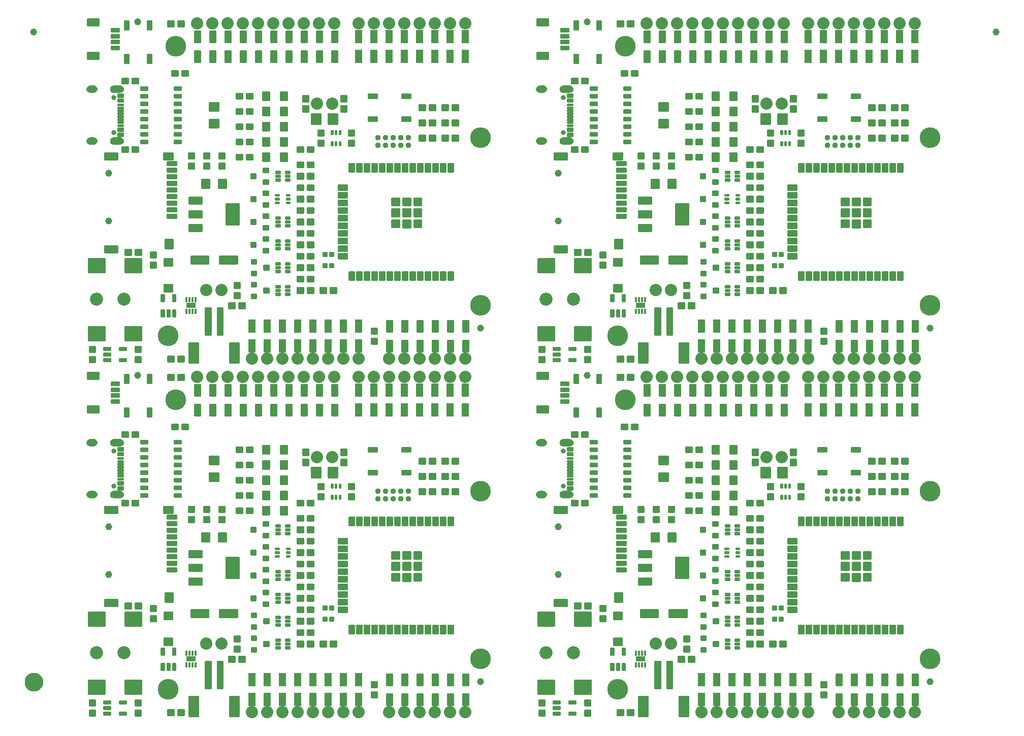
<source format=gts>
G04 EAGLE Gerber RS-274X export*
G75*
%MOMM*%
%FSLAX34Y34*%
%LPD*%
%INSoldermask Top*%
%IPPOS*%
%AMOC8*
5,1,8,0,0,1.08239X$1,22.5*%
G01*
%ADD10C,0.253525*%
%ADD11C,3.454400*%
%ADD12C,0.248381*%
%ADD13R,1.200000X2.200000*%
%ADD14C,0.253344*%
%ADD15C,0.255816*%
%ADD16C,0.802400*%
%ADD17C,2.032000*%
%ADD18C,0.939800*%
%ADD19C,0.246888*%
%ADD20C,0.243431*%
%ADD21C,0.252575*%
%ADD22C,0.252006*%
%ADD23C,1.152400*%
%ADD24C,0.255719*%
%ADD25C,0.256031*%
%ADD26C,0.255238*%
%ADD27C,2.184400*%
%ADD28C,0.258763*%
%ADD29C,0.254103*%
%ADD30C,0.257147*%
%ADD31C,0.252862*%
%ADD32C,0.245334*%
%ADD33R,0.440000X0.840000*%
%ADD34R,1.520000X0.940000*%
%ADD35C,1.270000*%
%ADD36C,1.652400*%

G36*
X60304Y959134D02*
X60304Y959134D01*
X60307Y959131D01*
X61429Y959286D01*
X61434Y959291D01*
X61438Y959288D01*
X62509Y959659D01*
X62513Y959665D01*
X62518Y959663D01*
X63495Y960236D01*
X63498Y960242D01*
X63503Y960241D01*
X64350Y960994D01*
X64352Y961001D01*
X64357Y961001D01*
X65041Y961904D01*
X65041Y961911D01*
X65046Y961912D01*
X65541Y962931D01*
X65539Y962938D01*
X65544Y962940D01*
X65831Y964037D01*
X65829Y964041D01*
X65831Y964042D01*
X65829Y964044D01*
X65832Y964046D01*
X65899Y965177D01*
X65897Y965181D01*
X65899Y965183D01*
X65832Y966314D01*
X65827Y966319D01*
X65831Y966323D01*
X65544Y967420D01*
X65538Y967424D01*
X65541Y967429D01*
X65046Y968448D01*
X65040Y968451D01*
X65041Y968456D01*
X64357Y969359D01*
X64350Y969361D01*
X64350Y969366D01*
X63503Y970119D01*
X63496Y970119D01*
X63495Y970124D01*
X62518Y970697D01*
X62511Y970696D01*
X62509Y970701D01*
X61438Y971072D01*
X61432Y971069D01*
X61429Y971074D01*
X60307Y971229D01*
X60302Y971226D01*
X60300Y971229D01*
X48300Y971229D01*
X48295Y971226D01*
X48292Y971229D01*
X47025Y971024D01*
X47019Y971018D01*
X47015Y971021D01*
X45825Y970539D01*
X45821Y970532D01*
X45815Y970534D01*
X44762Y969800D01*
X44760Y969792D01*
X44754Y969793D01*
X43891Y968843D01*
X43890Y968834D01*
X43885Y968834D01*
X43255Y967715D01*
X43256Y967707D01*
X43250Y967705D01*
X42885Y966475D01*
X42888Y966467D01*
X42883Y966464D01*
X42801Y965183D01*
X42804Y965179D01*
X42801Y965177D01*
X42883Y963896D01*
X42889Y963890D01*
X42885Y963885D01*
X43250Y962655D01*
X43257Y962650D01*
X43255Y962645D01*
X43885Y961526D01*
X43892Y961523D01*
X43891Y961517D01*
X44754Y960567D01*
X44762Y960566D01*
X44762Y960560D01*
X45815Y959826D01*
X45823Y959826D01*
X45825Y959821D01*
X47015Y959339D01*
X47022Y959341D01*
X47025Y959336D01*
X48292Y959131D01*
X48297Y959134D01*
X48300Y959131D01*
X60300Y959131D01*
X60304Y959134D01*
G37*
G36*
X809604Y959134D02*
X809604Y959134D01*
X809607Y959131D01*
X810729Y959286D01*
X810734Y959291D01*
X810738Y959288D01*
X811809Y959659D01*
X811813Y959665D01*
X811818Y959663D01*
X812795Y960236D01*
X812798Y960242D01*
X812803Y960241D01*
X813650Y960994D01*
X813652Y961001D01*
X813657Y961001D01*
X814341Y961904D01*
X814341Y961911D01*
X814346Y961912D01*
X814841Y962931D01*
X814839Y962938D01*
X814844Y962940D01*
X815131Y964037D01*
X815129Y964041D01*
X815131Y964042D01*
X815129Y964044D01*
X815132Y964046D01*
X815199Y965177D01*
X815197Y965181D01*
X815199Y965183D01*
X815132Y966314D01*
X815127Y966319D01*
X815131Y966323D01*
X814844Y967420D01*
X814838Y967424D01*
X814841Y967429D01*
X814346Y968448D01*
X814340Y968451D01*
X814341Y968456D01*
X813657Y969359D01*
X813650Y969361D01*
X813650Y969366D01*
X812803Y970119D01*
X812796Y970119D01*
X812795Y970124D01*
X811818Y970697D01*
X811811Y970696D01*
X811809Y970701D01*
X810738Y971072D01*
X810732Y971069D01*
X810729Y971074D01*
X809607Y971229D01*
X809602Y971226D01*
X809600Y971229D01*
X797600Y971229D01*
X797595Y971226D01*
X797592Y971229D01*
X796325Y971024D01*
X796319Y971018D01*
X796315Y971021D01*
X795125Y970539D01*
X795121Y970532D01*
X795115Y970534D01*
X794062Y969800D01*
X794060Y969792D01*
X794054Y969793D01*
X793191Y968843D01*
X793190Y968834D01*
X793185Y968834D01*
X792555Y967715D01*
X792556Y967707D01*
X792550Y967705D01*
X792185Y966475D01*
X792188Y966467D01*
X792183Y966464D01*
X792101Y965183D01*
X792104Y965179D01*
X792101Y965177D01*
X792183Y963896D01*
X792189Y963890D01*
X792185Y963885D01*
X792550Y962655D01*
X792557Y962650D01*
X792555Y962645D01*
X793185Y961526D01*
X793192Y961523D01*
X793191Y961517D01*
X794054Y960567D01*
X794062Y960566D01*
X794062Y960560D01*
X795115Y959826D01*
X795123Y959826D01*
X795125Y959821D01*
X796315Y959339D01*
X796322Y959341D01*
X796325Y959336D01*
X797592Y959131D01*
X797597Y959134D01*
X797600Y959131D01*
X809600Y959131D01*
X809604Y959134D01*
G37*
G36*
X60304Y1045534D02*
X60304Y1045534D01*
X60307Y1045531D01*
X61429Y1045686D01*
X61434Y1045691D01*
X61438Y1045688D01*
X62509Y1046059D01*
X62513Y1046065D01*
X62518Y1046063D01*
X63495Y1046636D01*
X63498Y1046642D01*
X63503Y1046641D01*
X64350Y1047394D01*
X64352Y1047401D01*
X64357Y1047401D01*
X65041Y1048304D01*
X65041Y1048311D01*
X65046Y1048312D01*
X65541Y1049331D01*
X65539Y1049338D01*
X65544Y1049340D01*
X65831Y1050437D01*
X65829Y1050441D01*
X65831Y1050442D01*
X65829Y1050444D01*
X65832Y1050446D01*
X65899Y1051577D01*
X65897Y1051581D01*
X65899Y1051583D01*
X65832Y1052714D01*
X65827Y1052719D01*
X65831Y1052723D01*
X65544Y1053820D01*
X65538Y1053824D01*
X65541Y1053829D01*
X65046Y1054848D01*
X65040Y1054851D01*
X65041Y1054856D01*
X64357Y1055759D01*
X64350Y1055761D01*
X64350Y1055766D01*
X63503Y1056519D01*
X63496Y1056519D01*
X63495Y1056524D01*
X62518Y1057097D01*
X62511Y1057096D01*
X62509Y1057101D01*
X61438Y1057472D01*
X61432Y1057469D01*
X61429Y1057474D01*
X60307Y1057629D01*
X60302Y1057626D01*
X60300Y1057629D01*
X48300Y1057629D01*
X48295Y1057626D01*
X48292Y1057629D01*
X47025Y1057424D01*
X47019Y1057418D01*
X47015Y1057421D01*
X45825Y1056939D01*
X45821Y1056932D01*
X45815Y1056934D01*
X44762Y1056200D01*
X44760Y1056192D01*
X44754Y1056193D01*
X43891Y1055243D01*
X43890Y1055234D01*
X43885Y1055234D01*
X43255Y1054115D01*
X43256Y1054107D01*
X43250Y1054105D01*
X42885Y1052875D01*
X42888Y1052867D01*
X42883Y1052864D01*
X42801Y1051583D01*
X42804Y1051579D01*
X42801Y1051577D01*
X42883Y1050296D01*
X42889Y1050290D01*
X42885Y1050285D01*
X43250Y1049055D01*
X43257Y1049050D01*
X43255Y1049045D01*
X43885Y1047926D01*
X43892Y1047923D01*
X43891Y1047917D01*
X44754Y1046967D01*
X44762Y1046966D01*
X44762Y1046960D01*
X45815Y1046226D01*
X45823Y1046226D01*
X45825Y1046221D01*
X47015Y1045739D01*
X47022Y1045741D01*
X47025Y1045736D01*
X48292Y1045531D01*
X48297Y1045534D01*
X48300Y1045531D01*
X60300Y1045531D01*
X60304Y1045534D01*
G37*
G36*
X809604Y1045534D02*
X809604Y1045534D01*
X809607Y1045531D01*
X810729Y1045686D01*
X810734Y1045691D01*
X810738Y1045688D01*
X811809Y1046059D01*
X811813Y1046065D01*
X811818Y1046063D01*
X812795Y1046636D01*
X812798Y1046642D01*
X812803Y1046641D01*
X813650Y1047394D01*
X813652Y1047401D01*
X813657Y1047401D01*
X814341Y1048304D01*
X814341Y1048311D01*
X814346Y1048312D01*
X814841Y1049331D01*
X814839Y1049338D01*
X814844Y1049340D01*
X815131Y1050437D01*
X815129Y1050441D01*
X815131Y1050442D01*
X815129Y1050444D01*
X815132Y1050446D01*
X815199Y1051577D01*
X815197Y1051581D01*
X815199Y1051583D01*
X815132Y1052714D01*
X815127Y1052719D01*
X815131Y1052723D01*
X814844Y1053820D01*
X814838Y1053824D01*
X814841Y1053829D01*
X814346Y1054848D01*
X814340Y1054851D01*
X814341Y1054856D01*
X813657Y1055759D01*
X813650Y1055761D01*
X813650Y1055766D01*
X812803Y1056519D01*
X812796Y1056519D01*
X812795Y1056524D01*
X811818Y1057097D01*
X811811Y1057096D01*
X811809Y1057101D01*
X810738Y1057472D01*
X810732Y1057469D01*
X810729Y1057474D01*
X809607Y1057629D01*
X809602Y1057626D01*
X809600Y1057629D01*
X797600Y1057629D01*
X797595Y1057626D01*
X797592Y1057629D01*
X796325Y1057424D01*
X796319Y1057418D01*
X796315Y1057421D01*
X795125Y1056939D01*
X795121Y1056932D01*
X795115Y1056934D01*
X794062Y1056200D01*
X794060Y1056192D01*
X794054Y1056193D01*
X793191Y1055243D01*
X793190Y1055234D01*
X793185Y1055234D01*
X792555Y1054115D01*
X792556Y1054107D01*
X792550Y1054105D01*
X792185Y1052875D01*
X792188Y1052867D01*
X792183Y1052864D01*
X792101Y1051583D01*
X792104Y1051579D01*
X792101Y1051577D01*
X792183Y1050296D01*
X792189Y1050290D01*
X792185Y1050285D01*
X792550Y1049055D01*
X792557Y1049050D01*
X792555Y1049045D01*
X793185Y1047926D01*
X793192Y1047923D01*
X793191Y1047917D01*
X794054Y1046967D01*
X794062Y1046966D01*
X794062Y1046960D01*
X795115Y1046226D01*
X795123Y1046226D01*
X795125Y1046221D01*
X796315Y1045739D01*
X796322Y1045741D01*
X796325Y1045736D01*
X797592Y1045531D01*
X797597Y1045534D01*
X797600Y1045531D01*
X809600Y1045531D01*
X809604Y1045534D01*
G37*
G36*
X809604Y456254D02*
X809604Y456254D01*
X809607Y456251D01*
X810729Y456406D01*
X810734Y456411D01*
X810738Y456408D01*
X811809Y456779D01*
X811813Y456785D01*
X811818Y456783D01*
X812795Y457356D01*
X812798Y457362D01*
X812803Y457361D01*
X813650Y458114D01*
X813652Y458121D01*
X813657Y458121D01*
X814341Y459024D01*
X814341Y459031D01*
X814346Y459032D01*
X814841Y460051D01*
X814839Y460058D01*
X814844Y460060D01*
X815131Y461157D01*
X815129Y461161D01*
X815131Y461162D01*
X815129Y461164D01*
X815132Y461166D01*
X815199Y462297D01*
X815197Y462301D01*
X815199Y462303D01*
X815132Y463434D01*
X815127Y463439D01*
X815131Y463443D01*
X814844Y464540D01*
X814838Y464544D01*
X814841Y464549D01*
X814346Y465568D01*
X814340Y465571D01*
X814341Y465576D01*
X813657Y466479D01*
X813650Y466481D01*
X813650Y466486D01*
X812803Y467239D01*
X812796Y467239D01*
X812795Y467244D01*
X811818Y467817D01*
X811811Y467816D01*
X811809Y467821D01*
X810738Y468192D01*
X810732Y468189D01*
X810729Y468194D01*
X809607Y468349D01*
X809602Y468346D01*
X809600Y468349D01*
X797600Y468349D01*
X797595Y468346D01*
X797592Y468349D01*
X796325Y468144D01*
X796319Y468138D01*
X796315Y468141D01*
X795125Y467659D01*
X795121Y467652D01*
X795115Y467654D01*
X794062Y466920D01*
X794060Y466912D01*
X794054Y466913D01*
X793191Y465963D01*
X793190Y465954D01*
X793185Y465954D01*
X792555Y464835D01*
X792556Y464827D01*
X792550Y464825D01*
X792185Y463595D01*
X792188Y463587D01*
X792183Y463584D01*
X792101Y462303D01*
X792104Y462299D01*
X792101Y462297D01*
X792183Y461016D01*
X792189Y461010D01*
X792185Y461005D01*
X792550Y459775D01*
X792557Y459770D01*
X792555Y459765D01*
X793185Y458646D01*
X793192Y458643D01*
X793191Y458637D01*
X794054Y457687D01*
X794062Y457686D01*
X794062Y457680D01*
X795115Y456946D01*
X795123Y456946D01*
X795125Y456941D01*
X796315Y456459D01*
X796322Y456461D01*
X796325Y456456D01*
X797592Y456251D01*
X797597Y456254D01*
X797600Y456251D01*
X809600Y456251D01*
X809604Y456254D01*
G37*
G36*
X60304Y456254D02*
X60304Y456254D01*
X60307Y456251D01*
X61429Y456406D01*
X61434Y456411D01*
X61438Y456408D01*
X62509Y456779D01*
X62513Y456785D01*
X62518Y456783D01*
X63495Y457356D01*
X63498Y457362D01*
X63503Y457361D01*
X64350Y458114D01*
X64352Y458121D01*
X64357Y458121D01*
X65041Y459024D01*
X65041Y459031D01*
X65046Y459032D01*
X65541Y460051D01*
X65539Y460058D01*
X65544Y460060D01*
X65831Y461157D01*
X65829Y461161D01*
X65831Y461162D01*
X65829Y461164D01*
X65832Y461166D01*
X65899Y462297D01*
X65897Y462301D01*
X65899Y462303D01*
X65832Y463434D01*
X65827Y463439D01*
X65831Y463443D01*
X65544Y464540D01*
X65538Y464544D01*
X65541Y464549D01*
X65046Y465568D01*
X65040Y465571D01*
X65041Y465576D01*
X64357Y466479D01*
X64350Y466481D01*
X64350Y466486D01*
X63503Y467239D01*
X63496Y467239D01*
X63495Y467244D01*
X62518Y467817D01*
X62511Y467816D01*
X62509Y467821D01*
X61438Y468192D01*
X61432Y468189D01*
X61429Y468194D01*
X60307Y468349D01*
X60302Y468346D01*
X60300Y468349D01*
X48300Y468349D01*
X48295Y468346D01*
X48292Y468349D01*
X47025Y468144D01*
X47019Y468138D01*
X47015Y468141D01*
X45825Y467659D01*
X45821Y467652D01*
X45815Y467654D01*
X44762Y466920D01*
X44760Y466912D01*
X44754Y466913D01*
X43891Y465963D01*
X43890Y465954D01*
X43885Y465954D01*
X43255Y464835D01*
X43256Y464827D01*
X43250Y464825D01*
X42885Y463595D01*
X42888Y463587D01*
X42883Y463584D01*
X42801Y462303D01*
X42804Y462299D01*
X42801Y462297D01*
X42883Y461016D01*
X42889Y461010D01*
X42885Y461005D01*
X43250Y459775D01*
X43257Y459770D01*
X43255Y459765D01*
X43885Y458646D01*
X43892Y458643D01*
X43891Y458637D01*
X44754Y457687D01*
X44762Y457686D01*
X44762Y457680D01*
X45815Y456946D01*
X45823Y456946D01*
X45825Y456941D01*
X47015Y456459D01*
X47022Y456461D01*
X47025Y456456D01*
X48292Y456251D01*
X48297Y456254D01*
X48300Y456251D01*
X60300Y456251D01*
X60304Y456254D01*
G37*
G36*
X60304Y369854D02*
X60304Y369854D01*
X60307Y369851D01*
X61429Y370006D01*
X61434Y370011D01*
X61438Y370008D01*
X62509Y370379D01*
X62513Y370385D01*
X62518Y370383D01*
X63495Y370956D01*
X63498Y370962D01*
X63503Y370961D01*
X64350Y371714D01*
X64352Y371721D01*
X64357Y371721D01*
X65041Y372624D01*
X65041Y372631D01*
X65046Y372632D01*
X65541Y373651D01*
X65539Y373658D01*
X65544Y373660D01*
X65831Y374757D01*
X65829Y374761D01*
X65831Y374762D01*
X65829Y374764D01*
X65832Y374766D01*
X65899Y375897D01*
X65897Y375901D01*
X65899Y375903D01*
X65832Y377034D01*
X65827Y377039D01*
X65831Y377043D01*
X65544Y378140D01*
X65538Y378144D01*
X65541Y378149D01*
X65046Y379168D01*
X65040Y379171D01*
X65041Y379176D01*
X64357Y380079D01*
X64350Y380081D01*
X64350Y380086D01*
X63503Y380839D01*
X63496Y380839D01*
X63495Y380844D01*
X62518Y381417D01*
X62511Y381416D01*
X62509Y381421D01*
X61438Y381792D01*
X61432Y381789D01*
X61429Y381794D01*
X60307Y381949D01*
X60302Y381946D01*
X60300Y381949D01*
X48300Y381949D01*
X48295Y381946D01*
X48292Y381949D01*
X47025Y381744D01*
X47019Y381738D01*
X47015Y381741D01*
X45825Y381259D01*
X45821Y381252D01*
X45815Y381254D01*
X44762Y380520D01*
X44760Y380512D01*
X44754Y380513D01*
X43891Y379563D01*
X43890Y379554D01*
X43885Y379554D01*
X43255Y378435D01*
X43256Y378427D01*
X43250Y378425D01*
X42885Y377195D01*
X42888Y377187D01*
X42883Y377184D01*
X42801Y375903D01*
X42804Y375899D01*
X42801Y375897D01*
X42883Y374616D01*
X42889Y374610D01*
X42885Y374605D01*
X43250Y373375D01*
X43257Y373370D01*
X43255Y373365D01*
X43885Y372246D01*
X43892Y372243D01*
X43891Y372237D01*
X44754Y371287D01*
X44762Y371286D01*
X44762Y371280D01*
X45815Y370546D01*
X45823Y370546D01*
X45825Y370541D01*
X47015Y370059D01*
X47022Y370061D01*
X47025Y370056D01*
X48292Y369851D01*
X48297Y369854D01*
X48300Y369851D01*
X60300Y369851D01*
X60304Y369854D01*
G37*
G36*
X809604Y369854D02*
X809604Y369854D01*
X809607Y369851D01*
X810729Y370006D01*
X810734Y370011D01*
X810738Y370008D01*
X811809Y370379D01*
X811813Y370385D01*
X811818Y370383D01*
X812795Y370956D01*
X812798Y370962D01*
X812803Y370961D01*
X813650Y371714D01*
X813652Y371721D01*
X813657Y371721D01*
X814341Y372624D01*
X814341Y372631D01*
X814346Y372632D01*
X814841Y373651D01*
X814839Y373658D01*
X814844Y373660D01*
X815131Y374757D01*
X815129Y374761D01*
X815131Y374762D01*
X815129Y374764D01*
X815132Y374766D01*
X815199Y375897D01*
X815197Y375901D01*
X815199Y375903D01*
X815132Y377034D01*
X815127Y377039D01*
X815131Y377043D01*
X814844Y378140D01*
X814838Y378144D01*
X814841Y378149D01*
X814346Y379168D01*
X814340Y379171D01*
X814341Y379176D01*
X813657Y380079D01*
X813650Y380081D01*
X813650Y380086D01*
X812803Y380839D01*
X812796Y380839D01*
X812795Y380844D01*
X811818Y381417D01*
X811811Y381416D01*
X811809Y381421D01*
X810738Y381792D01*
X810732Y381789D01*
X810729Y381794D01*
X809607Y381949D01*
X809602Y381946D01*
X809600Y381949D01*
X797600Y381949D01*
X797595Y381946D01*
X797592Y381949D01*
X796325Y381744D01*
X796319Y381738D01*
X796315Y381741D01*
X795125Y381259D01*
X795121Y381252D01*
X795115Y381254D01*
X794062Y380520D01*
X794060Y380512D01*
X794054Y380513D01*
X793191Y379563D01*
X793190Y379554D01*
X793185Y379554D01*
X792555Y378435D01*
X792556Y378427D01*
X792550Y378425D01*
X792185Y377195D01*
X792188Y377187D01*
X792183Y377184D01*
X792101Y375903D01*
X792104Y375899D01*
X792101Y375897D01*
X792183Y374616D01*
X792189Y374610D01*
X792185Y374605D01*
X792550Y373375D01*
X792557Y373370D01*
X792555Y373365D01*
X793185Y372246D01*
X793192Y372243D01*
X793191Y372237D01*
X794054Y371287D01*
X794062Y371286D01*
X794062Y371280D01*
X795115Y370546D01*
X795123Y370546D01*
X795125Y370541D01*
X796315Y370059D01*
X796322Y370061D01*
X796325Y370056D01*
X797592Y369851D01*
X797597Y369854D01*
X797600Y369851D01*
X809600Y369851D01*
X809604Y369854D01*
G37*
G36*
X764803Y959133D02*
X764803Y959133D01*
X764805Y959131D01*
X765981Y959242D01*
X765986Y959247D01*
X765990Y959244D01*
X767122Y959582D01*
X767126Y959588D01*
X767131Y959586D01*
X768175Y960138D01*
X768178Y960145D01*
X768183Y960143D01*
X769099Y960889D01*
X769100Y960896D01*
X769106Y960896D01*
X769859Y961806D01*
X769859Y961813D01*
X769864Y961814D01*
X770425Y962853D01*
X770424Y962858D01*
X770428Y962860D01*
X770427Y962861D01*
X770429Y962862D01*
X770776Y963991D01*
X770776Y963992D01*
X770777Y963993D01*
X770774Y963997D01*
X770778Y964000D01*
X770899Y965175D01*
X770895Y965182D01*
X770899Y965186D01*
X770742Y966526D01*
X770737Y966532D01*
X770740Y966537D01*
X770289Y967808D01*
X770282Y967813D01*
X770284Y967818D01*
X769562Y968957D01*
X769554Y968960D01*
X769555Y968966D01*
X768597Y969916D01*
X768589Y969917D01*
X768588Y969923D01*
X767443Y970636D01*
X767435Y970635D01*
X767433Y970641D01*
X766157Y971081D01*
X766150Y971079D01*
X766147Y971083D01*
X764805Y971229D01*
X764802Y971227D01*
X764800Y971229D01*
X758800Y971229D01*
X758797Y971227D01*
X758794Y971229D01*
X757465Y971074D01*
X757459Y971068D01*
X757455Y971071D01*
X756194Y970624D01*
X756189Y970617D01*
X756184Y970619D01*
X755054Y969902D01*
X755051Y969895D01*
X755045Y969896D01*
X754103Y968946D01*
X754102Y968937D01*
X754096Y968937D01*
X753389Y967801D01*
X753390Y967793D01*
X753384Y967791D01*
X752948Y966526D01*
X752950Y966518D01*
X752945Y966516D01*
X752801Y965185D01*
X752805Y965179D01*
X752801Y965175D01*
X752911Y964009D01*
X752916Y964004D01*
X752913Y964000D01*
X753248Y962877D01*
X753254Y962873D01*
X753252Y962869D01*
X753800Y961833D01*
X753806Y961830D01*
X753805Y961825D01*
X754544Y960917D01*
X754551Y960915D01*
X754551Y960910D01*
X755453Y960163D01*
X755461Y960163D01*
X755461Y960158D01*
X756492Y959601D01*
X756499Y959602D01*
X756501Y959597D01*
X757620Y959253D01*
X757627Y959255D01*
X757630Y959251D01*
X758795Y959131D01*
X758798Y959133D01*
X758800Y959131D01*
X764800Y959131D01*
X764803Y959133D01*
G37*
G36*
X15503Y959133D02*
X15503Y959133D01*
X15505Y959131D01*
X16681Y959242D01*
X16686Y959247D01*
X16690Y959244D01*
X17822Y959582D01*
X17826Y959588D01*
X17831Y959586D01*
X18875Y960138D01*
X18878Y960145D01*
X18883Y960143D01*
X19799Y960889D01*
X19800Y960896D01*
X19806Y960896D01*
X20559Y961806D01*
X20559Y961813D01*
X20564Y961814D01*
X21125Y962853D01*
X21124Y962858D01*
X21128Y962860D01*
X21127Y962861D01*
X21129Y962862D01*
X21476Y963991D01*
X21476Y963992D01*
X21477Y963993D01*
X21474Y963997D01*
X21478Y964000D01*
X21599Y965175D01*
X21595Y965182D01*
X21599Y965186D01*
X21442Y966526D01*
X21437Y966532D01*
X21440Y966537D01*
X20989Y967808D01*
X20982Y967813D01*
X20984Y967818D01*
X20262Y968957D01*
X20254Y968960D01*
X20255Y968966D01*
X19297Y969916D01*
X19289Y969917D01*
X19288Y969923D01*
X18143Y970636D01*
X18135Y970635D01*
X18133Y970641D01*
X16857Y971081D01*
X16850Y971079D01*
X16847Y971083D01*
X15505Y971229D01*
X15502Y971227D01*
X15500Y971229D01*
X9500Y971229D01*
X9497Y971227D01*
X9494Y971229D01*
X8165Y971074D01*
X8159Y971068D01*
X8155Y971071D01*
X6894Y970624D01*
X6889Y970617D01*
X6884Y970619D01*
X5754Y969902D01*
X5751Y969895D01*
X5745Y969896D01*
X4803Y968946D01*
X4802Y968937D01*
X4796Y968937D01*
X4089Y967801D01*
X4090Y967793D01*
X4084Y967791D01*
X3648Y966526D01*
X3650Y966518D01*
X3645Y966516D01*
X3501Y965185D01*
X3505Y965179D01*
X3501Y965175D01*
X3611Y964009D01*
X3616Y964004D01*
X3613Y964000D01*
X3948Y962877D01*
X3954Y962873D01*
X3952Y962869D01*
X4500Y961833D01*
X4506Y961830D01*
X4505Y961825D01*
X5244Y960917D01*
X5251Y960915D01*
X5251Y960910D01*
X6153Y960163D01*
X6161Y960163D01*
X6161Y960158D01*
X7192Y959601D01*
X7199Y959602D01*
X7201Y959597D01*
X8320Y959253D01*
X8327Y959255D01*
X8330Y959251D01*
X9495Y959131D01*
X9498Y959133D01*
X9500Y959131D01*
X15500Y959131D01*
X15503Y959133D01*
G37*
G36*
X764803Y1045533D02*
X764803Y1045533D01*
X764805Y1045531D01*
X765981Y1045642D01*
X765986Y1045647D01*
X765990Y1045644D01*
X767122Y1045982D01*
X767126Y1045988D01*
X767131Y1045986D01*
X768175Y1046538D01*
X768178Y1046545D01*
X768183Y1046543D01*
X769099Y1047289D01*
X769100Y1047296D01*
X769106Y1047296D01*
X769859Y1048206D01*
X769859Y1048213D01*
X769864Y1048214D01*
X770425Y1049253D01*
X770424Y1049258D01*
X770428Y1049260D01*
X770427Y1049261D01*
X770429Y1049262D01*
X770776Y1050391D01*
X770776Y1050392D01*
X770777Y1050393D01*
X770774Y1050397D01*
X770778Y1050400D01*
X770899Y1051575D01*
X770895Y1051582D01*
X770899Y1051586D01*
X770742Y1052926D01*
X770737Y1052932D01*
X770740Y1052937D01*
X770289Y1054208D01*
X770282Y1054213D01*
X770284Y1054218D01*
X769562Y1055357D01*
X769554Y1055360D01*
X769555Y1055366D01*
X768597Y1056316D01*
X768589Y1056317D01*
X768588Y1056323D01*
X767443Y1057036D01*
X767435Y1057035D01*
X767433Y1057041D01*
X766157Y1057481D01*
X766150Y1057479D01*
X766147Y1057483D01*
X764805Y1057629D01*
X764802Y1057627D01*
X764800Y1057629D01*
X758800Y1057629D01*
X758797Y1057627D01*
X758794Y1057629D01*
X757465Y1057474D01*
X757459Y1057468D01*
X757455Y1057471D01*
X756194Y1057024D01*
X756189Y1057017D01*
X756184Y1057019D01*
X755054Y1056302D01*
X755051Y1056295D01*
X755045Y1056296D01*
X754103Y1055346D01*
X754102Y1055337D01*
X754096Y1055337D01*
X753389Y1054201D01*
X753390Y1054193D01*
X753384Y1054191D01*
X752948Y1052926D01*
X752950Y1052918D01*
X752945Y1052916D01*
X752801Y1051585D01*
X752805Y1051579D01*
X752801Y1051575D01*
X752911Y1050409D01*
X752916Y1050404D01*
X752913Y1050400D01*
X753248Y1049277D01*
X753254Y1049273D01*
X753252Y1049269D01*
X753800Y1048233D01*
X753806Y1048230D01*
X753805Y1048225D01*
X754544Y1047317D01*
X754551Y1047315D01*
X754551Y1047310D01*
X755453Y1046563D01*
X755461Y1046563D01*
X755461Y1046558D01*
X756492Y1046001D01*
X756499Y1046002D01*
X756501Y1045997D01*
X757620Y1045653D01*
X757627Y1045655D01*
X757630Y1045651D01*
X758795Y1045531D01*
X758798Y1045533D01*
X758800Y1045531D01*
X764800Y1045531D01*
X764803Y1045533D01*
G37*
G36*
X15503Y1045533D02*
X15503Y1045533D01*
X15505Y1045531D01*
X16681Y1045642D01*
X16686Y1045647D01*
X16690Y1045644D01*
X17822Y1045982D01*
X17826Y1045988D01*
X17831Y1045986D01*
X18875Y1046538D01*
X18878Y1046545D01*
X18883Y1046543D01*
X19799Y1047289D01*
X19800Y1047296D01*
X19806Y1047296D01*
X20559Y1048206D01*
X20559Y1048213D01*
X20564Y1048214D01*
X21125Y1049253D01*
X21124Y1049258D01*
X21128Y1049260D01*
X21127Y1049261D01*
X21129Y1049262D01*
X21476Y1050391D01*
X21476Y1050392D01*
X21477Y1050393D01*
X21474Y1050397D01*
X21478Y1050400D01*
X21599Y1051575D01*
X21595Y1051582D01*
X21599Y1051586D01*
X21442Y1052926D01*
X21437Y1052932D01*
X21440Y1052937D01*
X20989Y1054208D01*
X20982Y1054213D01*
X20984Y1054218D01*
X20262Y1055357D01*
X20254Y1055360D01*
X20255Y1055366D01*
X19297Y1056316D01*
X19289Y1056317D01*
X19288Y1056323D01*
X18143Y1057036D01*
X18135Y1057035D01*
X18133Y1057041D01*
X16857Y1057481D01*
X16850Y1057479D01*
X16847Y1057483D01*
X15505Y1057629D01*
X15502Y1057627D01*
X15500Y1057629D01*
X9500Y1057629D01*
X9497Y1057627D01*
X9494Y1057629D01*
X8165Y1057474D01*
X8159Y1057468D01*
X8155Y1057471D01*
X6894Y1057024D01*
X6889Y1057017D01*
X6884Y1057019D01*
X5754Y1056302D01*
X5751Y1056295D01*
X5745Y1056296D01*
X4803Y1055346D01*
X4802Y1055337D01*
X4796Y1055337D01*
X4089Y1054201D01*
X4090Y1054193D01*
X4084Y1054191D01*
X3648Y1052926D01*
X3650Y1052918D01*
X3645Y1052916D01*
X3501Y1051585D01*
X3505Y1051579D01*
X3501Y1051575D01*
X3611Y1050409D01*
X3616Y1050404D01*
X3613Y1050400D01*
X3948Y1049277D01*
X3954Y1049273D01*
X3952Y1049269D01*
X4500Y1048233D01*
X4506Y1048230D01*
X4505Y1048225D01*
X5244Y1047317D01*
X5251Y1047315D01*
X5251Y1047310D01*
X6153Y1046563D01*
X6161Y1046563D01*
X6161Y1046558D01*
X7192Y1046001D01*
X7199Y1046002D01*
X7201Y1045997D01*
X8320Y1045653D01*
X8327Y1045655D01*
X8330Y1045651D01*
X9495Y1045531D01*
X9498Y1045533D01*
X9500Y1045531D01*
X15500Y1045531D01*
X15503Y1045533D01*
G37*
G36*
X15503Y456253D02*
X15503Y456253D01*
X15505Y456251D01*
X16681Y456362D01*
X16686Y456367D01*
X16690Y456364D01*
X17822Y456702D01*
X17826Y456708D01*
X17831Y456706D01*
X18875Y457258D01*
X18878Y457265D01*
X18883Y457263D01*
X19799Y458009D01*
X19800Y458016D01*
X19806Y458016D01*
X20559Y458926D01*
X20559Y458933D01*
X20564Y458934D01*
X21125Y459973D01*
X21124Y459978D01*
X21128Y459980D01*
X21127Y459981D01*
X21129Y459982D01*
X21476Y461111D01*
X21476Y461112D01*
X21477Y461113D01*
X21474Y461117D01*
X21478Y461120D01*
X21599Y462295D01*
X21595Y462302D01*
X21599Y462306D01*
X21442Y463646D01*
X21437Y463652D01*
X21440Y463657D01*
X20989Y464928D01*
X20982Y464933D01*
X20984Y464938D01*
X20262Y466077D01*
X20254Y466080D01*
X20255Y466086D01*
X19297Y467036D01*
X19289Y467037D01*
X19288Y467043D01*
X18143Y467756D01*
X18135Y467755D01*
X18133Y467761D01*
X16857Y468201D01*
X16850Y468199D01*
X16847Y468203D01*
X15505Y468349D01*
X15502Y468347D01*
X15500Y468349D01*
X9500Y468349D01*
X9497Y468347D01*
X9494Y468349D01*
X8165Y468194D01*
X8159Y468188D01*
X8155Y468191D01*
X6894Y467744D01*
X6889Y467737D01*
X6884Y467739D01*
X5754Y467022D01*
X5751Y467015D01*
X5745Y467016D01*
X4803Y466066D01*
X4802Y466057D01*
X4796Y466057D01*
X4089Y464921D01*
X4090Y464913D01*
X4084Y464911D01*
X3648Y463646D01*
X3650Y463638D01*
X3645Y463636D01*
X3501Y462305D01*
X3505Y462299D01*
X3501Y462295D01*
X3611Y461129D01*
X3616Y461124D01*
X3613Y461120D01*
X3948Y459997D01*
X3954Y459993D01*
X3952Y459989D01*
X4500Y458953D01*
X4506Y458950D01*
X4505Y458945D01*
X5244Y458037D01*
X5251Y458035D01*
X5251Y458030D01*
X6153Y457283D01*
X6161Y457283D01*
X6161Y457278D01*
X7192Y456721D01*
X7199Y456722D01*
X7201Y456717D01*
X8320Y456373D01*
X8327Y456375D01*
X8330Y456371D01*
X9495Y456251D01*
X9498Y456253D01*
X9500Y456251D01*
X15500Y456251D01*
X15503Y456253D01*
G37*
G36*
X764803Y456253D02*
X764803Y456253D01*
X764805Y456251D01*
X765981Y456362D01*
X765986Y456367D01*
X765990Y456364D01*
X767122Y456702D01*
X767126Y456708D01*
X767131Y456706D01*
X768175Y457258D01*
X768178Y457265D01*
X768183Y457263D01*
X769099Y458009D01*
X769100Y458016D01*
X769106Y458016D01*
X769859Y458926D01*
X769859Y458933D01*
X769864Y458934D01*
X770425Y459973D01*
X770424Y459978D01*
X770428Y459980D01*
X770427Y459981D01*
X770429Y459982D01*
X770776Y461111D01*
X770776Y461112D01*
X770777Y461113D01*
X770774Y461117D01*
X770778Y461120D01*
X770899Y462295D01*
X770895Y462302D01*
X770899Y462306D01*
X770742Y463646D01*
X770737Y463652D01*
X770740Y463657D01*
X770289Y464928D01*
X770282Y464933D01*
X770284Y464938D01*
X769562Y466077D01*
X769554Y466080D01*
X769555Y466086D01*
X768597Y467036D01*
X768589Y467037D01*
X768588Y467043D01*
X767443Y467756D01*
X767435Y467755D01*
X767433Y467761D01*
X766157Y468201D01*
X766150Y468199D01*
X766147Y468203D01*
X764805Y468349D01*
X764802Y468347D01*
X764800Y468349D01*
X758800Y468349D01*
X758797Y468347D01*
X758794Y468349D01*
X757465Y468194D01*
X757459Y468188D01*
X757455Y468191D01*
X756194Y467744D01*
X756189Y467737D01*
X756184Y467739D01*
X755054Y467022D01*
X755051Y467015D01*
X755045Y467016D01*
X754103Y466066D01*
X754102Y466057D01*
X754096Y466057D01*
X753389Y464921D01*
X753390Y464913D01*
X753384Y464911D01*
X752948Y463646D01*
X752950Y463638D01*
X752945Y463636D01*
X752801Y462305D01*
X752805Y462299D01*
X752801Y462295D01*
X752911Y461129D01*
X752916Y461124D01*
X752913Y461120D01*
X753248Y459997D01*
X753254Y459993D01*
X753252Y459989D01*
X753800Y458953D01*
X753806Y458950D01*
X753805Y458945D01*
X754544Y458037D01*
X754551Y458035D01*
X754551Y458030D01*
X755453Y457283D01*
X755461Y457283D01*
X755461Y457278D01*
X756492Y456721D01*
X756499Y456722D01*
X756501Y456717D01*
X757620Y456373D01*
X757627Y456375D01*
X757630Y456371D01*
X758795Y456251D01*
X758798Y456253D01*
X758800Y456251D01*
X764800Y456251D01*
X764803Y456253D01*
G37*
G36*
X15503Y369853D02*
X15503Y369853D01*
X15505Y369851D01*
X16681Y369962D01*
X16686Y369967D01*
X16690Y369964D01*
X17822Y370302D01*
X17826Y370308D01*
X17831Y370306D01*
X18875Y370858D01*
X18878Y370865D01*
X18883Y370863D01*
X19799Y371609D01*
X19800Y371616D01*
X19806Y371616D01*
X20559Y372526D01*
X20559Y372533D01*
X20564Y372534D01*
X21125Y373573D01*
X21124Y373578D01*
X21128Y373580D01*
X21127Y373581D01*
X21129Y373582D01*
X21476Y374711D01*
X21476Y374712D01*
X21477Y374713D01*
X21474Y374717D01*
X21478Y374720D01*
X21599Y375895D01*
X21595Y375902D01*
X21599Y375906D01*
X21442Y377246D01*
X21437Y377252D01*
X21440Y377257D01*
X20989Y378528D01*
X20982Y378533D01*
X20984Y378538D01*
X20262Y379677D01*
X20254Y379680D01*
X20255Y379686D01*
X19297Y380636D01*
X19289Y380637D01*
X19288Y380643D01*
X18143Y381356D01*
X18135Y381355D01*
X18133Y381361D01*
X16857Y381801D01*
X16850Y381799D01*
X16847Y381803D01*
X15505Y381949D01*
X15502Y381947D01*
X15500Y381949D01*
X9500Y381949D01*
X9497Y381947D01*
X9494Y381949D01*
X8165Y381794D01*
X8159Y381788D01*
X8155Y381791D01*
X6894Y381344D01*
X6889Y381337D01*
X6884Y381339D01*
X5754Y380622D01*
X5751Y380615D01*
X5745Y380616D01*
X4803Y379666D01*
X4802Y379657D01*
X4796Y379657D01*
X4089Y378521D01*
X4090Y378513D01*
X4084Y378511D01*
X3648Y377246D01*
X3650Y377238D01*
X3645Y377236D01*
X3501Y375905D01*
X3505Y375899D01*
X3501Y375895D01*
X3611Y374729D01*
X3616Y374724D01*
X3613Y374720D01*
X3948Y373597D01*
X3954Y373593D01*
X3952Y373589D01*
X4500Y372553D01*
X4506Y372550D01*
X4505Y372545D01*
X5244Y371637D01*
X5251Y371635D01*
X5251Y371630D01*
X6153Y370883D01*
X6161Y370883D01*
X6161Y370878D01*
X7192Y370321D01*
X7199Y370322D01*
X7201Y370317D01*
X8320Y369973D01*
X8327Y369975D01*
X8330Y369971D01*
X9495Y369851D01*
X9498Y369853D01*
X9500Y369851D01*
X15500Y369851D01*
X15503Y369853D01*
G37*
G36*
X764803Y369853D02*
X764803Y369853D01*
X764805Y369851D01*
X765981Y369962D01*
X765986Y369967D01*
X765990Y369964D01*
X767122Y370302D01*
X767126Y370308D01*
X767131Y370306D01*
X768175Y370858D01*
X768178Y370865D01*
X768183Y370863D01*
X769099Y371609D01*
X769100Y371616D01*
X769106Y371616D01*
X769859Y372526D01*
X769859Y372533D01*
X769864Y372534D01*
X770425Y373573D01*
X770424Y373578D01*
X770428Y373580D01*
X770427Y373581D01*
X770429Y373582D01*
X770776Y374711D01*
X770776Y374712D01*
X770777Y374713D01*
X770774Y374717D01*
X770778Y374720D01*
X770899Y375895D01*
X770895Y375902D01*
X770899Y375906D01*
X770742Y377246D01*
X770737Y377252D01*
X770740Y377257D01*
X770289Y378528D01*
X770282Y378533D01*
X770284Y378538D01*
X769562Y379677D01*
X769554Y379680D01*
X769555Y379686D01*
X768597Y380636D01*
X768589Y380637D01*
X768588Y380643D01*
X767443Y381356D01*
X767435Y381355D01*
X767433Y381361D01*
X766157Y381801D01*
X766150Y381799D01*
X766147Y381803D01*
X764805Y381949D01*
X764802Y381947D01*
X764800Y381949D01*
X758800Y381949D01*
X758797Y381947D01*
X758794Y381949D01*
X757465Y381794D01*
X757459Y381788D01*
X757455Y381791D01*
X756194Y381344D01*
X756189Y381337D01*
X756184Y381339D01*
X755054Y380622D01*
X755051Y380615D01*
X755045Y380616D01*
X754103Y379666D01*
X754102Y379657D01*
X754096Y379657D01*
X753389Y378521D01*
X753390Y378513D01*
X753384Y378511D01*
X752948Y377246D01*
X752950Y377238D01*
X752945Y377236D01*
X752801Y375905D01*
X752805Y375899D01*
X752801Y375895D01*
X752911Y374729D01*
X752916Y374724D01*
X752913Y374720D01*
X753248Y373597D01*
X753254Y373593D01*
X753252Y373589D01*
X753800Y372553D01*
X753806Y372550D01*
X753805Y372545D01*
X754544Y371637D01*
X754551Y371635D01*
X754551Y371630D01*
X755453Y370883D01*
X755461Y370883D01*
X755461Y370878D01*
X756492Y370321D01*
X756499Y370322D01*
X756501Y370317D01*
X757620Y369973D01*
X757627Y369975D01*
X757630Y369971D01*
X758795Y369851D01*
X758798Y369853D01*
X758800Y369851D01*
X764800Y369851D01*
X764803Y369853D01*
G37*
D10*
X436295Y434645D02*
X436295Y424655D01*
X427305Y424655D01*
X427305Y434645D01*
X436295Y434645D01*
X436295Y427063D02*
X427305Y427063D01*
X427305Y429471D02*
X436295Y429471D01*
X436295Y431879D02*
X427305Y431879D01*
X427305Y434287D02*
X436295Y434287D01*
X436295Y441655D02*
X436295Y451645D01*
X436295Y441655D02*
X427305Y441655D01*
X427305Y451645D01*
X436295Y451645D01*
X436295Y444063D02*
X427305Y444063D01*
X427305Y446471D02*
X436295Y446471D01*
X436295Y448879D02*
X427305Y448879D01*
X427305Y451287D02*
X436295Y451287D01*
D11*
X139700Y50800D03*
X660400Y101600D03*
X660400Y381000D03*
X152400Y533400D03*
D10*
X94775Y194995D02*
X84785Y194995D01*
X94775Y194995D02*
X94775Y186005D01*
X84785Y186005D01*
X84785Y194995D01*
X84785Y188413D02*
X94775Y188413D01*
X94775Y190821D02*
X84785Y190821D01*
X84785Y193229D02*
X94775Y193229D01*
X77775Y194995D02*
X67785Y194995D01*
X77775Y194995D02*
X77775Y186005D01*
X67785Y186005D01*
X67785Y194995D01*
X67785Y188413D02*
X77775Y188413D01*
X77775Y190821D02*
X67785Y190821D01*
X67785Y193229D02*
X77775Y193229D01*
D12*
X208380Y426580D02*
X223420Y426580D01*
X208380Y426580D02*
X208380Y439620D01*
X223420Y439620D01*
X223420Y426580D01*
X223420Y428940D02*
X208380Y428940D01*
X208380Y431300D02*
X223420Y431300D01*
X223420Y433660D02*
X208380Y433660D01*
X208380Y436020D02*
X223420Y436020D01*
X223420Y438380D02*
X208380Y438380D01*
X208380Y398580D02*
X223420Y398580D01*
X208380Y398580D02*
X208380Y411620D01*
X223420Y411620D01*
X223420Y398580D01*
X223420Y400940D02*
X208380Y400940D01*
X208380Y403300D02*
X223420Y403300D01*
X223420Y405660D02*
X208380Y405660D01*
X208380Y408020D02*
X223420Y408020D01*
X223420Y410380D02*
X208380Y410380D01*
D10*
X335865Y507405D02*
X335865Y526395D01*
X344855Y526395D01*
X344855Y507405D01*
X335865Y507405D01*
X335865Y509813D02*
X344855Y509813D01*
X344855Y512221D02*
X335865Y512221D01*
X335865Y514629D02*
X344855Y514629D01*
X344855Y517037D02*
X335865Y517037D01*
X335865Y519445D02*
X344855Y519445D01*
X344855Y521853D02*
X335865Y521853D01*
X335865Y524261D02*
X344855Y524261D01*
X285065Y526395D02*
X285065Y507405D01*
X285065Y526395D02*
X294055Y526395D01*
X294055Y507405D01*
X285065Y507405D01*
X285065Y509813D02*
X294055Y509813D01*
X294055Y512221D02*
X285065Y512221D01*
X285065Y514629D02*
X294055Y514629D01*
X294055Y517037D02*
X285065Y517037D01*
X285065Y519445D02*
X294055Y519445D01*
X294055Y521853D02*
X285065Y521853D01*
X285065Y524261D02*
X294055Y524261D01*
X234265Y526395D02*
X234265Y507405D01*
X234265Y526395D02*
X243255Y526395D01*
X243255Y507405D01*
X234265Y507405D01*
X234265Y509813D02*
X243255Y509813D01*
X243255Y512221D02*
X234265Y512221D01*
X234265Y514629D02*
X243255Y514629D01*
X243255Y517037D02*
X234265Y517037D01*
X234265Y519445D02*
X243255Y519445D01*
X243255Y521853D02*
X234265Y521853D01*
X234265Y524261D02*
X243255Y524261D01*
X361265Y540405D02*
X361265Y559395D01*
X370255Y559395D01*
X370255Y540405D01*
X361265Y540405D01*
X361265Y542813D02*
X370255Y542813D01*
X370255Y545221D02*
X361265Y545221D01*
X361265Y547629D02*
X370255Y547629D01*
X370255Y550037D02*
X361265Y550037D01*
X361265Y552445D02*
X370255Y552445D01*
X370255Y554853D02*
X361265Y554853D01*
X361265Y557261D02*
X370255Y557261D01*
X310465Y559395D02*
X310465Y540405D01*
X310465Y559395D02*
X319455Y559395D01*
X319455Y540405D01*
X310465Y540405D01*
X310465Y542813D02*
X319455Y542813D01*
X319455Y545221D02*
X310465Y545221D01*
X310465Y547629D02*
X319455Y547629D01*
X319455Y550037D02*
X310465Y550037D01*
X310465Y552445D02*
X319455Y552445D01*
X319455Y554853D02*
X310465Y554853D01*
X310465Y557261D02*
X319455Y557261D01*
X259665Y559395D02*
X259665Y540405D01*
X259665Y559395D02*
X268655Y559395D01*
X268655Y540405D01*
X259665Y540405D01*
X259665Y542813D02*
X268655Y542813D01*
X268655Y545221D02*
X259665Y545221D01*
X259665Y547629D02*
X268655Y547629D01*
X268655Y550037D02*
X259665Y550037D01*
X259665Y552445D02*
X268655Y552445D01*
X268655Y554853D02*
X259665Y554853D01*
X259665Y557261D02*
X268655Y557261D01*
X208865Y559395D02*
X208865Y540405D01*
X208865Y559395D02*
X217855Y559395D01*
X217855Y540405D01*
X208865Y540405D01*
X208865Y542813D02*
X217855Y542813D01*
X217855Y545221D02*
X208865Y545221D01*
X208865Y547629D02*
X217855Y547629D01*
X217855Y550037D02*
X208865Y550037D01*
X208865Y552445D02*
X217855Y552445D01*
X217855Y554853D02*
X208865Y554853D01*
X208865Y557261D02*
X217855Y557261D01*
X192455Y559395D02*
X192455Y540405D01*
X183465Y540405D01*
X183465Y559395D01*
X192455Y559395D01*
X192455Y542813D02*
X183465Y542813D01*
X183465Y545221D02*
X192455Y545221D01*
X192455Y547629D02*
X183465Y547629D01*
X183465Y550037D02*
X192455Y550037D01*
X192455Y552445D02*
X183465Y552445D01*
X183465Y554853D02*
X192455Y554853D01*
X192455Y557261D02*
X183465Y557261D01*
X217855Y526395D02*
X217855Y507405D01*
X208865Y507405D01*
X208865Y526395D01*
X217855Y526395D01*
X217855Y509813D02*
X208865Y509813D01*
X208865Y512221D02*
X217855Y512221D01*
X217855Y514629D02*
X208865Y514629D01*
X208865Y517037D02*
X217855Y517037D01*
X217855Y519445D02*
X208865Y519445D01*
X208865Y521853D02*
X217855Y521853D01*
X217855Y524261D02*
X208865Y524261D01*
X243255Y540405D02*
X243255Y559395D01*
X243255Y540405D02*
X234265Y540405D01*
X234265Y559395D01*
X243255Y559395D01*
X243255Y542813D02*
X234265Y542813D01*
X234265Y545221D02*
X243255Y545221D01*
X243255Y547629D02*
X234265Y547629D01*
X234265Y550037D02*
X243255Y550037D01*
X243255Y552445D02*
X234265Y552445D01*
X234265Y554853D02*
X243255Y554853D01*
X243255Y557261D02*
X234265Y557261D01*
X268655Y526395D02*
X268655Y507405D01*
X259665Y507405D01*
X259665Y526395D01*
X268655Y526395D01*
X268655Y509813D02*
X259665Y509813D01*
X259665Y512221D02*
X268655Y512221D01*
X268655Y514629D02*
X259665Y514629D01*
X259665Y517037D02*
X268655Y517037D01*
X268655Y519445D02*
X259665Y519445D01*
X259665Y521853D02*
X268655Y521853D01*
X268655Y524261D02*
X259665Y524261D01*
X294055Y540405D02*
X294055Y559395D01*
X294055Y540405D02*
X285065Y540405D01*
X285065Y559395D01*
X294055Y559395D01*
X294055Y542813D02*
X285065Y542813D01*
X285065Y545221D02*
X294055Y545221D01*
X294055Y547629D02*
X285065Y547629D01*
X285065Y550037D02*
X294055Y550037D01*
X294055Y552445D02*
X285065Y552445D01*
X285065Y554853D02*
X294055Y554853D01*
X294055Y557261D02*
X285065Y557261D01*
X319455Y526395D02*
X319455Y507405D01*
X310465Y507405D01*
X310465Y526395D01*
X319455Y526395D01*
X319455Y509813D02*
X310465Y509813D01*
X310465Y512221D02*
X319455Y512221D01*
X319455Y514629D02*
X310465Y514629D01*
X310465Y517037D02*
X319455Y517037D01*
X319455Y519445D02*
X310465Y519445D01*
X310465Y521853D02*
X319455Y521853D01*
X319455Y524261D02*
X310465Y524261D01*
X344855Y540405D02*
X344855Y559395D01*
X344855Y540405D02*
X335865Y540405D01*
X335865Y559395D01*
X344855Y559395D01*
X344855Y542813D02*
X335865Y542813D01*
X335865Y545221D02*
X344855Y545221D01*
X344855Y547629D02*
X335865Y547629D01*
X335865Y550037D02*
X344855Y550037D01*
X344855Y552445D02*
X335865Y552445D01*
X335865Y554853D02*
X344855Y554853D01*
X344855Y557261D02*
X335865Y557261D01*
X361265Y526395D02*
X361265Y507405D01*
X361265Y526395D02*
X370255Y526395D01*
X370255Y507405D01*
X361265Y507405D01*
X361265Y509813D02*
X370255Y509813D01*
X370255Y512221D02*
X361265Y512221D01*
X361265Y514629D02*
X370255Y514629D01*
X370255Y517037D02*
X361265Y517037D01*
X361265Y519445D02*
X370255Y519445D01*
X370255Y521853D02*
X361265Y521853D01*
X361265Y524261D02*
X370255Y524261D01*
X183465Y526395D02*
X183465Y507405D01*
X183465Y526395D02*
X192455Y526395D01*
X192455Y507405D01*
X183465Y507405D01*
X183465Y509813D02*
X192455Y509813D01*
X192455Y512221D02*
X183465Y512221D01*
X183465Y514629D02*
X192455Y514629D01*
X192455Y517037D02*
X183465Y517037D01*
X183465Y519445D02*
X192455Y519445D01*
X192455Y521853D02*
X183465Y521853D01*
X183465Y524261D02*
X192455Y524261D01*
X386665Y540405D02*
X386665Y559395D01*
X395655Y559395D01*
X395655Y540405D01*
X386665Y540405D01*
X386665Y542813D02*
X395655Y542813D01*
X395655Y545221D02*
X386665Y545221D01*
X386665Y547629D02*
X395655Y547629D01*
X395655Y550037D02*
X386665Y550037D01*
X386665Y552445D02*
X395655Y552445D01*
X395655Y554853D02*
X386665Y554853D01*
X386665Y557261D02*
X395655Y557261D01*
X412065Y559395D02*
X412065Y540405D01*
X412065Y559395D02*
X421055Y559395D01*
X421055Y540405D01*
X412065Y540405D01*
X412065Y542813D02*
X421055Y542813D01*
X421055Y545221D02*
X412065Y545221D01*
X412065Y547629D02*
X421055Y547629D01*
X421055Y550037D02*
X412065Y550037D01*
X412065Y552445D02*
X421055Y552445D01*
X421055Y554853D02*
X412065Y554853D01*
X412065Y557261D02*
X421055Y557261D01*
X386665Y526395D02*
X386665Y507405D01*
X386665Y526395D02*
X395655Y526395D01*
X395655Y507405D01*
X386665Y507405D01*
X386665Y509813D02*
X395655Y509813D01*
X395655Y512221D02*
X386665Y512221D01*
X386665Y514629D02*
X395655Y514629D01*
X395655Y517037D02*
X386665Y517037D01*
X386665Y519445D02*
X395655Y519445D01*
X395655Y521853D02*
X386665Y521853D01*
X386665Y524261D02*
X395655Y524261D01*
X412065Y526395D02*
X412065Y507405D01*
X412065Y526395D02*
X421055Y526395D01*
X421055Y507405D01*
X412065Y507405D01*
X412065Y509813D02*
X421055Y509813D01*
X421055Y512221D02*
X412065Y512221D01*
X412065Y514629D02*
X421055Y514629D01*
X421055Y517037D02*
X412065Y517037D01*
X412065Y519445D02*
X421055Y519445D01*
X421055Y521853D02*
X412065Y521853D01*
X412065Y524261D02*
X421055Y524261D01*
D13*
X304600Y34200D03*
X304800Y67200D03*
X279200Y34200D03*
X279400Y67200D03*
X330100Y34200D03*
X330300Y67200D03*
X355400Y34200D03*
X355600Y67200D03*
X380800Y34200D03*
X381000Y67200D03*
X406300Y34200D03*
X406500Y67200D03*
X457000Y34200D03*
X457200Y67200D03*
X431600Y34200D03*
X431800Y67200D03*
X609800Y550000D03*
X609600Y517000D03*
X635200Y550000D03*
X635000Y517000D03*
X584300Y550000D03*
X584100Y517000D03*
X559000Y550000D03*
X558800Y517000D03*
X533600Y550000D03*
X533400Y517000D03*
X508100Y550000D03*
X507900Y517000D03*
X457400Y550000D03*
X457200Y517000D03*
X482800Y550000D03*
X482600Y517000D03*
D10*
X605105Y43795D02*
X605105Y24805D01*
X605105Y43795D02*
X614095Y43795D01*
X614095Y24805D01*
X605105Y24805D01*
X605105Y27213D02*
X614095Y27213D01*
X614095Y29621D02*
X605105Y29621D01*
X605105Y32029D02*
X614095Y32029D01*
X614095Y34437D02*
X605105Y34437D01*
X605105Y36845D02*
X614095Y36845D01*
X614095Y39253D02*
X605105Y39253D01*
X605105Y41661D02*
X614095Y41661D01*
X554305Y43795D02*
X554305Y24805D01*
X554305Y43795D02*
X563295Y43795D01*
X563295Y24805D01*
X554305Y24805D01*
X554305Y27213D02*
X563295Y27213D01*
X563295Y29621D02*
X554305Y29621D01*
X554305Y32029D02*
X563295Y32029D01*
X563295Y34437D02*
X554305Y34437D01*
X554305Y36845D02*
X563295Y36845D01*
X563295Y39253D02*
X554305Y39253D01*
X554305Y41661D02*
X563295Y41661D01*
X503505Y43795D02*
X503505Y24805D01*
X503505Y43795D02*
X512495Y43795D01*
X512495Y24805D01*
X503505Y24805D01*
X503505Y27213D02*
X512495Y27213D01*
X512495Y29621D02*
X503505Y29621D01*
X503505Y32029D02*
X512495Y32029D01*
X512495Y34437D02*
X503505Y34437D01*
X503505Y36845D02*
X512495Y36845D01*
X512495Y39253D02*
X503505Y39253D01*
X503505Y41661D02*
X512495Y41661D01*
X630505Y57805D02*
X630505Y76795D01*
X639495Y76795D01*
X639495Y57805D01*
X630505Y57805D01*
X630505Y60213D02*
X639495Y60213D01*
X639495Y62621D02*
X630505Y62621D01*
X630505Y65029D02*
X639495Y65029D01*
X639495Y67437D02*
X630505Y67437D01*
X630505Y69845D02*
X639495Y69845D01*
X639495Y72253D02*
X630505Y72253D01*
X630505Y74661D02*
X639495Y74661D01*
X579705Y76795D02*
X579705Y57805D01*
X579705Y76795D02*
X588695Y76795D01*
X588695Y57805D01*
X579705Y57805D01*
X579705Y60213D02*
X588695Y60213D01*
X588695Y62621D02*
X579705Y62621D01*
X579705Y65029D02*
X588695Y65029D01*
X588695Y67437D02*
X579705Y67437D01*
X579705Y69845D02*
X588695Y69845D01*
X588695Y72253D02*
X579705Y72253D01*
X579705Y74661D02*
X588695Y74661D01*
X528905Y76795D02*
X528905Y57805D01*
X528905Y76795D02*
X537895Y76795D01*
X537895Y57805D01*
X528905Y57805D01*
X528905Y60213D02*
X537895Y60213D01*
X537895Y62621D02*
X528905Y62621D01*
X528905Y65029D02*
X537895Y65029D01*
X537895Y67437D02*
X528905Y67437D01*
X528905Y69845D02*
X537895Y69845D01*
X537895Y72253D02*
X528905Y72253D01*
X528905Y74661D02*
X537895Y74661D01*
X512495Y76795D02*
X512495Y57805D01*
X503505Y57805D01*
X503505Y76795D01*
X512495Y76795D01*
X512495Y60213D02*
X503505Y60213D01*
X503505Y62621D02*
X512495Y62621D01*
X512495Y65029D02*
X503505Y65029D01*
X503505Y67437D02*
X512495Y67437D01*
X512495Y69845D02*
X503505Y69845D01*
X503505Y72253D02*
X512495Y72253D01*
X512495Y74661D02*
X503505Y74661D01*
X537895Y43795D02*
X537895Y24805D01*
X528905Y24805D01*
X528905Y43795D01*
X537895Y43795D01*
X537895Y27213D02*
X528905Y27213D01*
X528905Y29621D02*
X537895Y29621D01*
X537895Y32029D02*
X528905Y32029D01*
X528905Y34437D02*
X537895Y34437D01*
X537895Y36845D02*
X528905Y36845D01*
X528905Y39253D02*
X537895Y39253D01*
X537895Y41661D02*
X528905Y41661D01*
X563295Y57805D02*
X563295Y76795D01*
X563295Y57805D02*
X554305Y57805D01*
X554305Y76795D01*
X563295Y76795D01*
X563295Y60213D02*
X554305Y60213D01*
X554305Y62621D02*
X563295Y62621D01*
X563295Y65029D02*
X554305Y65029D01*
X554305Y67437D02*
X563295Y67437D01*
X563295Y69845D02*
X554305Y69845D01*
X554305Y72253D02*
X563295Y72253D01*
X563295Y74661D02*
X554305Y74661D01*
X588695Y43795D02*
X588695Y24805D01*
X579705Y24805D01*
X579705Y43795D01*
X588695Y43795D01*
X588695Y27213D02*
X579705Y27213D01*
X579705Y29621D02*
X588695Y29621D01*
X588695Y32029D02*
X579705Y32029D01*
X579705Y34437D02*
X588695Y34437D01*
X588695Y36845D02*
X579705Y36845D01*
X579705Y39253D02*
X588695Y39253D01*
X588695Y41661D02*
X579705Y41661D01*
X614095Y57805D02*
X614095Y76795D01*
X614095Y57805D02*
X605105Y57805D01*
X605105Y76795D01*
X614095Y76795D01*
X614095Y60213D02*
X605105Y60213D01*
X605105Y62621D02*
X614095Y62621D01*
X614095Y65029D02*
X605105Y65029D01*
X605105Y67437D02*
X614095Y67437D01*
X614095Y69845D02*
X605105Y69845D01*
X605105Y72253D02*
X614095Y72253D01*
X614095Y74661D02*
X605105Y74661D01*
X639495Y43795D02*
X639495Y24805D01*
X630505Y24805D01*
X630505Y43795D01*
X639495Y43795D01*
X639495Y27213D02*
X630505Y27213D01*
X630505Y29621D02*
X639495Y29621D01*
X639495Y32029D02*
X630505Y32029D01*
X630505Y34437D02*
X639495Y34437D01*
X639495Y36845D02*
X630505Y36845D01*
X630505Y39253D02*
X639495Y39253D01*
X639495Y41661D02*
X630505Y41661D01*
X148895Y567005D02*
X138905Y567005D01*
X138905Y575995D01*
X148895Y575995D01*
X148895Y567005D01*
X148895Y569413D02*
X138905Y569413D01*
X138905Y571821D02*
X148895Y571821D01*
X148895Y574229D02*
X138905Y574229D01*
X155905Y567005D02*
X165895Y567005D01*
X155905Y567005D02*
X155905Y575995D01*
X165895Y575995D01*
X165895Y567005D01*
X165895Y569413D02*
X155905Y569413D01*
X155905Y571821D02*
X165895Y571821D01*
X165895Y574229D02*
X155905Y574229D01*
X253205Y395555D02*
X263195Y395555D01*
X253205Y395555D02*
X253205Y404545D01*
X263195Y404545D01*
X263195Y395555D01*
X263195Y397963D02*
X253205Y397963D01*
X253205Y400371D02*
X263195Y400371D01*
X263195Y402779D02*
X253205Y402779D01*
X270205Y395555D02*
X280195Y395555D01*
X270205Y395555D02*
X270205Y404545D01*
X280195Y404545D01*
X280195Y395555D01*
X280195Y397963D02*
X270205Y397963D01*
X270205Y400371D02*
X280195Y400371D01*
X280195Y402779D02*
X270205Y402779D01*
X172245Y493445D02*
X162255Y493445D01*
X172245Y493445D02*
X172245Y484455D01*
X162255Y484455D01*
X162255Y493445D01*
X162255Y486863D02*
X172245Y486863D01*
X172245Y489271D02*
X162255Y489271D01*
X162255Y491679D02*
X172245Y491679D01*
X155245Y493445D02*
X145255Y493445D01*
X155245Y493445D02*
X155245Y484455D01*
X145255Y484455D01*
X145255Y493445D01*
X145255Y486863D02*
X155245Y486863D01*
X155245Y489271D02*
X145255Y489271D01*
X145255Y491679D02*
X155245Y491679D01*
X253205Y420955D02*
X263195Y420955D01*
X253205Y420955D02*
X253205Y429945D01*
X263195Y429945D01*
X263195Y420955D01*
X263195Y423363D02*
X253205Y423363D01*
X253205Y425771D02*
X263195Y425771D01*
X263195Y428179D02*
X253205Y428179D01*
X270205Y420955D02*
X280195Y420955D01*
X270205Y420955D02*
X270205Y429945D01*
X280195Y429945D01*
X280195Y420955D01*
X280195Y423363D02*
X270205Y423363D01*
X270205Y425771D02*
X280195Y425771D01*
X280195Y428179D02*
X270205Y428179D01*
D14*
X55604Y412596D02*
X55604Y410604D01*
X55604Y412596D02*
X64596Y412596D01*
X64596Y410604D01*
X55604Y410604D01*
X55604Y415604D02*
X55604Y417596D01*
X64596Y417596D01*
X64596Y415604D01*
X55604Y415604D01*
D15*
X55617Y389333D02*
X55617Y384367D01*
X55617Y389333D02*
X64583Y389333D01*
X64583Y384367D01*
X55617Y384367D01*
X55617Y386797D02*
X64583Y386797D01*
X64583Y389227D02*
X55617Y389227D01*
X55617Y392117D02*
X55617Y397083D01*
X64583Y397083D01*
X64583Y392117D01*
X55617Y392117D01*
X55617Y394547D02*
X64583Y394547D01*
X64583Y396977D02*
X55617Y396977D01*
D14*
X55604Y400604D02*
X55604Y402596D01*
X64596Y402596D01*
X64596Y400604D01*
X55604Y400604D01*
X55604Y405604D02*
X55604Y407596D01*
X64596Y407596D01*
X64596Y405604D01*
X55604Y405604D01*
X64596Y425604D02*
X64596Y427596D01*
X64596Y425604D02*
X55604Y425604D01*
X55604Y427596D01*
X64596Y427596D01*
X64596Y422596D02*
X64596Y420604D01*
X55604Y420604D01*
X55604Y422596D01*
X64596Y422596D01*
D15*
X64583Y448867D02*
X64583Y453833D01*
X64583Y448867D02*
X55617Y448867D01*
X55617Y453833D01*
X64583Y453833D01*
X64583Y451297D02*
X55617Y451297D01*
X55617Y453727D02*
X64583Y453727D01*
X64583Y446083D02*
X64583Y441117D01*
X55617Y441117D01*
X55617Y446083D01*
X64583Y446083D01*
X64583Y443547D02*
X55617Y443547D01*
X55617Y445977D02*
X64583Y445977D01*
D14*
X64596Y437596D02*
X64596Y435604D01*
X55604Y435604D01*
X55604Y437596D01*
X64596Y437596D01*
X64596Y432596D02*
X64596Y430604D01*
X55604Y430604D01*
X55604Y432596D01*
X64596Y432596D01*
D16*
X49050Y448000D03*
X49050Y390200D03*
D15*
X93517Y461067D02*
X93517Y466033D01*
X104483Y466033D01*
X104483Y461067D01*
X93517Y461067D01*
X93517Y463497D02*
X104483Y463497D01*
X104483Y465927D02*
X93517Y465927D01*
X93517Y453333D02*
X93517Y448367D01*
X93517Y453333D02*
X104483Y453333D01*
X104483Y448367D01*
X93517Y448367D01*
X93517Y450797D02*
X104483Y450797D01*
X104483Y453227D02*
X93517Y453227D01*
X93517Y440633D02*
X93517Y435667D01*
X93517Y440633D02*
X104483Y440633D01*
X104483Y435667D01*
X93517Y435667D01*
X93517Y438097D02*
X104483Y438097D01*
X104483Y440527D02*
X93517Y440527D01*
X93517Y427933D02*
X93517Y422967D01*
X93517Y427933D02*
X104483Y427933D01*
X104483Y422967D01*
X93517Y422967D01*
X93517Y425397D02*
X104483Y425397D01*
X104483Y427827D02*
X93517Y427827D01*
X93517Y415233D02*
X93517Y410267D01*
X93517Y415233D02*
X104483Y415233D01*
X104483Y410267D01*
X93517Y410267D01*
X93517Y412697D02*
X104483Y412697D01*
X104483Y415127D02*
X93517Y415127D01*
X93517Y402533D02*
X93517Y397567D01*
X93517Y402533D02*
X104483Y402533D01*
X104483Y397567D01*
X93517Y397567D01*
X93517Y399997D02*
X104483Y399997D01*
X104483Y402427D02*
X93517Y402427D01*
X93517Y389833D02*
X93517Y384867D01*
X93517Y389833D02*
X104483Y389833D01*
X104483Y384867D01*
X93517Y384867D01*
X93517Y387297D02*
X104483Y387297D01*
X104483Y389727D02*
X93517Y389727D01*
X93517Y377133D02*
X93517Y372167D01*
X93517Y377133D02*
X104483Y377133D01*
X104483Y372167D01*
X93517Y372167D01*
X93517Y374597D02*
X104483Y374597D01*
X104483Y377027D02*
X93517Y377027D01*
X149517Y377133D02*
X149517Y372167D01*
X149517Y377133D02*
X160483Y377133D01*
X160483Y372167D01*
X149517Y372167D01*
X149517Y374597D02*
X160483Y374597D01*
X160483Y377027D02*
X149517Y377027D01*
X149517Y384867D02*
X149517Y389833D01*
X160483Y389833D01*
X160483Y384867D01*
X149517Y384867D01*
X149517Y387297D02*
X160483Y387297D01*
X160483Y389727D02*
X149517Y389727D01*
X149517Y397567D02*
X149517Y402533D01*
X160483Y402533D01*
X160483Y397567D01*
X149517Y397567D01*
X149517Y399997D02*
X160483Y399997D01*
X160483Y402427D02*
X149517Y402427D01*
X149517Y410267D02*
X149517Y415233D01*
X160483Y415233D01*
X160483Y410267D01*
X149517Y410267D01*
X149517Y412697D02*
X160483Y412697D01*
X160483Y415127D02*
X149517Y415127D01*
X149517Y422967D02*
X149517Y427933D01*
X160483Y427933D01*
X160483Y422967D01*
X149517Y422967D01*
X149517Y425397D02*
X160483Y425397D01*
X160483Y427827D02*
X149517Y427827D01*
X149517Y435667D02*
X149517Y440633D01*
X160483Y440633D01*
X160483Y435667D01*
X149517Y435667D01*
X149517Y438097D02*
X160483Y438097D01*
X160483Y440527D02*
X149517Y440527D01*
X149517Y448367D02*
X149517Y453333D01*
X160483Y453333D01*
X160483Y448367D01*
X149517Y448367D01*
X149517Y450797D02*
X160483Y450797D01*
X160483Y453227D02*
X149517Y453227D01*
X149517Y461067D02*
X149517Y466033D01*
X160483Y466033D01*
X160483Y461067D01*
X149517Y461067D01*
X149517Y463497D02*
X160483Y463497D01*
X160483Y465927D02*
X149517Y465927D01*
D10*
X72695Y357455D02*
X62705Y357455D01*
X62705Y366445D01*
X72695Y366445D01*
X72695Y357455D01*
X72695Y359863D02*
X62705Y359863D01*
X62705Y362271D02*
X72695Y362271D01*
X72695Y364679D02*
X62705Y364679D01*
X79705Y357455D02*
X89695Y357455D01*
X79705Y357455D02*
X79705Y366445D01*
X89695Y366445D01*
X89695Y357455D01*
X89695Y359863D02*
X79705Y359863D01*
X79705Y362271D02*
X89695Y362271D01*
X89695Y364679D02*
X79705Y364679D01*
X72695Y471755D02*
X62705Y471755D01*
X62705Y480745D01*
X72695Y480745D01*
X72695Y471755D01*
X72695Y474163D02*
X62705Y474163D01*
X62705Y476571D02*
X72695Y476571D01*
X72695Y478979D02*
X62705Y478979D01*
X79705Y471755D02*
X89695Y471755D01*
X79705Y471755D02*
X79705Y480745D01*
X89695Y480745D01*
X89695Y471755D01*
X89695Y474163D02*
X79705Y474163D01*
X79705Y476571D02*
X89695Y476571D01*
X89695Y478979D02*
X79705Y478979D01*
D17*
X187960Y571500D03*
X213360Y571500D03*
X238760Y571500D03*
X264160Y571500D03*
X289560Y571500D03*
X314960Y571500D03*
X340360Y571500D03*
X365760Y571500D03*
X391160Y571500D03*
X416560Y571500D03*
X279400Y12700D03*
X304800Y12700D03*
X330200Y12700D03*
X355600Y12700D03*
X381000Y12700D03*
X406400Y12700D03*
X431800Y12700D03*
X457200Y12700D03*
X508000Y12700D03*
X533400Y12700D03*
X558800Y12700D03*
X584200Y12700D03*
X609600Y12700D03*
X635000Y12700D03*
X635000Y571500D03*
X609600Y571500D03*
X584200Y571500D03*
X558800Y571500D03*
X533400Y571500D03*
X508000Y571500D03*
X482600Y571500D03*
X457200Y571500D03*
D18*
X488950Y368300D03*
X488950Y381000D03*
X501650Y368300D03*
X501650Y381000D03*
X514350Y368300D03*
X514350Y381000D03*
X527050Y368300D03*
X527050Y381000D03*
X539750Y368300D03*
X539750Y381000D03*
D10*
X440005Y384505D02*
X440005Y394495D01*
X448995Y394495D01*
X448995Y384505D01*
X440005Y384505D01*
X440005Y386913D02*
X448995Y386913D01*
X448995Y389321D02*
X440005Y389321D01*
X440005Y391729D02*
X448995Y391729D01*
X448995Y394137D02*
X440005Y394137D01*
X440005Y377495D02*
X440005Y367505D01*
X440005Y377495D02*
X448995Y377495D01*
X448995Y367505D01*
X440005Y367505D01*
X440005Y369913D02*
X448995Y369913D01*
X448995Y372321D02*
X440005Y372321D01*
X440005Y374729D02*
X448995Y374729D01*
X448995Y377137D02*
X440005Y377137D01*
X398195Y377495D02*
X398195Y367505D01*
X389205Y367505D01*
X389205Y377495D01*
X398195Y377495D01*
X398195Y369913D02*
X389205Y369913D01*
X389205Y372321D02*
X398195Y372321D01*
X398195Y374729D02*
X389205Y374729D01*
X389205Y377137D02*
X398195Y377137D01*
X398195Y384505D02*
X398195Y394495D01*
X398195Y384505D02*
X389205Y384505D01*
X389205Y394495D01*
X398195Y394495D01*
X398195Y386913D02*
X389205Y386913D01*
X389205Y389321D02*
X398195Y389321D01*
X398195Y391729D02*
X389205Y391729D01*
X389205Y394137D02*
X398195Y394137D01*
D14*
X411604Y374596D02*
X413596Y374596D01*
X413596Y369004D01*
X411604Y369004D01*
X411604Y374596D01*
X411604Y371410D02*
X413596Y371410D01*
X413596Y373816D02*
X411604Y373816D01*
X418104Y387404D02*
X420096Y387404D01*
X418104Y387404D02*
X418104Y392996D01*
X420096Y392996D01*
X420096Y387404D01*
X420096Y389810D02*
X418104Y389810D01*
X418104Y392216D02*
X420096Y392216D01*
X424604Y387404D02*
X426596Y387404D01*
X424604Y387404D02*
X424604Y392996D01*
X426596Y392996D01*
X426596Y387404D01*
X426596Y389810D02*
X424604Y389810D01*
X424604Y392216D02*
X426596Y392216D01*
X413596Y387404D02*
X411604Y387404D01*
X411604Y392996D01*
X413596Y392996D01*
X413596Y387404D01*
X413596Y389810D02*
X411604Y389810D01*
X411604Y392216D02*
X413596Y392216D01*
X418104Y374596D02*
X420096Y374596D01*
X420096Y369004D01*
X418104Y369004D01*
X418104Y374596D01*
X418104Y371410D02*
X420096Y371410D01*
X420096Y373816D02*
X418104Y373816D01*
X424604Y374596D02*
X426596Y374596D01*
X426596Y369004D01*
X424604Y369004D01*
X424604Y374596D01*
X424604Y371410D02*
X426596Y371410D01*
X426596Y373816D02*
X424604Y373816D01*
D19*
X73188Y520228D02*
X66512Y520228D01*
X73188Y520228D02*
X73188Y505932D01*
X66512Y505932D01*
X66512Y520228D01*
X66512Y508278D02*
X73188Y508278D01*
X73188Y510624D02*
X66512Y510624D01*
X66512Y512970D02*
X73188Y512970D01*
X73188Y515316D02*
X66512Y515316D01*
X66512Y517662D02*
X73188Y517662D01*
X73188Y520008D02*
X66512Y520008D01*
X66512Y576108D02*
X73188Y576108D01*
X73188Y561812D01*
X66512Y561812D01*
X66512Y576108D01*
X66512Y564158D02*
X73188Y564158D01*
X73188Y566504D02*
X66512Y566504D01*
X66512Y568850D02*
X73188Y568850D01*
X73188Y571196D02*
X66512Y571196D01*
X66512Y573542D02*
X73188Y573542D01*
X73188Y575888D02*
X66512Y575888D01*
X104612Y520228D02*
X111288Y520228D01*
X111288Y505932D01*
X104612Y505932D01*
X104612Y520228D01*
X104612Y508278D02*
X111288Y508278D01*
X111288Y510624D02*
X104612Y510624D01*
X104612Y512970D02*
X111288Y512970D01*
X111288Y515316D02*
X104612Y515316D01*
X104612Y517662D02*
X111288Y517662D01*
X111288Y520008D02*
X104612Y520008D01*
X104612Y576108D02*
X111288Y576108D01*
X111288Y561812D01*
X104612Y561812D01*
X104612Y576108D01*
X104612Y564158D02*
X111288Y564158D01*
X111288Y566504D02*
X104612Y566504D01*
X104612Y568850D02*
X111288Y568850D01*
X111288Y571196D02*
X104612Y571196D01*
X104612Y573542D02*
X111288Y573542D01*
X111288Y575888D02*
X104612Y575888D01*
D20*
X4505Y579645D02*
X4505Y568555D01*
X4505Y579645D02*
X23595Y579645D01*
X23595Y568555D01*
X4505Y568555D01*
X4505Y570867D02*
X23595Y570867D01*
X23595Y573179D02*
X4505Y573179D01*
X4505Y575491D02*
X23595Y575491D01*
X23595Y577803D02*
X4505Y577803D01*
X4505Y523645D02*
X4505Y512555D01*
X4505Y523645D02*
X23595Y523645D01*
X23595Y512555D01*
X4505Y512555D01*
X4505Y514867D02*
X23595Y514867D01*
X23595Y517179D02*
X4505Y517179D01*
X4505Y519491D02*
X23595Y519491D01*
X23595Y521803D02*
X4505Y521803D01*
D15*
X44567Y558617D02*
X44567Y563583D01*
X57033Y563583D01*
X57033Y558617D01*
X44567Y558617D01*
X44567Y561047D02*
X57033Y561047D01*
X57033Y563477D02*
X44567Y563477D01*
X44567Y553583D02*
X44567Y548617D01*
X44567Y553583D02*
X57033Y553583D01*
X57033Y548617D01*
X44567Y548617D01*
X44567Y551047D02*
X57033Y551047D01*
X57033Y553477D02*
X44567Y553477D01*
X44567Y543583D02*
X44567Y538617D01*
X44567Y543583D02*
X57033Y543583D01*
X57033Y538617D01*
X44567Y538617D01*
X44567Y541047D02*
X57033Y541047D01*
X57033Y543477D02*
X44567Y543477D01*
X44567Y533583D02*
X44567Y528617D01*
X44567Y533583D02*
X57033Y533583D01*
X57033Y528617D01*
X44567Y528617D01*
X44567Y531047D02*
X57033Y531047D01*
X57033Y533477D02*
X44567Y533477D01*
D10*
X558005Y376505D02*
X567995Y376505D01*
X558005Y376505D02*
X558005Y385495D01*
X567995Y385495D01*
X567995Y376505D01*
X567995Y378913D02*
X558005Y378913D01*
X558005Y381321D02*
X567995Y381321D01*
X567995Y383729D02*
X558005Y383729D01*
X575005Y376505D02*
X584995Y376505D01*
X575005Y376505D02*
X575005Y385495D01*
X584995Y385495D01*
X584995Y376505D01*
X584995Y378913D02*
X575005Y378913D01*
X575005Y381321D02*
X584995Y381321D01*
X584995Y383729D02*
X575005Y383729D01*
X567995Y401905D02*
X558005Y401905D01*
X558005Y410895D01*
X567995Y410895D01*
X567995Y401905D01*
X567995Y404313D02*
X558005Y404313D01*
X558005Y406721D02*
X567995Y406721D01*
X567995Y409129D02*
X558005Y409129D01*
X575005Y401905D02*
X584995Y401905D01*
X575005Y401905D02*
X575005Y410895D01*
X584995Y410895D01*
X584995Y401905D01*
X584995Y404313D02*
X575005Y404313D01*
X575005Y406721D02*
X584995Y406721D01*
X584995Y409129D02*
X575005Y409129D01*
X596105Y376505D02*
X606095Y376505D01*
X596105Y376505D02*
X596105Y385495D01*
X606095Y385495D01*
X606095Y376505D01*
X606095Y378913D02*
X596105Y378913D01*
X596105Y381321D02*
X606095Y381321D01*
X606095Y383729D02*
X596105Y383729D01*
X613105Y376505D02*
X623095Y376505D01*
X613105Y376505D02*
X613105Y385495D01*
X623095Y385495D01*
X623095Y376505D01*
X623095Y378913D02*
X613105Y378913D01*
X613105Y381321D02*
X623095Y381321D01*
X623095Y383729D02*
X613105Y383729D01*
X606095Y401905D02*
X596105Y401905D01*
X596105Y410895D01*
X606095Y410895D01*
X606095Y401905D01*
X606095Y404313D02*
X596105Y404313D01*
X596105Y406721D02*
X606095Y406721D01*
X606095Y409129D02*
X596105Y409129D01*
X613105Y401905D02*
X623095Y401905D01*
X613105Y401905D02*
X613105Y410895D01*
X623095Y410895D01*
X623095Y401905D01*
X623095Y404313D02*
X613105Y404313D01*
X613105Y406721D02*
X623095Y406721D01*
X623095Y409129D02*
X613105Y409129D01*
D19*
X487208Y447512D02*
X487208Y454188D01*
X487208Y447512D02*
X472912Y447512D01*
X472912Y454188D01*
X487208Y454188D01*
X487208Y449858D02*
X472912Y449858D01*
X472912Y452204D02*
X487208Y452204D01*
X543088Y454188D02*
X543088Y447512D01*
X528792Y447512D01*
X528792Y454188D01*
X543088Y454188D01*
X543088Y449858D02*
X528792Y449858D01*
X528792Y452204D02*
X543088Y452204D01*
X487208Y416088D02*
X487208Y409412D01*
X472912Y409412D01*
X472912Y416088D01*
X487208Y416088D01*
X487208Y411758D02*
X472912Y411758D01*
X472912Y414104D02*
X487208Y414104D01*
X543088Y416088D02*
X543088Y409412D01*
X528792Y409412D01*
X528792Y416088D01*
X543088Y416088D01*
X543088Y411758D02*
X528792Y411758D01*
X528792Y414104D02*
X543088Y414104D01*
D20*
X338045Y431995D02*
X326955Y431995D01*
X338045Y431995D02*
X338045Y418905D01*
X326955Y418905D01*
X326955Y431995D01*
X326955Y421217D02*
X338045Y421217D01*
X338045Y423529D02*
X326955Y423529D01*
X326955Y425841D02*
X338045Y425841D01*
X338045Y428153D02*
X326955Y428153D01*
X326955Y430465D02*
X338045Y430465D01*
X308045Y431995D02*
X296955Y431995D01*
X308045Y431995D02*
X308045Y418905D01*
X296955Y418905D01*
X296955Y431995D01*
X296955Y421217D02*
X308045Y421217D01*
X308045Y423529D02*
X296955Y423529D01*
X296955Y425841D02*
X308045Y425841D01*
X308045Y428153D02*
X296955Y428153D01*
X296955Y430465D02*
X308045Y430465D01*
X326955Y406595D02*
X338045Y406595D01*
X338045Y393505D01*
X326955Y393505D01*
X326955Y406595D01*
X326955Y395817D02*
X338045Y395817D01*
X338045Y398129D02*
X326955Y398129D01*
X326955Y400441D02*
X338045Y400441D01*
X338045Y402753D02*
X326955Y402753D01*
X326955Y405065D02*
X338045Y405065D01*
X308045Y406595D02*
X296955Y406595D01*
X308045Y406595D02*
X308045Y393505D01*
X296955Y393505D01*
X296955Y406595D01*
X296955Y395817D02*
X308045Y395817D01*
X308045Y398129D02*
X296955Y398129D01*
X296955Y400441D02*
X308045Y400441D01*
X308045Y402753D02*
X296955Y402753D01*
X296955Y405065D02*
X308045Y405065D01*
X326955Y457395D02*
X338045Y457395D01*
X338045Y444305D01*
X326955Y444305D01*
X326955Y457395D01*
X326955Y446617D02*
X338045Y446617D01*
X338045Y448929D02*
X326955Y448929D01*
X326955Y451241D02*
X338045Y451241D01*
X338045Y453553D02*
X326955Y453553D01*
X326955Y455865D02*
X338045Y455865D01*
X308045Y457395D02*
X296955Y457395D01*
X308045Y457395D02*
X308045Y444305D01*
X296955Y444305D01*
X296955Y457395D01*
X296955Y446617D02*
X308045Y446617D01*
X308045Y448929D02*
X296955Y448929D01*
X296955Y451241D02*
X308045Y451241D01*
X308045Y453553D02*
X296955Y453553D01*
X296955Y455865D02*
X308045Y455865D01*
D10*
X263195Y446355D02*
X253205Y446355D01*
X253205Y455345D01*
X263195Y455345D01*
X263195Y446355D01*
X263195Y448763D02*
X253205Y448763D01*
X253205Y451171D02*
X263195Y451171D01*
X263195Y453579D02*
X253205Y453579D01*
X270205Y446355D02*
X280195Y446355D01*
X270205Y446355D02*
X270205Y455345D01*
X280195Y455345D01*
X280195Y446355D01*
X280195Y448763D02*
X270205Y448763D01*
X270205Y451171D02*
X280195Y451171D01*
X280195Y453579D02*
X270205Y453579D01*
D21*
X606401Y324301D02*
X614399Y324301D01*
X606401Y324301D02*
X606401Y338299D01*
X614399Y338299D01*
X614399Y324301D01*
X614399Y326701D02*
X606401Y326701D01*
X606401Y329101D02*
X614399Y329101D01*
X614399Y331501D02*
X606401Y331501D01*
X606401Y333901D02*
X614399Y333901D01*
X614399Y336301D02*
X606401Y336301D01*
X601699Y324301D02*
X593701Y324301D01*
X593701Y338299D01*
X601699Y338299D01*
X601699Y324301D01*
X601699Y326701D02*
X593701Y326701D01*
X593701Y329101D02*
X601699Y329101D01*
X601699Y331501D02*
X593701Y331501D01*
X593701Y333901D02*
X601699Y333901D01*
X601699Y336301D02*
X593701Y336301D01*
X588999Y324301D02*
X581001Y324301D01*
X581001Y338299D01*
X588999Y338299D01*
X588999Y324301D01*
X588999Y326701D02*
X581001Y326701D01*
X581001Y329101D02*
X588999Y329101D01*
X588999Y331501D02*
X581001Y331501D01*
X581001Y333901D02*
X588999Y333901D01*
X588999Y336301D02*
X581001Y336301D01*
X576299Y324301D02*
X568301Y324301D01*
X568301Y338299D01*
X576299Y338299D01*
X576299Y324301D01*
X576299Y326701D02*
X568301Y326701D01*
X568301Y329101D02*
X576299Y329101D01*
X576299Y331501D02*
X568301Y331501D01*
X568301Y333901D02*
X576299Y333901D01*
X576299Y336301D02*
X568301Y336301D01*
X563599Y324301D02*
X555601Y324301D01*
X555601Y338299D01*
X563599Y338299D01*
X563599Y324301D01*
X563599Y326701D02*
X555601Y326701D01*
X555601Y329101D02*
X563599Y329101D01*
X563599Y331501D02*
X555601Y331501D01*
X555601Y333901D02*
X563599Y333901D01*
X563599Y336301D02*
X555601Y336301D01*
X550899Y324301D02*
X542901Y324301D01*
X542901Y338299D01*
X550899Y338299D01*
X550899Y324301D01*
X550899Y326701D02*
X542901Y326701D01*
X542901Y329101D02*
X550899Y329101D01*
X550899Y331501D02*
X542901Y331501D01*
X542901Y333901D02*
X550899Y333901D01*
X550899Y336301D02*
X542901Y336301D01*
X538199Y324301D02*
X530201Y324301D01*
X530201Y338299D01*
X538199Y338299D01*
X538199Y324301D01*
X538199Y326701D02*
X530201Y326701D01*
X530201Y329101D02*
X538199Y329101D01*
X538199Y331501D02*
X530201Y331501D01*
X530201Y333901D02*
X538199Y333901D01*
X538199Y336301D02*
X530201Y336301D01*
X525499Y324301D02*
X517501Y324301D01*
X517501Y338299D01*
X525499Y338299D01*
X525499Y324301D01*
X525499Y326701D02*
X517501Y326701D01*
X517501Y329101D02*
X525499Y329101D01*
X525499Y331501D02*
X517501Y331501D01*
X517501Y333901D02*
X525499Y333901D01*
X525499Y336301D02*
X517501Y336301D01*
X512799Y324301D02*
X504801Y324301D01*
X504801Y338299D01*
X512799Y338299D01*
X512799Y324301D01*
X512799Y326701D02*
X504801Y326701D01*
X504801Y329101D02*
X512799Y329101D01*
X512799Y331501D02*
X504801Y331501D01*
X504801Y333901D02*
X512799Y333901D01*
X512799Y336301D02*
X504801Y336301D01*
X500099Y324301D02*
X492101Y324301D01*
X492101Y338299D01*
X500099Y338299D01*
X500099Y324301D01*
X500099Y326701D02*
X492101Y326701D01*
X492101Y329101D02*
X500099Y329101D01*
X500099Y331501D02*
X492101Y331501D01*
X492101Y333901D02*
X500099Y333901D01*
X500099Y336301D02*
X492101Y336301D01*
X487399Y324301D02*
X479401Y324301D01*
X479401Y338299D01*
X487399Y338299D01*
X487399Y324301D01*
X487399Y326701D02*
X479401Y326701D01*
X479401Y329101D02*
X487399Y329101D01*
X487399Y331501D02*
X479401Y331501D01*
X479401Y333901D02*
X487399Y333901D01*
X487399Y336301D02*
X479401Y336301D01*
X474699Y324301D02*
X466701Y324301D01*
X466701Y338299D01*
X474699Y338299D01*
X474699Y324301D01*
X474699Y326701D02*
X466701Y326701D01*
X466701Y329101D02*
X474699Y329101D01*
X474699Y331501D02*
X466701Y331501D01*
X466701Y333901D02*
X474699Y333901D01*
X474699Y336301D02*
X466701Y336301D01*
X461999Y324301D02*
X454001Y324301D01*
X454001Y338299D01*
X461999Y338299D01*
X461999Y324301D01*
X461999Y326701D02*
X454001Y326701D01*
X454001Y329101D02*
X461999Y329101D01*
X461999Y331501D02*
X454001Y331501D01*
X454001Y333901D02*
X461999Y333901D01*
X461999Y336301D02*
X454001Y336301D01*
X449299Y324301D02*
X441301Y324301D01*
X441301Y338299D01*
X449299Y338299D01*
X449299Y324301D01*
X449299Y326701D02*
X441301Y326701D01*
X441301Y329101D02*
X449299Y329101D01*
X449299Y331501D02*
X441301Y331501D01*
X441301Y333901D02*
X449299Y333901D01*
X449299Y336301D02*
X441301Y336301D01*
X437399Y302449D02*
X437399Y294451D01*
X423401Y294451D01*
X423401Y302449D01*
X437399Y302449D01*
X437399Y296851D02*
X423401Y296851D01*
X423401Y299251D02*
X437399Y299251D01*
X437399Y301651D02*
X423401Y301651D01*
X437399Y289749D02*
X437399Y281751D01*
X423401Y281751D01*
X423401Y289749D01*
X437399Y289749D01*
X437399Y284151D02*
X423401Y284151D01*
X423401Y286551D02*
X437399Y286551D01*
X437399Y288951D02*
X423401Y288951D01*
X437399Y277049D02*
X437399Y269051D01*
X423401Y269051D01*
X423401Y277049D01*
X437399Y277049D01*
X437399Y271451D02*
X423401Y271451D01*
X423401Y273851D02*
X437399Y273851D01*
X437399Y276251D02*
X423401Y276251D01*
X437399Y264349D02*
X437399Y256351D01*
X423401Y256351D01*
X423401Y264349D01*
X437399Y264349D01*
X437399Y258751D02*
X423401Y258751D01*
X423401Y261151D02*
X437399Y261151D01*
X437399Y263551D02*
X423401Y263551D01*
X437399Y251649D02*
X437399Y243651D01*
X423401Y243651D01*
X423401Y251649D01*
X437399Y251649D01*
X437399Y246051D02*
X423401Y246051D01*
X423401Y248451D02*
X437399Y248451D01*
X437399Y250851D02*
X423401Y250851D01*
X437399Y238949D02*
X437399Y230951D01*
X423401Y230951D01*
X423401Y238949D01*
X437399Y238949D01*
X437399Y233351D02*
X423401Y233351D01*
X423401Y235751D02*
X437399Y235751D01*
X437399Y238151D02*
X423401Y238151D01*
X437399Y226249D02*
X437399Y218251D01*
X423401Y218251D01*
X423401Y226249D01*
X437399Y226249D01*
X437399Y220651D02*
X423401Y220651D01*
X423401Y223051D02*
X437399Y223051D01*
X437399Y225451D02*
X423401Y225451D01*
X437399Y213549D02*
X437399Y205551D01*
X423401Y205551D01*
X423401Y213549D01*
X437399Y213549D01*
X437399Y207951D02*
X423401Y207951D01*
X423401Y210351D02*
X437399Y210351D01*
X437399Y212751D02*
X423401Y212751D01*
X437399Y200849D02*
X437399Y192851D01*
X423401Y192851D01*
X423401Y200849D01*
X437399Y200849D01*
X437399Y195251D02*
X423401Y195251D01*
X423401Y197651D02*
X437399Y197651D01*
X437399Y200051D02*
X423401Y200051D01*
X437399Y188149D02*
X437399Y180151D01*
X423401Y180151D01*
X423401Y188149D01*
X437399Y188149D01*
X437399Y182551D02*
X423401Y182551D01*
X423401Y184951D02*
X437399Y184951D01*
X437399Y187351D02*
X423401Y187351D01*
X441301Y144301D02*
X449299Y144301D01*
X441301Y144301D02*
X441301Y158299D01*
X449299Y158299D01*
X449299Y144301D01*
X449299Y146701D02*
X441301Y146701D01*
X441301Y149101D02*
X449299Y149101D01*
X449299Y151501D02*
X441301Y151501D01*
X441301Y153901D02*
X449299Y153901D01*
X449299Y156301D02*
X441301Y156301D01*
X454001Y144301D02*
X461999Y144301D01*
X454001Y144301D02*
X454001Y158299D01*
X461999Y158299D01*
X461999Y144301D01*
X461999Y146701D02*
X454001Y146701D01*
X454001Y149101D02*
X461999Y149101D01*
X461999Y151501D02*
X454001Y151501D01*
X454001Y153901D02*
X461999Y153901D01*
X461999Y156301D02*
X454001Y156301D01*
X466701Y144301D02*
X474699Y144301D01*
X466701Y144301D02*
X466701Y158299D01*
X474699Y158299D01*
X474699Y144301D01*
X474699Y146701D02*
X466701Y146701D01*
X466701Y149101D02*
X474699Y149101D01*
X474699Y151501D02*
X466701Y151501D01*
X466701Y153901D02*
X474699Y153901D01*
X474699Y156301D02*
X466701Y156301D01*
X479401Y144301D02*
X487399Y144301D01*
X479401Y144301D02*
X479401Y158299D01*
X487399Y158299D01*
X487399Y144301D01*
X487399Y146701D02*
X479401Y146701D01*
X479401Y149101D02*
X487399Y149101D01*
X487399Y151501D02*
X479401Y151501D01*
X479401Y153901D02*
X487399Y153901D01*
X487399Y156301D02*
X479401Y156301D01*
X492101Y144301D02*
X500099Y144301D01*
X492101Y144301D02*
X492101Y158299D01*
X500099Y158299D01*
X500099Y144301D01*
X500099Y146701D02*
X492101Y146701D01*
X492101Y149101D02*
X500099Y149101D01*
X500099Y151501D02*
X492101Y151501D01*
X492101Y153901D02*
X500099Y153901D01*
X500099Y156301D02*
X492101Y156301D01*
X504801Y144301D02*
X512799Y144301D01*
X504801Y144301D02*
X504801Y158299D01*
X512799Y158299D01*
X512799Y144301D01*
X512799Y146701D02*
X504801Y146701D01*
X504801Y149101D02*
X512799Y149101D01*
X512799Y151501D02*
X504801Y151501D01*
X504801Y153901D02*
X512799Y153901D01*
X512799Y156301D02*
X504801Y156301D01*
X517501Y144301D02*
X525499Y144301D01*
X517501Y144301D02*
X517501Y158299D01*
X525499Y158299D01*
X525499Y144301D01*
X525499Y146701D02*
X517501Y146701D01*
X517501Y149101D02*
X525499Y149101D01*
X525499Y151501D02*
X517501Y151501D01*
X517501Y153901D02*
X525499Y153901D01*
X525499Y156301D02*
X517501Y156301D01*
X530201Y144301D02*
X538199Y144301D01*
X530201Y144301D02*
X530201Y158299D01*
X538199Y158299D01*
X538199Y144301D01*
X538199Y146701D02*
X530201Y146701D01*
X530201Y149101D02*
X538199Y149101D01*
X538199Y151501D02*
X530201Y151501D01*
X530201Y153901D02*
X538199Y153901D01*
X538199Y156301D02*
X530201Y156301D01*
X542901Y144301D02*
X550899Y144301D01*
X542901Y144301D02*
X542901Y158299D01*
X550899Y158299D01*
X550899Y144301D01*
X550899Y146701D02*
X542901Y146701D01*
X542901Y149101D02*
X550899Y149101D01*
X550899Y151501D02*
X542901Y151501D01*
X542901Y153901D02*
X550899Y153901D01*
X550899Y156301D02*
X542901Y156301D01*
X555601Y144301D02*
X563599Y144301D01*
X555601Y144301D02*
X555601Y158299D01*
X563599Y158299D01*
X563599Y144301D01*
X563599Y146701D02*
X555601Y146701D01*
X555601Y149101D02*
X563599Y149101D01*
X563599Y151501D02*
X555601Y151501D01*
X555601Y153901D02*
X563599Y153901D01*
X563599Y156301D02*
X555601Y156301D01*
X568301Y144301D02*
X576299Y144301D01*
X568301Y144301D02*
X568301Y158299D01*
X576299Y158299D01*
X576299Y144301D01*
X576299Y146701D02*
X568301Y146701D01*
X568301Y149101D02*
X576299Y149101D01*
X576299Y151501D02*
X568301Y151501D01*
X568301Y153901D02*
X576299Y153901D01*
X576299Y156301D02*
X568301Y156301D01*
X581001Y144301D02*
X588999Y144301D01*
X581001Y144301D02*
X581001Y158299D01*
X588999Y158299D01*
X588999Y144301D01*
X588999Y146701D02*
X581001Y146701D01*
X581001Y149101D02*
X588999Y149101D01*
X588999Y151501D02*
X581001Y151501D01*
X581001Y153901D02*
X588999Y153901D01*
X588999Y156301D02*
X581001Y156301D01*
X593701Y144301D02*
X601699Y144301D01*
X593701Y144301D02*
X593701Y158299D01*
X601699Y158299D01*
X601699Y144301D01*
X601699Y146701D02*
X593701Y146701D01*
X593701Y149101D02*
X601699Y149101D01*
X601699Y151501D02*
X593701Y151501D01*
X593701Y153901D02*
X601699Y153901D01*
X601699Y156301D02*
X593701Y156301D01*
X606401Y144301D02*
X614399Y144301D01*
X606401Y144301D02*
X606401Y158299D01*
X614399Y158299D01*
X614399Y144301D01*
X614399Y146701D02*
X606401Y146701D01*
X606401Y149101D02*
X614399Y149101D01*
X614399Y151501D02*
X606401Y151501D01*
X606401Y153901D02*
X614399Y153901D01*
X614399Y156301D02*
X606401Y156301D01*
D22*
X543132Y250458D02*
X530828Y250458D01*
X530828Y262762D01*
X543132Y262762D01*
X543132Y250458D01*
X543132Y252852D02*
X530828Y252852D01*
X530828Y255246D02*
X543132Y255246D01*
X543132Y257640D02*
X530828Y257640D01*
X530828Y260034D02*
X543132Y260034D01*
X543132Y262428D02*
X530828Y262428D01*
X549038Y232008D02*
X561342Y232008D01*
X549038Y232008D02*
X549038Y244312D01*
X561342Y244312D01*
X561342Y232008D01*
X561342Y234402D02*
X549038Y234402D01*
X549038Y236796D02*
X561342Y236796D01*
X561342Y239190D02*
X549038Y239190D01*
X549038Y241584D02*
X561342Y241584D01*
X561342Y243978D02*
X549038Y243978D01*
X549038Y250308D02*
X561342Y250308D01*
X549038Y250308D02*
X549038Y262612D01*
X561342Y262612D01*
X561342Y250308D01*
X561342Y252702D02*
X549038Y252702D01*
X549038Y255096D02*
X561342Y255096D01*
X561342Y257490D02*
X549038Y257490D01*
X549038Y259884D02*
X561342Y259884D01*
X561342Y262278D02*
X549038Y262278D01*
X549038Y268608D02*
X561342Y268608D01*
X549038Y268608D02*
X549038Y280912D01*
X561342Y280912D01*
X561342Y268608D01*
X561342Y271002D02*
X549038Y271002D01*
X549038Y273396D02*
X561342Y273396D01*
X561342Y275790D02*
X549038Y275790D01*
X549038Y278184D02*
X561342Y278184D01*
X561342Y280578D02*
X549038Y280578D01*
X543042Y268608D02*
X530738Y268608D01*
X530738Y280912D01*
X543042Y280912D01*
X543042Y268608D01*
X543042Y271002D02*
X530738Y271002D01*
X530738Y273396D02*
X543042Y273396D01*
X543042Y275790D02*
X530738Y275790D01*
X530738Y278184D02*
X543042Y278184D01*
X543042Y280578D02*
X530738Y280578D01*
X531038Y231908D02*
X543342Y231908D01*
X531038Y231908D02*
X531038Y244212D01*
X543342Y244212D01*
X543342Y231908D01*
X543342Y234302D02*
X531038Y234302D01*
X531038Y236696D02*
X543342Y236696D01*
X543342Y239090D02*
X531038Y239090D01*
X531038Y241484D02*
X543342Y241484D01*
X543342Y243878D02*
X531038Y243878D01*
X524742Y232008D02*
X512438Y232008D01*
X512438Y244312D01*
X524742Y244312D01*
X524742Y232008D01*
X524742Y234402D02*
X512438Y234402D01*
X512438Y236796D02*
X524742Y236796D01*
X524742Y239190D02*
X512438Y239190D01*
X512438Y241584D02*
X524742Y241584D01*
X524742Y243978D02*
X512438Y243978D01*
X512338Y250308D02*
X524642Y250308D01*
X512338Y250308D02*
X512338Y262612D01*
X524642Y262612D01*
X524642Y250308D01*
X524642Y252702D02*
X512338Y252702D01*
X512338Y255096D02*
X524642Y255096D01*
X524642Y257490D02*
X512338Y257490D01*
X512338Y259884D02*
X524642Y259884D01*
X524642Y262278D02*
X512338Y262278D01*
X512438Y268608D02*
X524742Y268608D01*
X512438Y268608D02*
X512438Y280912D01*
X524742Y280912D01*
X524742Y268608D01*
X524742Y271002D02*
X512438Y271002D01*
X512438Y273396D02*
X524742Y273396D01*
X524742Y275790D02*
X512438Y275790D01*
X512438Y278184D02*
X524742Y278184D01*
X524742Y280578D02*
X512438Y280578D01*
D23*
X660400Y63500D03*
X88900Y574040D03*
D10*
X613105Y436295D02*
X623095Y436295D01*
X623095Y427305D01*
X613105Y427305D01*
X613105Y436295D01*
X613105Y429713D02*
X623095Y429713D01*
X623095Y432121D02*
X613105Y432121D01*
X613105Y434529D02*
X623095Y434529D01*
X606095Y436295D02*
X596105Y436295D01*
X606095Y436295D02*
X606095Y427305D01*
X596105Y427305D01*
X596105Y436295D01*
X596105Y429713D02*
X606095Y429713D01*
X606095Y432121D02*
X596105Y432121D01*
X596105Y434529D02*
X606095Y434529D01*
X567995Y427305D02*
X558005Y427305D01*
X558005Y436295D01*
X567995Y436295D01*
X567995Y427305D01*
X567995Y429713D02*
X558005Y429713D01*
X558005Y432121D02*
X567995Y432121D01*
X567995Y434529D02*
X558005Y434529D01*
X575005Y427305D02*
X584995Y427305D01*
X575005Y427305D02*
X575005Y436295D01*
X584995Y436295D01*
X584995Y427305D01*
X584995Y429713D02*
X575005Y429713D01*
X575005Y432121D02*
X584995Y432121D01*
X584995Y434529D02*
X575005Y434529D01*
D24*
X153124Y269566D02*
X138156Y269566D01*
X138156Y275534D01*
X153124Y275534D01*
X153124Y269566D01*
X153124Y271995D02*
X138156Y271995D01*
X138156Y274424D02*
X153124Y274424D01*
X153124Y258566D02*
X138156Y258566D01*
X138156Y264534D01*
X153124Y264534D01*
X153124Y258566D01*
X153124Y260995D02*
X138156Y260995D01*
X138156Y263424D02*
X153124Y263424D01*
X153124Y247566D02*
X138156Y247566D01*
X138156Y253534D01*
X153124Y253534D01*
X153124Y247566D01*
X153124Y249995D02*
X138156Y249995D01*
X138156Y252424D02*
X153124Y252424D01*
X153124Y280566D02*
X138156Y280566D01*
X138156Y286534D01*
X153124Y286534D01*
X153124Y280566D01*
X153124Y282995D02*
X138156Y282995D01*
X138156Y285424D02*
X153124Y285424D01*
X153124Y291566D02*
X138156Y291566D01*
X138156Y297534D01*
X153124Y297534D01*
X153124Y291566D01*
X153124Y293995D02*
X138156Y293995D01*
X138156Y296424D02*
X153124Y296424D01*
X153124Y302566D02*
X138156Y302566D01*
X138156Y308534D01*
X153124Y308534D01*
X153124Y302566D01*
X153124Y304995D02*
X138156Y304995D01*
X138156Y307424D02*
X153124Y307424D01*
X153124Y313566D02*
X138156Y313566D01*
X138156Y319534D01*
X153124Y319534D01*
X153124Y313566D01*
X153124Y315995D02*
X138156Y315995D01*
X138156Y318424D02*
X153124Y318424D01*
X153124Y324566D02*
X138156Y324566D01*
X138156Y330534D01*
X153124Y330534D01*
X153124Y324566D01*
X153124Y326995D02*
X138156Y326995D01*
X138156Y329424D02*
X153124Y329424D01*
X153124Y335566D02*
X138156Y335566D01*
X138156Y341534D01*
X153124Y341534D01*
X153124Y335566D01*
X153124Y337995D02*
X138156Y337995D01*
X138156Y340424D02*
X153124Y340424D01*
D23*
X40640Y242550D03*
X40640Y322550D03*
D20*
X34095Y201095D02*
X34095Y190005D01*
X34095Y201095D02*
X55185Y201095D01*
X55185Y190005D01*
X34095Y190005D01*
X34095Y192317D02*
X55185Y192317D01*
X55185Y194629D02*
X34095Y194629D01*
X34095Y196941D02*
X55185Y196941D01*
X55185Y199253D02*
X34095Y199253D01*
X34095Y345005D02*
X34095Y356095D01*
X55185Y356095D01*
X55185Y345005D01*
X34095Y345005D01*
X34095Y347317D02*
X55185Y347317D01*
X55185Y349629D02*
X34095Y349629D01*
X34095Y351941D02*
X55185Y351941D01*
X55185Y354253D02*
X34095Y354253D01*
D12*
X134120Y212070D02*
X134120Y197030D01*
X134120Y212070D02*
X147160Y212070D01*
X147160Y197030D01*
X134120Y197030D01*
X134120Y199390D02*
X147160Y199390D01*
X147160Y201750D02*
X134120Y201750D01*
X134120Y204110D02*
X147160Y204110D01*
X147160Y206470D02*
X134120Y206470D01*
X134120Y208830D02*
X147160Y208830D01*
X147160Y211190D02*
X134120Y211190D01*
D20*
X132095Y345005D02*
X132095Y356095D01*
X147185Y356095D01*
X147185Y345005D01*
X132095Y345005D01*
X132095Y347317D02*
X147185Y347317D01*
X147185Y349629D02*
X132095Y349629D01*
X132095Y351941D02*
X147185Y351941D01*
X147185Y354253D02*
X132095Y354253D01*
D12*
X208420Y312320D02*
X208420Y297280D01*
X195380Y297280D01*
X195380Y312320D01*
X208420Y312320D01*
X208420Y299640D02*
X195380Y299640D01*
X195380Y302000D02*
X208420Y302000D01*
X208420Y304360D02*
X195380Y304360D01*
X195380Y306720D02*
X208420Y306720D01*
X208420Y309080D02*
X195380Y309080D01*
X195380Y311440D02*
X208420Y311440D01*
X236420Y312320D02*
X236420Y297280D01*
X223380Y297280D01*
X223380Y312320D01*
X236420Y312320D01*
X236420Y299640D02*
X223380Y299640D01*
X223380Y302000D02*
X236420Y302000D01*
X236420Y304360D02*
X223380Y304360D01*
X223380Y306720D02*
X236420Y306720D01*
X236420Y309080D02*
X223380Y309080D01*
X223380Y311440D02*
X236420Y311440D01*
D10*
X224105Y346405D02*
X224105Y356395D01*
X233095Y356395D01*
X233095Y346405D01*
X224105Y346405D01*
X224105Y348813D02*
X233095Y348813D01*
X233095Y351221D02*
X224105Y351221D01*
X224105Y353629D02*
X233095Y353629D01*
X233095Y356037D02*
X224105Y356037D01*
X224105Y339395D02*
X224105Y329405D01*
X224105Y339395D02*
X233095Y339395D01*
X233095Y329405D01*
X224105Y329405D01*
X224105Y331813D02*
X233095Y331813D01*
X233095Y334221D02*
X224105Y334221D01*
X224105Y336629D02*
X233095Y336629D01*
X233095Y339037D02*
X224105Y339037D01*
D12*
X206420Y184320D02*
X177380Y184320D01*
X206420Y184320D02*
X206420Y171280D01*
X177380Y171280D01*
X177380Y184320D01*
X177380Y173640D02*
X206420Y173640D01*
X206420Y176000D02*
X177380Y176000D01*
X177380Y178360D02*
X206420Y178360D01*
X206420Y180720D02*
X177380Y180720D01*
X177380Y183080D02*
X206420Y183080D01*
X225380Y184320D02*
X254420Y184320D01*
X254420Y171280D01*
X225380Y171280D01*
X225380Y184320D01*
X225380Y173640D02*
X254420Y173640D01*
X254420Y176000D02*
X225380Y176000D01*
X225380Y178360D02*
X254420Y178360D01*
X254420Y180720D02*
X225380Y180720D01*
X225380Y183080D02*
X254420Y183080D01*
D10*
X173305Y346405D02*
X173305Y356395D01*
X182295Y356395D01*
X182295Y346405D01*
X173305Y346405D01*
X173305Y348813D02*
X182295Y348813D01*
X182295Y351221D02*
X173305Y351221D01*
X173305Y353629D02*
X182295Y353629D01*
X182295Y356037D02*
X173305Y356037D01*
X173305Y339395D02*
X173305Y329405D01*
X173305Y339395D02*
X182295Y339395D01*
X182295Y329405D01*
X173305Y329405D01*
X173305Y331813D02*
X182295Y331813D01*
X182295Y334221D02*
X173305Y334221D01*
X173305Y336629D02*
X182295Y336629D01*
X182295Y339037D02*
X173305Y339037D01*
X207695Y339395D02*
X207695Y329405D01*
X198705Y329405D01*
X198705Y339395D01*
X207695Y339395D01*
X207695Y331813D02*
X198705Y331813D01*
X198705Y334221D02*
X207695Y334221D01*
X207695Y336629D02*
X198705Y336629D01*
X198705Y339037D02*
X207695Y339037D01*
X207695Y346405D02*
X207695Y356395D01*
X207695Y346405D02*
X198705Y346405D01*
X198705Y356395D01*
X207695Y356395D01*
X207695Y348813D02*
X198705Y348813D01*
X198705Y351221D02*
X207695Y351221D01*
X207695Y353629D02*
X198705Y353629D01*
X198705Y356037D02*
X207695Y356037D01*
D25*
X132868Y136732D02*
X132868Y125068D01*
X132868Y136732D02*
X146532Y136732D01*
X146532Y125068D01*
X132868Y125068D01*
X132868Y127500D02*
X146532Y127500D01*
X146532Y129932D02*
X132868Y129932D01*
X132868Y132364D02*
X146532Y132364D01*
X146532Y134796D02*
X132868Y134796D01*
X146532Y168068D02*
X146532Y179732D01*
X146532Y168068D02*
X132868Y168068D01*
X132868Y179732D01*
X146532Y179732D01*
X146532Y170500D02*
X132868Y170500D01*
X132868Y172932D02*
X146532Y172932D01*
X146532Y175364D02*
X132868Y175364D01*
X132868Y177796D02*
X146532Y177796D01*
D26*
X33806Y157274D02*
X6834Y157274D01*
X6834Y180246D01*
X33806Y180246D01*
X33806Y157274D01*
X33806Y159698D02*
X6834Y159698D01*
X6834Y162122D02*
X33806Y162122D01*
X33806Y164546D02*
X6834Y164546D01*
X6834Y166970D02*
X33806Y166970D01*
X33806Y169394D02*
X6834Y169394D01*
X6834Y171818D02*
X33806Y171818D01*
X33806Y174242D02*
X6834Y174242D01*
X6834Y176666D02*
X33806Y176666D01*
X33806Y179090D02*
X6834Y179090D01*
X6834Y43274D02*
X33806Y43274D01*
X6834Y43274D02*
X6834Y66246D01*
X33806Y66246D01*
X33806Y43274D01*
X33806Y45698D02*
X6834Y45698D01*
X6834Y48122D02*
X33806Y48122D01*
X33806Y50546D02*
X6834Y50546D01*
X6834Y52970D02*
X33806Y52970D01*
X33806Y55394D02*
X6834Y55394D01*
X6834Y57818D02*
X33806Y57818D01*
X33806Y60242D02*
X6834Y60242D01*
X6834Y62666D02*
X33806Y62666D01*
X33806Y65090D02*
X6834Y65090D01*
X67834Y157274D02*
X94806Y157274D01*
X67834Y157274D02*
X67834Y180246D01*
X94806Y180246D01*
X94806Y157274D01*
X94806Y159698D02*
X67834Y159698D01*
X67834Y162122D02*
X94806Y162122D01*
X94806Y164546D02*
X67834Y164546D01*
X67834Y166970D02*
X94806Y166970D01*
X94806Y169394D02*
X67834Y169394D01*
X67834Y171818D02*
X94806Y171818D01*
X94806Y174242D02*
X67834Y174242D01*
X67834Y176666D02*
X94806Y176666D01*
X94806Y179090D02*
X67834Y179090D01*
X67834Y43274D02*
X94806Y43274D01*
X67834Y43274D02*
X67834Y66246D01*
X94806Y66246D01*
X94806Y43274D01*
X94806Y45698D02*
X67834Y45698D01*
X67834Y48122D02*
X94806Y48122D01*
X94806Y50546D02*
X67834Y50546D01*
X67834Y52970D02*
X94806Y52970D01*
X94806Y55394D02*
X67834Y55394D01*
X67834Y57818D02*
X94806Y57818D01*
X94806Y60242D02*
X67834Y60242D01*
X67834Y62666D02*
X94806Y62666D01*
X94806Y65090D02*
X67834Y65090D01*
D27*
X20320Y111760D03*
X66040Y111760D03*
D19*
X174208Y271490D02*
X174208Y282738D01*
X195616Y282738D01*
X195616Y271490D01*
X174208Y271490D01*
X174208Y273836D02*
X195616Y273836D01*
X195616Y276182D02*
X174208Y276182D01*
X174208Y278528D02*
X195616Y278528D01*
X195616Y280874D02*
X174208Y280874D01*
X174208Y259624D02*
X174208Y248376D01*
X174208Y259624D02*
X195616Y259624D01*
X195616Y248376D01*
X174208Y248376D01*
X174208Y250722D02*
X195616Y250722D01*
X195616Y253068D02*
X174208Y253068D01*
X174208Y255414D02*
X195616Y255414D01*
X195616Y257760D02*
X174208Y257760D01*
X174208Y236510D02*
X174208Y225262D01*
X174208Y236510D02*
X195616Y236510D01*
X195616Y225262D01*
X174208Y225262D01*
X174208Y227608D02*
X195616Y227608D01*
X195616Y229954D02*
X174208Y229954D01*
X174208Y232300D02*
X195616Y232300D01*
X195616Y234646D02*
X174208Y234646D01*
D28*
X236422Y236532D02*
X236422Y271468D01*
X257358Y271468D01*
X257358Y236532D01*
X236422Y236532D01*
X236422Y238991D02*
X257358Y238991D01*
X257358Y241450D02*
X236422Y241450D01*
X236422Y243909D02*
X257358Y243909D01*
X257358Y246368D02*
X236422Y246368D01*
X236422Y248827D02*
X257358Y248827D01*
X257358Y251286D02*
X236422Y251286D01*
X236422Y253745D02*
X257358Y253745D01*
X257358Y256204D02*
X236422Y256204D01*
X236422Y258663D02*
X257358Y258663D01*
X257358Y261122D02*
X236422Y261122D01*
X236422Y263581D02*
X257358Y263581D01*
X257358Y266040D02*
X236422Y266040D01*
X236422Y268499D02*
X257358Y268499D01*
X257358Y270958D02*
X236422Y270958D01*
D29*
X318708Y322508D02*
X318708Y325492D01*
X325692Y325492D01*
X325692Y322508D01*
X318708Y322508D01*
X318708Y324922D02*
X325692Y324922D01*
X318708Y318992D02*
X318708Y316008D01*
X318708Y318992D02*
X325692Y318992D01*
X325692Y316008D01*
X318708Y316008D01*
X318708Y318422D02*
X325692Y318422D01*
X318708Y312492D02*
X318708Y309508D01*
X318708Y312492D02*
X325692Y312492D01*
X325692Y309508D01*
X318708Y309508D01*
X318708Y311922D02*
X325692Y311922D01*
X334708Y312492D02*
X334708Y309508D01*
X334708Y312492D02*
X341692Y312492D01*
X341692Y309508D01*
X334708Y309508D01*
X334708Y311922D02*
X341692Y311922D01*
X334708Y316008D02*
X334708Y318992D01*
X341692Y318992D01*
X341692Y316008D01*
X334708Y316008D01*
X334708Y318422D02*
X341692Y318422D01*
X334708Y322508D02*
X334708Y325492D01*
X341692Y325492D01*
X341692Y322508D01*
X334708Y322508D01*
X334708Y324922D02*
X341692Y324922D01*
D30*
X306077Y311477D02*
X306077Y304523D01*
X298123Y304523D01*
X298123Y311477D01*
X306077Y311477D01*
X306077Y306965D02*
X298123Y306965D01*
X298123Y309407D02*
X306077Y309407D01*
X306077Y323523D02*
X306077Y330477D01*
X306077Y323523D02*
X298123Y323523D01*
X298123Y330477D01*
X306077Y330477D01*
X306077Y325965D02*
X298123Y325965D01*
X298123Y328407D02*
X306077Y328407D01*
X285077Y320977D02*
X285077Y314023D01*
X277123Y314023D01*
X277123Y320977D01*
X285077Y320977D01*
X285077Y316465D02*
X277123Y316465D01*
X277123Y318907D02*
X285077Y318907D01*
D10*
X371805Y341045D02*
X381795Y341045D01*
X381795Y332055D01*
X371805Y332055D01*
X371805Y341045D01*
X371805Y334463D02*
X381795Y334463D01*
X381795Y336871D02*
X371805Y336871D01*
X371805Y339279D02*
X381795Y339279D01*
X364795Y341045D02*
X354805Y341045D01*
X364795Y341045D02*
X364795Y332055D01*
X354805Y332055D01*
X354805Y341045D01*
X354805Y334463D02*
X364795Y334463D01*
X364795Y336871D02*
X354805Y336871D01*
X354805Y339279D02*
X364795Y339279D01*
X371805Y321995D02*
X381795Y321995D01*
X381795Y313005D01*
X371805Y313005D01*
X371805Y321995D01*
X371805Y315413D02*
X381795Y315413D01*
X381795Y317821D02*
X371805Y317821D01*
X371805Y320229D02*
X381795Y320229D01*
X364795Y321995D02*
X354805Y321995D01*
X364795Y321995D02*
X364795Y313005D01*
X354805Y313005D01*
X354805Y321995D01*
X354805Y315413D02*
X364795Y315413D01*
X364795Y317821D02*
X354805Y317821D01*
X354805Y320229D02*
X364795Y320229D01*
D14*
X336604Y273896D02*
X336604Y271904D01*
X336604Y273896D02*
X342196Y273896D01*
X342196Y271904D01*
X336604Y271904D01*
X323796Y278404D02*
X323796Y280396D01*
X323796Y278404D02*
X318204Y278404D01*
X318204Y280396D01*
X323796Y280396D01*
X323796Y284904D02*
X323796Y286896D01*
X323796Y284904D02*
X318204Y284904D01*
X318204Y286896D01*
X323796Y286896D01*
X323796Y273896D02*
X323796Y271904D01*
X318204Y271904D01*
X318204Y273896D01*
X323796Y273896D01*
X336604Y278404D02*
X336604Y280396D01*
X342196Y280396D01*
X342196Y278404D01*
X336604Y278404D01*
X336604Y284904D02*
X336604Y286896D01*
X342196Y286896D01*
X342196Y284904D01*
X336604Y284904D01*
D10*
X371805Y283895D02*
X381795Y283895D01*
X381795Y274905D01*
X371805Y274905D01*
X371805Y283895D01*
X371805Y277313D02*
X381795Y277313D01*
X381795Y279721D02*
X371805Y279721D01*
X371805Y282129D02*
X381795Y282129D01*
X364795Y283895D02*
X354805Y283895D01*
X364795Y283895D02*
X364795Y274905D01*
X354805Y274905D01*
X354805Y283895D01*
X354805Y277313D02*
X364795Y277313D01*
X364795Y279721D02*
X354805Y279721D01*
X354805Y282129D02*
X364795Y282129D01*
X364795Y293955D02*
X354805Y293955D01*
X354805Y302945D01*
X364795Y302945D01*
X364795Y293955D01*
X364795Y296363D02*
X354805Y296363D01*
X354805Y298771D02*
X364795Y298771D01*
X364795Y301179D02*
X354805Y301179D01*
X371805Y293955D02*
X381795Y293955D01*
X371805Y293955D02*
X371805Y302945D01*
X381795Y302945D01*
X381795Y293955D01*
X381795Y296363D02*
X371805Y296363D01*
X371805Y298771D02*
X381795Y298771D01*
X381795Y301179D02*
X371805Y301179D01*
X364795Y255855D02*
X354805Y255855D01*
X354805Y264845D01*
X364795Y264845D01*
X364795Y255855D01*
X364795Y258263D02*
X354805Y258263D01*
X354805Y260671D02*
X364795Y260671D01*
X364795Y263079D02*
X354805Y263079D01*
X371805Y255855D02*
X381795Y255855D01*
X371805Y255855D02*
X371805Y264845D01*
X381795Y264845D01*
X381795Y255855D01*
X381795Y258263D02*
X371805Y258263D01*
X371805Y260671D02*
X381795Y260671D01*
X381795Y263079D02*
X371805Y263079D01*
D30*
X306077Y266423D02*
X306077Y273377D01*
X306077Y266423D02*
X298123Y266423D01*
X298123Y273377D01*
X306077Y273377D01*
X306077Y268865D02*
X298123Y268865D01*
X298123Y271307D02*
X306077Y271307D01*
X306077Y285423D02*
X306077Y292377D01*
X306077Y285423D02*
X298123Y285423D01*
X298123Y292377D01*
X306077Y292377D01*
X306077Y287865D02*
X298123Y287865D01*
X298123Y290307D02*
X306077Y290307D01*
X285077Y282877D02*
X285077Y275923D01*
X277123Y275923D01*
X277123Y282877D01*
X285077Y282877D01*
X285077Y278365D02*
X277123Y278365D01*
X277123Y280807D02*
X285077Y280807D01*
D29*
X318708Y134992D02*
X318708Y132008D01*
X318708Y134992D02*
X325692Y134992D01*
X325692Y132008D01*
X318708Y132008D01*
X318708Y134422D02*
X325692Y134422D01*
X318708Y128492D02*
X318708Y125508D01*
X318708Y128492D02*
X325692Y128492D01*
X325692Y125508D01*
X318708Y125508D01*
X318708Y127922D02*
X325692Y127922D01*
X318708Y121992D02*
X318708Y119008D01*
X318708Y121992D02*
X325692Y121992D01*
X325692Y119008D01*
X318708Y119008D01*
X318708Y121422D02*
X325692Y121422D01*
X334708Y121992D02*
X334708Y119008D01*
X334708Y121992D02*
X341692Y121992D01*
X341692Y119008D01*
X334708Y119008D01*
X334708Y121422D02*
X341692Y121422D01*
X334708Y125508D02*
X334708Y128492D01*
X341692Y128492D01*
X341692Y125508D01*
X334708Y125508D01*
X334708Y127922D02*
X341692Y127922D01*
X334708Y132008D02*
X334708Y134992D01*
X341692Y134992D01*
X341692Y132008D01*
X334708Y132008D01*
X334708Y134422D02*
X341692Y134422D01*
D30*
X306077Y190223D02*
X306077Y197177D01*
X306077Y190223D02*
X298123Y190223D01*
X298123Y197177D01*
X306077Y197177D01*
X306077Y192665D02*
X298123Y192665D01*
X298123Y195107D02*
X306077Y195107D01*
X306077Y209223D02*
X306077Y216177D01*
X306077Y209223D02*
X298123Y209223D01*
X298123Y216177D01*
X306077Y216177D01*
X306077Y211665D02*
X298123Y211665D01*
X298123Y214107D02*
X306077Y214107D01*
X285077Y206677D02*
X285077Y199723D01*
X277123Y199723D01*
X277123Y206677D01*
X285077Y206677D01*
X285077Y202165D02*
X277123Y202165D01*
X277123Y204607D02*
X285077Y204607D01*
D10*
X371805Y131495D02*
X381795Y131495D01*
X381795Y122505D01*
X371805Y122505D01*
X371805Y131495D01*
X371805Y124913D02*
X381795Y124913D01*
X381795Y127321D02*
X371805Y127321D01*
X371805Y129729D02*
X381795Y129729D01*
X364795Y131495D02*
X354805Y131495D01*
X364795Y131495D02*
X364795Y122505D01*
X354805Y122505D01*
X354805Y131495D01*
X354805Y124913D02*
X364795Y124913D01*
X364795Y127321D02*
X354805Y127321D01*
X354805Y129729D02*
X364795Y129729D01*
X409905Y131495D02*
X419895Y131495D01*
X419895Y122505D01*
X409905Y122505D01*
X409905Y131495D01*
X409905Y124913D02*
X419895Y124913D01*
X419895Y127321D02*
X409905Y127321D01*
X409905Y129729D02*
X419895Y129729D01*
X402895Y131495D02*
X392905Y131495D01*
X402895Y131495D02*
X402895Y122505D01*
X392905Y122505D01*
X392905Y131495D01*
X392905Y124913D02*
X402895Y124913D01*
X402895Y127321D02*
X392905Y127321D01*
X392905Y129729D02*
X402895Y129729D01*
D29*
X318708Y246308D02*
X318708Y249292D01*
X325692Y249292D01*
X325692Y246308D01*
X318708Y246308D01*
X318708Y248722D02*
X325692Y248722D01*
X318708Y242792D02*
X318708Y239808D01*
X318708Y242792D02*
X325692Y242792D01*
X325692Y239808D01*
X318708Y239808D01*
X318708Y242222D02*
X325692Y242222D01*
X318708Y236292D02*
X318708Y233308D01*
X318708Y236292D02*
X325692Y236292D01*
X325692Y233308D01*
X318708Y233308D01*
X318708Y235722D02*
X325692Y235722D01*
X334708Y236292D02*
X334708Y233308D01*
X334708Y236292D02*
X341692Y236292D01*
X341692Y233308D01*
X334708Y233308D01*
X334708Y235722D02*
X341692Y235722D01*
X334708Y239808D02*
X334708Y242792D01*
X341692Y242792D01*
X341692Y239808D01*
X334708Y239808D01*
X334708Y242222D02*
X341692Y242222D01*
X334708Y246308D02*
X334708Y249292D01*
X341692Y249292D01*
X341692Y246308D01*
X334708Y246308D01*
X334708Y248722D02*
X341692Y248722D01*
D30*
X306077Y235277D02*
X306077Y228323D01*
X298123Y228323D01*
X298123Y235277D01*
X306077Y235277D01*
X306077Y230765D02*
X298123Y230765D01*
X298123Y233207D02*
X306077Y233207D01*
X306077Y247323D02*
X306077Y254277D01*
X306077Y247323D02*
X298123Y247323D01*
X298123Y254277D01*
X306077Y254277D01*
X306077Y249765D02*
X298123Y249765D01*
X298123Y252207D02*
X306077Y252207D01*
X285077Y244777D02*
X285077Y237823D01*
X277123Y237823D01*
X277123Y244777D01*
X285077Y244777D01*
X285077Y240265D02*
X277123Y240265D01*
X277123Y242707D02*
X285077Y242707D01*
D10*
X371805Y245795D02*
X381795Y245795D01*
X381795Y236805D01*
X371805Y236805D01*
X371805Y245795D01*
X371805Y239213D02*
X381795Y239213D01*
X381795Y241621D02*
X371805Y241621D01*
X371805Y244029D02*
X381795Y244029D01*
X364795Y245795D02*
X354805Y245795D01*
X364795Y245795D02*
X364795Y236805D01*
X354805Y236805D01*
X354805Y245795D01*
X354805Y239213D02*
X364795Y239213D01*
X364795Y241621D02*
X354805Y241621D01*
X354805Y244029D02*
X364795Y244029D01*
X371805Y226745D02*
X381795Y226745D01*
X381795Y217755D01*
X371805Y217755D01*
X371805Y226745D01*
X371805Y220163D02*
X381795Y220163D01*
X381795Y222571D02*
X371805Y222571D01*
X371805Y224979D02*
X381795Y224979D01*
X364795Y226745D02*
X354805Y226745D01*
X364795Y226745D02*
X364795Y217755D01*
X354805Y217755D01*
X354805Y226745D01*
X354805Y220163D02*
X364795Y220163D01*
X364795Y222571D02*
X354805Y222571D01*
X354805Y224979D02*
X364795Y224979D01*
X84405Y33815D02*
X84405Y23825D01*
X84405Y33815D02*
X93395Y33815D01*
X93395Y23825D01*
X84405Y23825D01*
X84405Y26233D02*
X93395Y26233D01*
X93395Y28641D02*
X84405Y28641D01*
X84405Y31049D02*
X93395Y31049D01*
X93395Y33457D02*
X84405Y33457D01*
X84405Y16815D02*
X84405Y6825D01*
X84405Y16815D02*
X93395Y16815D01*
X93395Y6825D01*
X84405Y6825D01*
X84405Y9233D02*
X93395Y9233D01*
X93395Y11641D02*
X84405Y11641D01*
X84405Y14049D02*
X93395Y14049D01*
X93395Y16457D02*
X84405Y16457D01*
D31*
X32301Y27572D02*
X32301Y32068D01*
X43297Y32068D01*
X43297Y27572D01*
X32301Y27572D01*
X32301Y29975D02*
X43297Y29975D01*
X32301Y22568D02*
X32301Y18072D01*
X32301Y22568D02*
X43297Y22568D01*
X43297Y18072D01*
X32301Y18072D01*
X32301Y20475D02*
X43297Y20475D01*
X32301Y13068D02*
X32301Y8572D01*
X32301Y13068D02*
X43297Y13068D01*
X43297Y8572D01*
X32301Y8572D01*
X32301Y10975D02*
X43297Y10975D01*
X58303Y13068D02*
X58303Y8572D01*
X58303Y13068D02*
X69299Y13068D01*
X69299Y8572D01*
X58303Y8572D01*
X58303Y10975D02*
X69299Y10975D01*
X58303Y27572D02*
X58303Y32068D01*
X69299Y32068D01*
X69299Y27572D01*
X58303Y27572D01*
X58303Y29975D02*
X69299Y29975D01*
D10*
X17195Y16815D02*
X17195Y6825D01*
X8205Y6825D01*
X8205Y16815D01*
X17195Y16815D01*
X17195Y9233D02*
X8205Y9233D01*
X8205Y11641D02*
X17195Y11641D01*
X17195Y14049D02*
X8205Y14049D01*
X8205Y16457D02*
X17195Y16457D01*
X17195Y23825D02*
X17195Y33815D01*
X17195Y23825D02*
X8205Y23825D01*
X8205Y33815D01*
X17195Y33815D01*
X17195Y26233D02*
X8205Y26233D01*
X8205Y28641D02*
X17195Y28641D01*
X17195Y31049D02*
X8205Y31049D01*
X8205Y33457D02*
X17195Y33457D01*
D31*
X127952Y83101D02*
X132448Y83101D01*
X127952Y83101D02*
X127952Y94097D01*
X132448Y94097D01*
X132448Y83101D01*
X132448Y85504D02*
X127952Y85504D01*
X127952Y87907D02*
X132448Y87907D01*
X132448Y90310D02*
X127952Y90310D01*
X127952Y92713D02*
X132448Y92713D01*
X137452Y83101D02*
X141948Y83101D01*
X137452Y83101D02*
X137452Y94097D01*
X141948Y94097D01*
X141948Y83101D01*
X141948Y85504D02*
X137452Y85504D01*
X137452Y87907D02*
X141948Y87907D01*
X141948Y90310D02*
X137452Y90310D01*
X137452Y92713D02*
X141948Y92713D01*
X146952Y83101D02*
X151448Y83101D01*
X146952Y83101D02*
X146952Y94097D01*
X151448Y94097D01*
X151448Y83101D01*
X151448Y85504D02*
X146952Y85504D01*
X146952Y87907D02*
X151448Y87907D01*
X151448Y90310D02*
X146952Y90310D01*
X146952Y92713D02*
X151448Y92713D01*
X151448Y109103D02*
X146952Y109103D01*
X146952Y120099D01*
X151448Y120099D01*
X151448Y109103D01*
X151448Y111506D02*
X146952Y111506D01*
X146952Y113909D02*
X151448Y113909D01*
X151448Y116312D02*
X146952Y116312D01*
X146952Y118715D02*
X151448Y118715D01*
X132448Y109103D02*
X127952Y109103D01*
X127952Y120099D01*
X132448Y120099D01*
X132448Y109103D01*
X132448Y111506D02*
X127952Y111506D01*
X127952Y113909D02*
X132448Y113909D01*
X132448Y116312D02*
X127952Y116312D01*
X127952Y118715D02*
X132448Y118715D01*
D10*
X240505Y97105D02*
X250495Y97105D01*
X240505Y97105D02*
X240505Y106095D01*
X250495Y106095D01*
X250495Y97105D01*
X250495Y99513D02*
X240505Y99513D01*
X240505Y101921D02*
X250495Y101921D01*
X250495Y104329D02*
X240505Y104329D01*
X257505Y97105D02*
X267495Y97105D01*
X257505Y97105D02*
X257505Y106095D01*
X267495Y106095D01*
X267495Y97105D01*
X267495Y99513D02*
X257505Y99513D01*
X257505Y101921D02*
X267495Y101921D01*
X267495Y104329D02*
X257505Y104329D01*
X230395Y97595D02*
X221405Y97595D01*
X230395Y97595D02*
X230395Y52605D01*
X221405Y52605D01*
X221405Y97595D01*
X221405Y55013D02*
X230395Y55013D01*
X230395Y57421D02*
X221405Y57421D01*
X221405Y59829D02*
X230395Y59829D01*
X230395Y62237D02*
X221405Y62237D01*
X221405Y64645D02*
X230395Y64645D01*
X230395Y67053D02*
X221405Y67053D01*
X221405Y69461D02*
X230395Y69461D01*
X230395Y71869D02*
X221405Y71869D01*
X221405Y74277D02*
X230395Y74277D01*
X230395Y76685D02*
X221405Y76685D01*
X221405Y79093D02*
X230395Y79093D01*
X230395Y81501D02*
X221405Y81501D01*
X221405Y83909D02*
X230395Y83909D01*
X230395Y86317D02*
X221405Y86317D01*
X221405Y88725D02*
X230395Y88725D01*
X230395Y91133D02*
X221405Y91133D01*
X221405Y93541D02*
X230395Y93541D01*
X230395Y95949D02*
X221405Y95949D01*
X210395Y97595D02*
X201405Y97595D01*
X210395Y97595D02*
X210395Y52605D01*
X201405Y52605D01*
X201405Y97595D01*
X201405Y55013D02*
X210395Y55013D01*
X210395Y57421D02*
X201405Y57421D01*
X201405Y59829D02*
X210395Y59829D01*
X210395Y62237D02*
X201405Y62237D01*
X201405Y64645D02*
X210395Y64645D01*
X210395Y67053D02*
X201405Y67053D01*
X201405Y69461D02*
X210395Y69461D01*
X210395Y71869D02*
X201405Y71869D01*
X201405Y74277D02*
X210395Y74277D01*
X210395Y76685D02*
X201405Y76685D01*
X201405Y79093D02*
X210395Y79093D01*
X210395Y81501D02*
X201405Y81501D01*
X201405Y83909D02*
X210395Y83909D01*
X210395Y86317D02*
X201405Y86317D01*
X201405Y88725D02*
X210395Y88725D01*
X210395Y91133D02*
X201405Y91133D01*
X201405Y93541D02*
X210395Y93541D01*
X210395Y95949D02*
X201405Y95949D01*
D32*
X242364Y39636D02*
X242364Y6564D01*
X242364Y39636D02*
X257436Y39636D01*
X257436Y6564D01*
X242364Y6564D01*
X242364Y8894D02*
X257436Y8894D01*
X257436Y11224D02*
X242364Y11224D01*
X242364Y13554D02*
X257436Y13554D01*
X257436Y15884D02*
X242364Y15884D01*
X242364Y18214D02*
X257436Y18214D01*
X257436Y20544D02*
X242364Y20544D01*
X242364Y22874D02*
X257436Y22874D01*
X257436Y25204D02*
X242364Y25204D01*
X242364Y27534D02*
X257436Y27534D01*
X257436Y29864D02*
X242364Y29864D01*
X242364Y32194D02*
X257436Y32194D01*
X257436Y34524D02*
X242364Y34524D01*
X242364Y36854D02*
X257436Y36854D01*
X257436Y39184D02*
X242364Y39184D01*
X174364Y39636D02*
X174364Y6564D01*
X174364Y39636D02*
X189436Y39636D01*
X189436Y6564D01*
X174364Y6564D01*
X174364Y8894D02*
X189436Y8894D01*
X189436Y11224D02*
X174364Y11224D01*
X174364Y13554D02*
X189436Y13554D01*
X189436Y15884D02*
X174364Y15884D01*
X174364Y18214D02*
X189436Y18214D01*
X189436Y20544D02*
X174364Y20544D01*
X174364Y22874D02*
X189436Y22874D01*
X189436Y25204D02*
X174364Y25204D01*
X174364Y27534D02*
X189436Y27534D01*
X189436Y29864D02*
X174364Y29864D01*
X174364Y32194D02*
X189436Y32194D01*
X189436Y34524D02*
X174364Y34524D01*
X174364Y36854D02*
X189436Y36854D01*
X189436Y39184D02*
X174364Y39184D01*
D10*
X270205Y353745D02*
X280195Y353745D01*
X280195Y344755D01*
X270205Y344755D01*
X270205Y353745D01*
X270205Y347163D02*
X280195Y347163D01*
X280195Y349571D02*
X270205Y349571D01*
X270205Y351979D02*
X280195Y351979D01*
X263195Y353745D02*
X253205Y353745D01*
X263195Y353745D02*
X263195Y344755D01*
X253205Y344755D01*
X253205Y353745D01*
X253205Y347163D02*
X263195Y347163D01*
X263195Y349571D02*
X253205Y349571D01*
X253205Y351979D02*
X263195Y351979D01*
X165895Y17195D02*
X155905Y17195D01*
X165895Y17195D02*
X165895Y8205D01*
X155905Y8205D01*
X155905Y17195D01*
X155905Y10613D02*
X165895Y10613D01*
X165895Y13021D02*
X155905Y13021D01*
X155905Y15429D02*
X165895Y15429D01*
X148895Y17195D02*
X138905Y17195D01*
X148895Y17195D02*
X148895Y8205D01*
X138905Y8205D01*
X138905Y17195D01*
X138905Y10613D02*
X148895Y10613D01*
X148895Y13021D02*
X138905Y13021D01*
X138905Y15429D02*
X148895Y15429D01*
X118795Y164305D02*
X118795Y174295D01*
X118795Y164305D02*
X109805Y164305D01*
X109805Y174295D01*
X118795Y174295D01*
X118795Y166713D02*
X109805Y166713D01*
X109805Y169121D02*
X118795Y169121D01*
X118795Y171529D02*
X109805Y171529D01*
X109805Y173937D02*
X118795Y173937D01*
X118795Y181305D02*
X118795Y191295D01*
X118795Y181305D02*
X109805Y181305D01*
X109805Y191295D01*
X118795Y191295D01*
X118795Y183713D02*
X109805Y183713D01*
X109805Y186121D02*
X118795Y186121D01*
X118795Y188529D02*
X109805Y188529D01*
X109805Y190937D02*
X118795Y190937D01*
D20*
X326955Y355795D02*
X338045Y355795D01*
X338045Y342705D01*
X326955Y342705D01*
X326955Y355795D01*
X326955Y345017D02*
X338045Y345017D01*
X338045Y347329D02*
X326955Y347329D01*
X326955Y349641D02*
X338045Y349641D01*
X338045Y351953D02*
X326955Y351953D01*
X326955Y354265D02*
X338045Y354265D01*
X308045Y355795D02*
X296955Y355795D01*
X308045Y355795D02*
X308045Y342705D01*
X296955Y342705D01*
X296955Y355795D01*
X296955Y345017D02*
X308045Y345017D01*
X308045Y347329D02*
X296955Y347329D01*
X296955Y349641D02*
X308045Y349641D01*
X308045Y351953D02*
X296955Y351953D01*
X296955Y354265D02*
X308045Y354265D01*
D29*
X318708Y211192D02*
X318708Y208208D01*
X318708Y211192D02*
X325692Y211192D01*
X325692Y208208D01*
X318708Y208208D01*
X318708Y210622D02*
X325692Y210622D01*
X318708Y204692D02*
X318708Y201708D01*
X318708Y204692D02*
X325692Y204692D01*
X325692Y201708D01*
X318708Y201708D01*
X318708Y204122D02*
X325692Y204122D01*
X318708Y198192D02*
X318708Y195208D01*
X318708Y198192D02*
X325692Y198192D01*
X325692Y195208D01*
X318708Y195208D01*
X318708Y197622D02*
X325692Y197622D01*
X334708Y198192D02*
X334708Y195208D01*
X334708Y198192D02*
X341692Y198192D01*
X341692Y195208D01*
X334708Y195208D01*
X334708Y197622D02*
X341692Y197622D01*
X334708Y201708D02*
X334708Y204692D01*
X341692Y204692D01*
X341692Y201708D01*
X334708Y201708D01*
X334708Y204122D02*
X341692Y204122D01*
X334708Y208208D02*
X334708Y211192D01*
X341692Y211192D01*
X341692Y208208D01*
X334708Y208208D01*
X334708Y210622D02*
X341692Y210622D01*
D30*
X278123Y178077D02*
X278123Y171123D01*
X278123Y178077D02*
X286077Y178077D01*
X286077Y171123D01*
X278123Y171123D01*
X278123Y173565D02*
X286077Y173565D01*
X286077Y176007D02*
X278123Y176007D01*
X278123Y159077D02*
X278123Y152123D01*
X278123Y159077D02*
X286077Y159077D01*
X286077Y152123D01*
X278123Y152123D01*
X278123Y154565D02*
X286077Y154565D01*
X286077Y157007D02*
X278123Y157007D01*
X299123Y161623D02*
X299123Y168577D01*
X307077Y168577D01*
X307077Y161623D01*
X299123Y161623D01*
X299123Y164065D02*
X307077Y164065D01*
X307077Y166507D02*
X299123Y166507D01*
D10*
X371805Y207695D02*
X381795Y207695D01*
X381795Y198705D01*
X371805Y198705D01*
X371805Y207695D01*
X371805Y201113D02*
X381795Y201113D01*
X381795Y203521D02*
X371805Y203521D01*
X371805Y205929D02*
X381795Y205929D01*
X364795Y207695D02*
X354805Y207695D01*
X364795Y207695D02*
X364795Y198705D01*
X354805Y198705D01*
X354805Y207695D01*
X354805Y201113D02*
X364795Y201113D01*
X364795Y203521D02*
X354805Y203521D01*
X354805Y205929D02*
X364795Y205929D01*
X371805Y188645D02*
X381795Y188645D01*
X381795Y179655D01*
X371805Y179655D01*
X371805Y188645D01*
X371805Y182063D02*
X381795Y182063D01*
X381795Y184471D02*
X371805Y184471D01*
X371805Y186879D02*
X381795Y186879D01*
X364795Y188645D02*
X354805Y188645D01*
X364795Y188645D02*
X364795Y179655D01*
X354805Y179655D01*
X354805Y188645D01*
X354805Y182063D02*
X364795Y182063D01*
X364795Y184471D02*
X354805Y184471D01*
X354805Y186879D02*
X364795Y186879D01*
D29*
X318708Y173092D02*
X318708Y170108D01*
X318708Y173092D02*
X325692Y173092D01*
X325692Y170108D01*
X318708Y170108D01*
X318708Y172522D02*
X325692Y172522D01*
X318708Y166592D02*
X318708Y163608D01*
X318708Y166592D02*
X325692Y166592D01*
X325692Y163608D01*
X318708Y163608D01*
X318708Y166022D02*
X325692Y166022D01*
X318708Y160092D02*
X318708Y157108D01*
X318708Y160092D02*
X325692Y160092D01*
X325692Y157108D01*
X318708Y157108D01*
X318708Y159522D02*
X325692Y159522D01*
X334708Y160092D02*
X334708Y157108D01*
X334708Y160092D02*
X341692Y160092D01*
X341692Y157108D01*
X334708Y157108D01*
X334708Y159522D02*
X341692Y159522D01*
X334708Y163608D02*
X334708Y166592D01*
X341692Y166592D01*
X341692Y163608D01*
X334708Y163608D01*
X334708Y166022D02*
X341692Y166022D01*
X334708Y170108D02*
X334708Y173092D01*
X341692Y173092D01*
X341692Y170108D01*
X334708Y170108D01*
X334708Y172522D02*
X341692Y172522D01*
D30*
X278123Y139977D02*
X278123Y133023D01*
X278123Y139977D02*
X286077Y139977D01*
X286077Y133023D01*
X278123Y133023D01*
X278123Y135465D02*
X286077Y135465D01*
X286077Y137907D02*
X278123Y137907D01*
X278123Y120977D02*
X278123Y114023D01*
X278123Y120977D02*
X286077Y120977D01*
X286077Y114023D01*
X278123Y114023D01*
X278123Y116465D02*
X286077Y116465D01*
X286077Y118907D02*
X278123Y118907D01*
X299123Y123523D02*
X299123Y130477D01*
X307077Y130477D01*
X307077Y123523D01*
X299123Y123523D01*
X299123Y125965D02*
X307077Y125965D01*
X307077Y128407D02*
X299123Y128407D01*
D10*
X371805Y169595D02*
X381795Y169595D01*
X381795Y160605D01*
X371805Y160605D01*
X371805Y169595D01*
X371805Y163013D02*
X381795Y163013D01*
X381795Y165421D02*
X371805Y165421D01*
X371805Y167829D02*
X381795Y167829D01*
X364795Y169595D02*
X354805Y169595D01*
X364795Y169595D02*
X364795Y160605D01*
X354805Y160605D01*
X354805Y169595D01*
X354805Y163013D02*
X364795Y163013D01*
X364795Y165421D02*
X354805Y165421D01*
X354805Y167829D02*
X364795Y167829D01*
X371805Y150545D02*
X381795Y150545D01*
X381795Y141555D01*
X371805Y141555D01*
X371805Y150545D01*
X371805Y143963D02*
X381795Y143963D01*
X381795Y146371D02*
X371805Y146371D01*
X371805Y148779D02*
X381795Y148779D01*
X364795Y150545D02*
X354805Y150545D01*
X364795Y150545D02*
X364795Y141555D01*
X354805Y141555D01*
X354805Y150545D01*
X354805Y143963D02*
X364795Y143963D01*
X364795Y146371D02*
X354805Y146371D01*
X354805Y148779D02*
X364795Y148779D01*
D33*
X170300Y111500D03*
X175300Y111500D03*
X180300Y111500D03*
X185300Y111500D03*
X185300Y91500D03*
X180300Y91500D03*
X175300Y91500D03*
X170300Y91500D03*
D34*
X177800Y101600D03*
D10*
X258495Y113505D02*
X258495Y123495D01*
X258495Y113505D02*
X249505Y113505D01*
X249505Y123495D01*
X258495Y123495D01*
X258495Y115913D02*
X249505Y115913D01*
X249505Y118321D02*
X258495Y118321D01*
X258495Y120729D02*
X249505Y120729D01*
X249505Y123137D02*
X258495Y123137D01*
X258495Y130505D02*
X258495Y140495D01*
X258495Y130505D02*
X249505Y130505D01*
X249505Y140495D01*
X258495Y140495D01*
X258495Y132913D02*
X249505Y132913D01*
X249505Y135321D02*
X258495Y135321D01*
X258495Y137729D02*
X249505Y137729D01*
X249505Y140137D02*
X258495Y140137D01*
X478105Y64295D02*
X478105Y54305D01*
X478105Y64295D02*
X487095Y64295D01*
X487095Y54305D01*
X478105Y54305D01*
X478105Y56713D02*
X487095Y56713D01*
X487095Y59121D02*
X478105Y59121D01*
X478105Y61529D02*
X487095Y61529D01*
X487095Y63937D02*
X478105Y63937D01*
X478105Y47295D02*
X478105Y37305D01*
X478105Y47295D02*
X487095Y47295D01*
X487095Y37305D01*
X478105Y37305D01*
X478105Y39713D02*
X487095Y39713D01*
X487095Y42121D02*
X478105Y42121D01*
X478105Y44529D02*
X487095Y44529D01*
X487095Y46937D02*
X478105Y46937D01*
D17*
X387350Y438150D03*
X412750Y438150D03*
D10*
X263195Y370155D02*
X253205Y370155D01*
X253205Y379145D01*
X263195Y379145D01*
X263195Y370155D01*
X263195Y372563D02*
X253205Y372563D01*
X253205Y374971D02*
X263195Y374971D01*
X263195Y377379D02*
X253205Y377379D01*
X270205Y370155D02*
X280195Y370155D01*
X270205Y370155D02*
X270205Y379145D01*
X280195Y379145D01*
X280195Y370155D01*
X280195Y372563D02*
X270205Y372563D01*
X270205Y374971D02*
X280195Y374971D01*
X280195Y377379D02*
X270205Y377379D01*
D20*
X326955Y381195D02*
X338045Y381195D01*
X338045Y368105D01*
X326955Y368105D01*
X326955Y381195D01*
X326955Y370417D02*
X338045Y370417D01*
X338045Y372729D02*
X326955Y372729D01*
X326955Y375041D02*
X338045Y375041D01*
X338045Y377353D02*
X326955Y377353D01*
X326955Y379665D02*
X338045Y379665D01*
X308045Y381195D02*
X296955Y381195D01*
X308045Y381195D02*
X308045Y368105D01*
X296955Y368105D01*
X296955Y381195D01*
X296955Y370417D02*
X308045Y370417D01*
X308045Y372729D02*
X296955Y372729D01*
X296955Y375041D02*
X308045Y375041D01*
X308045Y377353D02*
X296955Y377353D01*
X296955Y379665D02*
X308045Y379665D01*
D17*
X203200Y127000D03*
X228600Y127000D03*
D10*
X354805Y357455D02*
X364795Y357455D01*
X354805Y357455D02*
X354805Y366445D01*
X364795Y366445D01*
X364795Y357455D01*
X364795Y359863D02*
X354805Y359863D01*
X354805Y362271D02*
X364795Y362271D01*
X364795Y364679D02*
X354805Y364679D01*
X371805Y357455D02*
X381795Y357455D01*
X371805Y357455D02*
X371805Y366445D01*
X381795Y366445D01*
X381795Y357455D01*
X381795Y359863D02*
X371805Y359863D01*
X371805Y362271D02*
X381795Y362271D01*
X381795Y364679D02*
X371805Y364679D01*
X372795Y424655D02*
X372795Y434645D01*
X372795Y424655D02*
X363805Y424655D01*
X363805Y434645D01*
X372795Y434645D01*
X372795Y427063D02*
X363805Y427063D01*
X363805Y429471D02*
X372795Y429471D01*
X372795Y431879D02*
X363805Y431879D01*
X363805Y434287D02*
X372795Y434287D01*
X372795Y441655D02*
X372795Y451645D01*
X372795Y441655D02*
X363805Y441655D01*
X363805Y451645D01*
X372795Y451645D01*
X372795Y444063D02*
X363805Y444063D01*
X363805Y446471D02*
X372795Y446471D01*
X372795Y448879D02*
X363805Y448879D01*
X363805Y451287D02*
X372795Y451287D01*
D24*
X408916Y171634D02*
X408916Y165666D01*
X408916Y171634D02*
X414884Y171634D01*
X414884Y165666D01*
X408916Y165666D01*
X408916Y168095D02*
X414884Y168095D01*
X414884Y170524D02*
X408916Y170524D01*
X397916Y171634D02*
X397916Y165666D01*
X397916Y171634D02*
X403884Y171634D01*
X403884Y165666D01*
X397916Y165666D01*
X397916Y168095D02*
X403884Y168095D01*
X403884Y170524D02*
X397916Y170524D01*
X397916Y183966D02*
X397916Y189934D01*
X403884Y189934D01*
X403884Y183966D01*
X397916Y183966D01*
X397916Y186395D02*
X403884Y186395D01*
X403884Y188824D02*
X397916Y188824D01*
X408916Y189934D02*
X408916Y183966D01*
X408916Y189934D02*
X414884Y189934D01*
X414884Y183966D01*
X408916Y183966D01*
X408916Y186395D02*
X414884Y186395D01*
X414884Y188824D02*
X408916Y188824D01*
D32*
X406514Y421286D02*
X421586Y421286D01*
X421586Y404214D01*
X406514Y404214D01*
X406514Y421286D01*
X406514Y406544D02*
X421586Y406544D01*
X421586Y408874D02*
X406514Y408874D01*
X406514Y411204D02*
X421586Y411204D01*
X421586Y413534D02*
X406514Y413534D01*
X406514Y415864D02*
X421586Y415864D01*
X421586Y418194D02*
X406514Y418194D01*
X406514Y420524D02*
X421586Y420524D01*
X393586Y421286D02*
X378514Y421286D01*
X393586Y421286D02*
X393586Y404214D01*
X378514Y404214D01*
X378514Y421286D01*
X378514Y406544D02*
X393586Y406544D01*
X393586Y408874D02*
X378514Y408874D01*
X378514Y411204D02*
X393586Y411204D01*
X393586Y413534D02*
X378514Y413534D01*
X378514Y415864D02*
X393586Y415864D01*
X393586Y418194D02*
X378514Y418194D01*
X378514Y420524D02*
X393586Y420524D01*
D10*
X1185595Y424655D02*
X1185595Y434645D01*
X1185595Y424655D02*
X1176605Y424655D01*
X1176605Y434645D01*
X1185595Y434645D01*
X1185595Y427063D02*
X1176605Y427063D01*
X1176605Y429471D02*
X1185595Y429471D01*
X1185595Y431879D02*
X1176605Y431879D01*
X1176605Y434287D02*
X1185595Y434287D01*
X1185595Y441655D02*
X1185595Y451645D01*
X1185595Y441655D02*
X1176605Y441655D01*
X1176605Y451645D01*
X1185595Y451645D01*
X1185595Y444063D02*
X1176605Y444063D01*
X1176605Y446471D02*
X1185595Y446471D01*
X1185595Y448879D02*
X1176605Y448879D01*
X1176605Y451287D02*
X1185595Y451287D01*
D11*
X889000Y50800D03*
X1409700Y101600D03*
X1409700Y381000D03*
X901700Y533400D03*
D10*
X844075Y194995D02*
X834085Y194995D01*
X844075Y194995D02*
X844075Y186005D01*
X834085Y186005D01*
X834085Y194995D01*
X834085Y188413D02*
X844075Y188413D01*
X844075Y190821D02*
X834085Y190821D01*
X834085Y193229D02*
X844075Y193229D01*
X827075Y194995D02*
X817085Y194995D01*
X827075Y194995D02*
X827075Y186005D01*
X817085Y186005D01*
X817085Y194995D01*
X817085Y188413D02*
X827075Y188413D01*
X827075Y190821D02*
X817085Y190821D01*
X817085Y193229D02*
X827075Y193229D01*
D12*
X957680Y426580D02*
X972720Y426580D01*
X957680Y426580D02*
X957680Y439620D01*
X972720Y439620D01*
X972720Y426580D01*
X972720Y428940D02*
X957680Y428940D01*
X957680Y431300D02*
X972720Y431300D01*
X972720Y433660D02*
X957680Y433660D01*
X957680Y436020D02*
X972720Y436020D01*
X972720Y438380D02*
X957680Y438380D01*
X957680Y398580D02*
X972720Y398580D01*
X957680Y398580D02*
X957680Y411620D01*
X972720Y411620D01*
X972720Y398580D01*
X972720Y400940D02*
X957680Y400940D01*
X957680Y403300D02*
X972720Y403300D01*
X972720Y405660D02*
X957680Y405660D01*
X957680Y408020D02*
X972720Y408020D01*
X972720Y410380D02*
X957680Y410380D01*
D10*
X1085165Y507405D02*
X1085165Y526395D01*
X1094155Y526395D01*
X1094155Y507405D01*
X1085165Y507405D01*
X1085165Y509813D02*
X1094155Y509813D01*
X1094155Y512221D02*
X1085165Y512221D01*
X1085165Y514629D02*
X1094155Y514629D01*
X1094155Y517037D02*
X1085165Y517037D01*
X1085165Y519445D02*
X1094155Y519445D01*
X1094155Y521853D02*
X1085165Y521853D01*
X1085165Y524261D02*
X1094155Y524261D01*
X1034365Y526395D02*
X1034365Y507405D01*
X1034365Y526395D02*
X1043355Y526395D01*
X1043355Y507405D01*
X1034365Y507405D01*
X1034365Y509813D02*
X1043355Y509813D01*
X1043355Y512221D02*
X1034365Y512221D01*
X1034365Y514629D02*
X1043355Y514629D01*
X1043355Y517037D02*
X1034365Y517037D01*
X1034365Y519445D02*
X1043355Y519445D01*
X1043355Y521853D02*
X1034365Y521853D01*
X1034365Y524261D02*
X1043355Y524261D01*
X983565Y526395D02*
X983565Y507405D01*
X983565Y526395D02*
X992555Y526395D01*
X992555Y507405D01*
X983565Y507405D01*
X983565Y509813D02*
X992555Y509813D01*
X992555Y512221D02*
X983565Y512221D01*
X983565Y514629D02*
X992555Y514629D01*
X992555Y517037D02*
X983565Y517037D01*
X983565Y519445D02*
X992555Y519445D01*
X992555Y521853D02*
X983565Y521853D01*
X983565Y524261D02*
X992555Y524261D01*
X1110565Y540405D02*
X1110565Y559395D01*
X1119555Y559395D01*
X1119555Y540405D01*
X1110565Y540405D01*
X1110565Y542813D02*
X1119555Y542813D01*
X1119555Y545221D02*
X1110565Y545221D01*
X1110565Y547629D02*
X1119555Y547629D01*
X1119555Y550037D02*
X1110565Y550037D01*
X1110565Y552445D02*
X1119555Y552445D01*
X1119555Y554853D02*
X1110565Y554853D01*
X1110565Y557261D02*
X1119555Y557261D01*
X1059765Y559395D02*
X1059765Y540405D01*
X1059765Y559395D02*
X1068755Y559395D01*
X1068755Y540405D01*
X1059765Y540405D01*
X1059765Y542813D02*
X1068755Y542813D01*
X1068755Y545221D02*
X1059765Y545221D01*
X1059765Y547629D02*
X1068755Y547629D01*
X1068755Y550037D02*
X1059765Y550037D01*
X1059765Y552445D02*
X1068755Y552445D01*
X1068755Y554853D02*
X1059765Y554853D01*
X1059765Y557261D02*
X1068755Y557261D01*
X1008965Y559395D02*
X1008965Y540405D01*
X1008965Y559395D02*
X1017955Y559395D01*
X1017955Y540405D01*
X1008965Y540405D01*
X1008965Y542813D02*
X1017955Y542813D01*
X1017955Y545221D02*
X1008965Y545221D01*
X1008965Y547629D02*
X1017955Y547629D01*
X1017955Y550037D02*
X1008965Y550037D01*
X1008965Y552445D02*
X1017955Y552445D01*
X1017955Y554853D02*
X1008965Y554853D01*
X1008965Y557261D02*
X1017955Y557261D01*
X958165Y559395D02*
X958165Y540405D01*
X958165Y559395D02*
X967155Y559395D01*
X967155Y540405D01*
X958165Y540405D01*
X958165Y542813D02*
X967155Y542813D01*
X967155Y545221D02*
X958165Y545221D01*
X958165Y547629D02*
X967155Y547629D01*
X967155Y550037D02*
X958165Y550037D01*
X958165Y552445D02*
X967155Y552445D01*
X967155Y554853D02*
X958165Y554853D01*
X958165Y557261D02*
X967155Y557261D01*
X941755Y559395D02*
X941755Y540405D01*
X932765Y540405D01*
X932765Y559395D01*
X941755Y559395D01*
X941755Y542813D02*
X932765Y542813D01*
X932765Y545221D02*
X941755Y545221D01*
X941755Y547629D02*
X932765Y547629D01*
X932765Y550037D02*
X941755Y550037D01*
X941755Y552445D02*
X932765Y552445D01*
X932765Y554853D02*
X941755Y554853D01*
X941755Y557261D02*
X932765Y557261D01*
X967155Y526395D02*
X967155Y507405D01*
X958165Y507405D01*
X958165Y526395D01*
X967155Y526395D01*
X967155Y509813D02*
X958165Y509813D01*
X958165Y512221D02*
X967155Y512221D01*
X967155Y514629D02*
X958165Y514629D01*
X958165Y517037D02*
X967155Y517037D01*
X967155Y519445D02*
X958165Y519445D01*
X958165Y521853D02*
X967155Y521853D01*
X967155Y524261D02*
X958165Y524261D01*
X992555Y540405D02*
X992555Y559395D01*
X992555Y540405D02*
X983565Y540405D01*
X983565Y559395D01*
X992555Y559395D01*
X992555Y542813D02*
X983565Y542813D01*
X983565Y545221D02*
X992555Y545221D01*
X992555Y547629D02*
X983565Y547629D01*
X983565Y550037D02*
X992555Y550037D01*
X992555Y552445D02*
X983565Y552445D01*
X983565Y554853D02*
X992555Y554853D01*
X992555Y557261D02*
X983565Y557261D01*
X1017955Y526395D02*
X1017955Y507405D01*
X1008965Y507405D01*
X1008965Y526395D01*
X1017955Y526395D01*
X1017955Y509813D02*
X1008965Y509813D01*
X1008965Y512221D02*
X1017955Y512221D01*
X1017955Y514629D02*
X1008965Y514629D01*
X1008965Y517037D02*
X1017955Y517037D01*
X1017955Y519445D02*
X1008965Y519445D01*
X1008965Y521853D02*
X1017955Y521853D01*
X1017955Y524261D02*
X1008965Y524261D01*
X1043355Y540405D02*
X1043355Y559395D01*
X1043355Y540405D02*
X1034365Y540405D01*
X1034365Y559395D01*
X1043355Y559395D01*
X1043355Y542813D02*
X1034365Y542813D01*
X1034365Y545221D02*
X1043355Y545221D01*
X1043355Y547629D02*
X1034365Y547629D01*
X1034365Y550037D02*
X1043355Y550037D01*
X1043355Y552445D02*
X1034365Y552445D01*
X1034365Y554853D02*
X1043355Y554853D01*
X1043355Y557261D02*
X1034365Y557261D01*
X1068755Y526395D02*
X1068755Y507405D01*
X1059765Y507405D01*
X1059765Y526395D01*
X1068755Y526395D01*
X1068755Y509813D02*
X1059765Y509813D01*
X1059765Y512221D02*
X1068755Y512221D01*
X1068755Y514629D02*
X1059765Y514629D01*
X1059765Y517037D02*
X1068755Y517037D01*
X1068755Y519445D02*
X1059765Y519445D01*
X1059765Y521853D02*
X1068755Y521853D01*
X1068755Y524261D02*
X1059765Y524261D01*
X1094155Y540405D02*
X1094155Y559395D01*
X1094155Y540405D02*
X1085165Y540405D01*
X1085165Y559395D01*
X1094155Y559395D01*
X1094155Y542813D02*
X1085165Y542813D01*
X1085165Y545221D02*
X1094155Y545221D01*
X1094155Y547629D02*
X1085165Y547629D01*
X1085165Y550037D02*
X1094155Y550037D01*
X1094155Y552445D02*
X1085165Y552445D01*
X1085165Y554853D02*
X1094155Y554853D01*
X1094155Y557261D02*
X1085165Y557261D01*
X1110565Y526395D02*
X1110565Y507405D01*
X1110565Y526395D02*
X1119555Y526395D01*
X1119555Y507405D01*
X1110565Y507405D01*
X1110565Y509813D02*
X1119555Y509813D01*
X1119555Y512221D02*
X1110565Y512221D01*
X1110565Y514629D02*
X1119555Y514629D01*
X1119555Y517037D02*
X1110565Y517037D01*
X1110565Y519445D02*
X1119555Y519445D01*
X1119555Y521853D02*
X1110565Y521853D01*
X1110565Y524261D02*
X1119555Y524261D01*
X932765Y526395D02*
X932765Y507405D01*
X932765Y526395D02*
X941755Y526395D01*
X941755Y507405D01*
X932765Y507405D01*
X932765Y509813D02*
X941755Y509813D01*
X941755Y512221D02*
X932765Y512221D01*
X932765Y514629D02*
X941755Y514629D01*
X941755Y517037D02*
X932765Y517037D01*
X932765Y519445D02*
X941755Y519445D01*
X941755Y521853D02*
X932765Y521853D01*
X932765Y524261D02*
X941755Y524261D01*
X1135965Y540405D02*
X1135965Y559395D01*
X1144955Y559395D01*
X1144955Y540405D01*
X1135965Y540405D01*
X1135965Y542813D02*
X1144955Y542813D01*
X1144955Y545221D02*
X1135965Y545221D01*
X1135965Y547629D02*
X1144955Y547629D01*
X1144955Y550037D02*
X1135965Y550037D01*
X1135965Y552445D02*
X1144955Y552445D01*
X1144955Y554853D02*
X1135965Y554853D01*
X1135965Y557261D02*
X1144955Y557261D01*
X1161365Y559395D02*
X1161365Y540405D01*
X1161365Y559395D02*
X1170355Y559395D01*
X1170355Y540405D01*
X1161365Y540405D01*
X1161365Y542813D02*
X1170355Y542813D01*
X1170355Y545221D02*
X1161365Y545221D01*
X1161365Y547629D02*
X1170355Y547629D01*
X1170355Y550037D02*
X1161365Y550037D01*
X1161365Y552445D02*
X1170355Y552445D01*
X1170355Y554853D02*
X1161365Y554853D01*
X1161365Y557261D02*
X1170355Y557261D01*
X1135965Y526395D02*
X1135965Y507405D01*
X1135965Y526395D02*
X1144955Y526395D01*
X1144955Y507405D01*
X1135965Y507405D01*
X1135965Y509813D02*
X1144955Y509813D01*
X1144955Y512221D02*
X1135965Y512221D01*
X1135965Y514629D02*
X1144955Y514629D01*
X1144955Y517037D02*
X1135965Y517037D01*
X1135965Y519445D02*
X1144955Y519445D01*
X1144955Y521853D02*
X1135965Y521853D01*
X1135965Y524261D02*
X1144955Y524261D01*
X1161365Y526395D02*
X1161365Y507405D01*
X1161365Y526395D02*
X1170355Y526395D01*
X1170355Y507405D01*
X1161365Y507405D01*
X1161365Y509813D02*
X1170355Y509813D01*
X1170355Y512221D02*
X1161365Y512221D01*
X1161365Y514629D02*
X1170355Y514629D01*
X1170355Y517037D02*
X1161365Y517037D01*
X1161365Y519445D02*
X1170355Y519445D01*
X1170355Y521853D02*
X1161365Y521853D01*
X1161365Y524261D02*
X1170355Y524261D01*
D13*
X1053900Y34200D03*
X1054100Y67200D03*
X1028500Y34200D03*
X1028700Y67200D03*
X1079400Y34200D03*
X1079600Y67200D03*
X1104700Y34200D03*
X1104900Y67200D03*
X1130100Y34200D03*
X1130300Y67200D03*
X1155600Y34200D03*
X1155800Y67200D03*
X1206300Y34200D03*
X1206500Y67200D03*
X1180900Y34200D03*
X1181100Y67200D03*
X1359100Y550000D03*
X1358900Y517000D03*
X1384500Y550000D03*
X1384300Y517000D03*
X1333600Y550000D03*
X1333400Y517000D03*
X1308300Y550000D03*
X1308100Y517000D03*
X1282900Y550000D03*
X1282700Y517000D03*
X1257400Y550000D03*
X1257200Y517000D03*
X1206700Y550000D03*
X1206500Y517000D03*
X1232100Y550000D03*
X1231900Y517000D03*
D10*
X1354405Y43795D02*
X1354405Y24805D01*
X1354405Y43795D02*
X1363395Y43795D01*
X1363395Y24805D01*
X1354405Y24805D01*
X1354405Y27213D02*
X1363395Y27213D01*
X1363395Y29621D02*
X1354405Y29621D01*
X1354405Y32029D02*
X1363395Y32029D01*
X1363395Y34437D02*
X1354405Y34437D01*
X1354405Y36845D02*
X1363395Y36845D01*
X1363395Y39253D02*
X1354405Y39253D01*
X1354405Y41661D02*
X1363395Y41661D01*
X1303605Y43795D02*
X1303605Y24805D01*
X1303605Y43795D02*
X1312595Y43795D01*
X1312595Y24805D01*
X1303605Y24805D01*
X1303605Y27213D02*
X1312595Y27213D01*
X1312595Y29621D02*
X1303605Y29621D01*
X1303605Y32029D02*
X1312595Y32029D01*
X1312595Y34437D02*
X1303605Y34437D01*
X1303605Y36845D02*
X1312595Y36845D01*
X1312595Y39253D02*
X1303605Y39253D01*
X1303605Y41661D02*
X1312595Y41661D01*
X1252805Y43795D02*
X1252805Y24805D01*
X1252805Y43795D02*
X1261795Y43795D01*
X1261795Y24805D01*
X1252805Y24805D01*
X1252805Y27213D02*
X1261795Y27213D01*
X1261795Y29621D02*
X1252805Y29621D01*
X1252805Y32029D02*
X1261795Y32029D01*
X1261795Y34437D02*
X1252805Y34437D01*
X1252805Y36845D02*
X1261795Y36845D01*
X1261795Y39253D02*
X1252805Y39253D01*
X1252805Y41661D02*
X1261795Y41661D01*
X1379805Y57805D02*
X1379805Y76795D01*
X1388795Y76795D01*
X1388795Y57805D01*
X1379805Y57805D01*
X1379805Y60213D02*
X1388795Y60213D01*
X1388795Y62621D02*
X1379805Y62621D01*
X1379805Y65029D02*
X1388795Y65029D01*
X1388795Y67437D02*
X1379805Y67437D01*
X1379805Y69845D02*
X1388795Y69845D01*
X1388795Y72253D02*
X1379805Y72253D01*
X1379805Y74661D02*
X1388795Y74661D01*
X1329005Y76795D02*
X1329005Y57805D01*
X1329005Y76795D02*
X1337995Y76795D01*
X1337995Y57805D01*
X1329005Y57805D01*
X1329005Y60213D02*
X1337995Y60213D01*
X1337995Y62621D02*
X1329005Y62621D01*
X1329005Y65029D02*
X1337995Y65029D01*
X1337995Y67437D02*
X1329005Y67437D01*
X1329005Y69845D02*
X1337995Y69845D01*
X1337995Y72253D02*
X1329005Y72253D01*
X1329005Y74661D02*
X1337995Y74661D01*
X1278205Y76795D02*
X1278205Y57805D01*
X1278205Y76795D02*
X1287195Y76795D01*
X1287195Y57805D01*
X1278205Y57805D01*
X1278205Y60213D02*
X1287195Y60213D01*
X1287195Y62621D02*
X1278205Y62621D01*
X1278205Y65029D02*
X1287195Y65029D01*
X1287195Y67437D02*
X1278205Y67437D01*
X1278205Y69845D02*
X1287195Y69845D01*
X1287195Y72253D02*
X1278205Y72253D01*
X1278205Y74661D02*
X1287195Y74661D01*
X1261795Y76795D02*
X1261795Y57805D01*
X1252805Y57805D01*
X1252805Y76795D01*
X1261795Y76795D01*
X1261795Y60213D02*
X1252805Y60213D01*
X1252805Y62621D02*
X1261795Y62621D01*
X1261795Y65029D02*
X1252805Y65029D01*
X1252805Y67437D02*
X1261795Y67437D01*
X1261795Y69845D02*
X1252805Y69845D01*
X1252805Y72253D02*
X1261795Y72253D01*
X1261795Y74661D02*
X1252805Y74661D01*
X1287195Y43795D02*
X1287195Y24805D01*
X1278205Y24805D01*
X1278205Y43795D01*
X1287195Y43795D01*
X1287195Y27213D02*
X1278205Y27213D01*
X1278205Y29621D02*
X1287195Y29621D01*
X1287195Y32029D02*
X1278205Y32029D01*
X1278205Y34437D02*
X1287195Y34437D01*
X1287195Y36845D02*
X1278205Y36845D01*
X1278205Y39253D02*
X1287195Y39253D01*
X1287195Y41661D02*
X1278205Y41661D01*
X1312595Y57805D02*
X1312595Y76795D01*
X1312595Y57805D02*
X1303605Y57805D01*
X1303605Y76795D01*
X1312595Y76795D01*
X1312595Y60213D02*
X1303605Y60213D01*
X1303605Y62621D02*
X1312595Y62621D01*
X1312595Y65029D02*
X1303605Y65029D01*
X1303605Y67437D02*
X1312595Y67437D01*
X1312595Y69845D02*
X1303605Y69845D01*
X1303605Y72253D02*
X1312595Y72253D01*
X1312595Y74661D02*
X1303605Y74661D01*
X1337995Y43795D02*
X1337995Y24805D01*
X1329005Y24805D01*
X1329005Y43795D01*
X1337995Y43795D01*
X1337995Y27213D02*
X1329005Y27213D01*
X1329005Y29621D02*
X1337995Y29621D01*
X1337995Y32029D02*
X1329005Y32029D01*
X1329005Y34437D02*
X1337995Y34437D01*
X1337995Y36845D02*
X1329005Y36845D01*
X1329005Y39253D02*
X1337995Y39253D01*
X1337995Y41661D02*
X1329005Y41661D01*
X1363395Y57805D02*
X1363395Y76795D01*
X1363395Y57805D02*
X1354405Y57805D01*
X1354405Y76795D01*
X1363395Y76795D01*
X1363395Y60213D02*
X1354405Y60213D01*
X1354405Y62621D02*
X1363395Y62621D01*
X1363395Y65029D02*
X1354405Y65029D01*
X1354405Y67437D02*
X1363395Y67437D01*
X1363395Y69845D02*
X1354405Y69845D01*
X1354405Y72253D02*
X1363395Y72253D01*
X1363395Y74661D02*
X1354405Y74661D01*
X1388795Y43795D02*
X1388795Y24805D01*
X1379805Y24805D01*
X1379805Y43795D01*
X1388795Y43795D01*
X1388795Y27213D02*
X1379805Y27213D01*
X1379805Y29621D02*
X1388795Y29621D01*
X1388795Y32029D02*
X1379805Y32029D01*
X1379805Y34437D02*
X1388795Y34437D01*
X1388795Y36845D02*
X1379805Y36845D01*
X1379805Y39253D02*
X1388795Y39253D01*
X1388795Y41661D02*
X1379805Y41661D01*
X898195Y567005D02*
X888205Y567005D01*
X888205Y575995D01*
X898195Y575995D01*
X898195Y567005D01*
X898195Y569413D02*
X888205Y569413D01*
X888205Y571821D02*
X898195Y571821D01*
X898195Y574229D02*
X888205Y574229D01*
X905205Y567005D02*
X915195Y567005D01*
X905205Y567005D02*
X905205Y575995D01*
X915195Y575995D01*
X915195Y567005D01*
X915195Y569413D02*
X905205Y569413D01*
X905205Y571821D02*
X915195Y571821D01*
X915195Y574229D02*
X905205Y574229D01*
X1002505Y395555D02*
X1012495Y395555D01*
X1002505Y395555D02*
X1002505Y404545D01*
X1012495Y404545D01*
X1012495Y395555D01*
X1012495Y397963D02*
X1002505Y397963D01*
X1002505Y400371D02*
X1012495Y400371D01*
X1012495Y402779D02*
X1002505Y402779D01*
X1019505Y395555D02*
X1029495Y395555D01*
X1019505Y395555D02*
X1019505Y404545D01*
X1029495Y404545D01*
X1029495Y395555D01*
X1029495Y397963D02*
X1019505Y397963D01*
X1019505Y400371D02*
X1029495Y400371D01*
X1029495Y402779D02*
X1019505Y402779D01*
X921545Y493445D02*
X911555Y493445D01*
X921545Y493445D02*
X921545Y484455D01*
X911555Y484455D01*
X911555Y493445D01*
X911555Y486863D02*
X921545Y486863D01*
X921545Y489271D02*
X911555Y489271D01*
X911555Y491679D02*
X921545Y491679D01*
X904545Y493445D02*
X894555Y493445D01*
X904545Y493445D02*
X904545Y484455D01*
X894555Y484455D01*
X894555Y493445D01*
X894555Y486863D02*
X904545Y486863D01*
X904545Y489271D02*
X894555Y489271D01*
X894555Y491679D02*
X904545Y491679D01*
X1002505Y420955D02*
X1012495Y420955D01*
X1002505Y420955D02*
X1002505Y429945D01*
X1012495Y429945D01*
X1012495Y420955D01*
X1012495Y423363D02*
X1002505Y423363D01*
X1002505Y425771D02*
X1012495Y425771D01*
X1012495Y428179D02*
X1002505Y428179D01*
X1019505Y420955D02*
X1029495Y420955D01*
X1019505Y420955D02*
X1019505Y429945D01*
X1029495Y429945D01*
X1029495Y420955D01*
X1029495Y423363D02*
X1019505Y423363D01*
X1019505Y425771D02*
X1029495Y425771D01*
X1029495Y428179D02*
X1019505Y428179D01*
D14*
X804904Y412596D02*
X804904Y410604D01*
X804904Y412596D02*
X813896Y412596D01*
X813896Y410604D01*
X804904Y410604D01*
X804904Y415604D02*
X804904Y417596D01*
X813896Y417596D01*
X813896Y415604D01*
X804904Y415604D01*
D15*
X804917Y389333D02*
X804917Y384367D01*
X804917Y389333D02*
X813883Y389333D01*
X813883Y384367D01*
X804917Y384367D01*
X804917Y386797D02*
X813883Y386797D01*
X813883Y389227D02*
X804917Y389227D01*
X804917Y392117D02*
X804917Y397083D01*
X813883Y397083D01*
X813883Y392117D01*
X804917Y392117D01*
X804917Y394547D02*
X813883Y394547D01*
X813883Y396977D02*
X804917Y396977D01*
D14*
X804904Y400604D02*
X804904Y402596D01*
X813896Y402596D01*
X813896Y400604D01*
X804904Y400604D01*
X804904Y405604D02*
X804904Y407596D01*
X813896Y407596D01*
X813896Y405604D01*
X804904Y405604D01*
X813896Y425604D02*
X813896Y427596D01*
X813896Y425604D02*
X804904Y425604D01*
X804904Y427596D01*
X813896Y427596D01*
X813896Y422596D02*
X813896Y420604D01*
X804904Y420604D01*
X804904Y422596D01*
X813896Y422596D01*
D15*
X813883Y448867D02*
X813883Y453833D01*
X813883Y448867D02*
X804917Y448867D01*
X804917Y453833D01*
X813883Y453833D01*
X813883Y451297D02*
X804917Y451297D01*
X804917Y453727D02*
X813883Y453727D01*
X813883Y446083D02*
X813883Y441117D01*
X804917Y441117D01*
X804917Y446083D01*
X813883Y446083D01*
X813883Y443547D02*
X804917Y443547D01*
X804917Y445977D02*
X813883Y445977D01*
D14*
X813896Y437596D02*
X813896Y435604D01*
X804904Y435604D01*
X804904Y437596D01*
X813896Y437596D01*
X813896Y432596D02*
X813896Y430604D01*
X804904Y430604D01*
X804904Y432596D01*
X813896Y432596D01*
D16*
X798350Y448000D03*
X798350Y390200D03*
D15*
X842817Y461067D02*
X842817Y466033D01*
X853783Y466033D01*
X853783Y461067D01*
X842817Y461067D01*
X842817Y463497D02*
X853783Y463497D01*
X853783Y465927D02*
X842817Y465927D01*
X842817Y453333D02*
X842817Y448367D01*
X842817Y453333D02*
X853783Y453333D01*
X853783Y448367D01*
X842817Y448367D01*
X842817Y450797D02*
X853783Y450797D01*
X853783Y453227D02*
X842817Y453227D01*
X842817Y440633D02*
X842817Y435667D01*
X842817Y440633D02*
X853783Y440633D01*
X853783Y435667D01*
X842817Y435667D01*
X842817Y438097D02*
X853783Y438097D01*
X853783Y440527D02*
X842817Y440527D01*
X842817Y427933D02*
X842817Y422967D01*
X842817Y427933D02*
X853783Y427933D01*
X853783Y422967D01*
X842817Y422967D01*
X842817Y425397D02*
X853783Y425397D01*
X853783Y427827D02*
X842817Y427827D01*
X842817Y415233D02*
X842817Y410267D01*
X842817Y415233D02*
X853783Y415233D01*
X853783Y410267D01*
X842817Y410267D01*
X842817Y412697D02*
X853783Y412697D01*
X853783Y415127D02*
X842817Y415127D01*
X842817Y402533D02*
X842817Y397567D01*
X842817Y402533D02*
X853783Y402533D01*
X853783Y397567D01*
X842817Y397567D01*
X842817Y399997D02*
X853783Y399997D01*
X853783Y402427D02*
X842817Y402427D01*
X842817Y389833D02*
X842817Y384867D01*
X842817Y389833D02*
X853783Y389833D01*
X853783Y384867D01*
X842817Y384867D01*
X842817Y387297D02*
X853783Y387297D01*
X853783Y389727D02*
X842817Y389727D01*
X842817Y377133D02*
X842817Y372167D01*
X842817Y377133D02*
X853783Y377133D01*
X853783Y372167D01*
X842817Y372167D01*
X842817Y374597D02*
X853783Y374597D01*
X853783Y377027D02*
X842817Y377027D01*
X898817Y377133D02*
X898817Y372167D01*
X898817Y377133D02*
X909783Y377133D01*
X909783Y372167D01*
X898817Y372167D01*
X898817Y374597D02*
X909783Y374597D01*
X909783Y377027D02*
X898817Y377027D01*
X898817Y384867D02*
X898817Y389833D01*
X909783Y389833D01*
X909783Y384867D01*
X898817Y384867D01*
X898817Y387297D02*
X909783Y387297D01*
X909783Y389727D02*
X898817Y389727D01*
X898817Y397567D02*
X898817Y402533D01*
X909783Y402533D01*
X909783Y397567D01*
X898817Y397567D01*
X898817Y399997D02*
X909783Y399997D01*
X909783Y402427D02*
X898817Y402427D01*
X898817Y410267D02*
X898817Y415233D01*
X909783Y415233D01*
X909783Y410267D01*
X898817Y410267D01*
X898817Y412697D02*
X909783Y412697D01*
X909783Y415127D02*
X898817Y415127D01*
X898817Y422967D02*
X898817Y427933D01*
X909783Y427933D01*
X909783Y422967D01*
X898817Y422967D01*
X898817Y425397D02*
X909783Y425397D01*
X909783Y427827D02*
X898817Y427827D01*
X898817Y435667D02*
X898817Y440633D01*
X909783Y440633D01*
X909783Y435667D01*
X898817Y435667D01*
X898817Y438097D02*
X909783Y438097D01*
X909783Y440527D02*
X898817Y440527D01*
X898817Y448367D02*
X898817Y453333D01*
X909783Y453333D01*
X909783Y448367D01*
X898817Y448367D01*
X898817Y450797D02*
X909783Y450797D01*
X909783Y453227D02*
X898817Y453227D01*
X898817Y461067D02*
X898817Y466033D01*
X909783Y466033D01*
X909783Y461067D01*
X898817Y461067D01*
X898817Y463497D02*
X909783Y463497D01*
X909783Y465927D02*
X898817Y465927D01*
D10*
X821995Y357455D02*
X812005Y357455D01*
X812005Y366445D01*
X821995Y366445D01*
X821995Y357455D01*
X821995Y359863D02*
X812005Y359863D01*
X812005Y362271D02*
X821995Y362271D01*
X821995Y364679D02*
X812005Y364679D01*
X829005Y357455D02*
X838995Y357455D01*
X829005Y357455D02*
X829005Y366445D01*
X838995Y366445D01*
X838995Y357455D01*
X838995Y359863D02*
X829005Y359863D01*
X829005Y362271D02*
X838995Y362271D01*
X838995Y364679D02*
X829005Y364679D01*
X821995Y471755D02*
X812005Y471755D01*
X812005Y480745D01*
X821995Y480745D01*
X821995Y471755D01*
X821995Y474163D02*
X812005Y474163D01*
X812005Y476571D02*
X821995Y476571D01*
X821995Y478979D02*
X812005Y478979D01*
X829005Y471755D02*
X838995Y471755D01*
X829005Y471755D02*
X829005Y480745D01*
X838995Y480745D01*
X838995Y471755D01*
X838995Y474163D02*
X829005Y474163D01*
X829005Y476571D02*
X838995Y476571D01*
X838995Y478979D02*
X829005Y478979D01*
D17*
X937260Y571500D03*
X962660Y571500D03*
X988060Y571500D03*
X1013460Y571500D03*
X1038860Y571500D03*
X1064260Y571500D03*
X1089660Y571500D03*
X1115060Y571500D03*
X1140460Y571500D03*
X1165860Y571500D03*
X1028700Y12700D03*
X1054100Y12700D03*
X1079500Y12700D03*
X1104900Y12700D03*
X1130300Y12700D03*
X1155700Y12700D03*
X1181100Y12700D03*
X1206500Y12700D03*
X1257300Y12700D03*
X1282700Y12700D03*
X1308100Y12700D03*
X1333500Y12700D03*
X1358900Y12700D03*
X1384300Y12700D03*
X1384300Y571500D03*
X1358900Y571500D03*
X1333500Y571500D03*
X1308100Y571500D03*
X1282700Y571500D03*
X1257300Y571500D03*
X1231900Y571500D03*
X1206500Y571500D03*
D18*
X1238250Y368300D03*
X1238250Y381000D03*
X1250950Y368300D03*
X1250950Y381000D03*
X1263650Y368300D03*
X1263650Y381000D03*
X1276350Y368300D03*
X1276350Y381000D03*
X1289050Y368300D03*
X1289050Y381000D03*
D10*
X1189305Y384505D02*
X1189305Y394495D01*
X1198295Y394495D01*
X1198295Y384505D01*
X1189305Y384505D01*
X1189305Y386913D02*
X1198295Y386913D01*
X1198295Y389321D02*
X1189305Y389321D01*
X1189305Y391729D02*
X1198295Y391729D01*
X1198295Y394137D02*
X1189305Y394137D01*
X1189305Y377495D02*
X1189305Y367505D01*
X1189305Y377495D02*
X1198295Y377495D01*
X1198295Y367505D01*
X1189305Y367505D01*
X1189305Y369913D02*
X1198295Y369913D01*
X1198295Y372321D02*
X1189305Y372321D01*
X1189305Y374729D02*
X1198295Y374729D01*
X1198295Y377137D02*
X1189305Y377137D01*
X1147495Y377495D02*
X1147495Y367505D01*
X1138505Y367505D01*
X1138505Y377495D01*
X1147495Y377495D01*
X1147495Y369913D02*
X1138505Y369913D01*
X1138505Y372321D02*
X1147495Y372321D01*
X1147495Y374729D02*
X1138505Y374729D01*
X1138505Y377137D02*
X1147495Y377137D01*
X1147495Y384505D02*
X1147495Y394495D01*
X1147495Y384505D02*
X1138505Y384505D01*
X1138505Y394495D01*
X1147495Y394495D01*
X1147495Y386913D02*
X1138505Y386913D01*
X1138505Y389321D02*
X1147495Y389321D01*
X1147495Y391729D02*
X1138505Y391729D01*
X1138505Y394137D02*
X1147495Y394137D01*
D14*
X1160904Y374596D02*
X1162896Y374596D01*
X1162896Y369004D01*
X1160904Y369004D01*
X1160904Y374596D01*
X1160904Y371410D02*
X1162896Y371410D01*
X1162896Y373816D02*
X1160904Y373816D01*
X1167404Y387404D02*
X1169396Y387404D01*
X1167404Y387404D02*
X1167404Y392996D01*
X1169396Y392996D01*
X1169396Y387404D01*
X1169396Y389810D02*
X1167404Y389810D01*
X1167404Y392216D02*
X1169396Y392216D01*
X1173904Y387404D02*
X1175896Y387404D01*
X1173904Y387404D02*
X1173904Y392996D01*
X1175896Y392996D01*
X1175896Y387404D01*
X1175896Y389810D02*
X1173904Y389810D01*
X1173904Y392216D02*
X1175896Y392216D01*
X1162896Y387404D02*
X1160904Y387404D01*
X1160904Y392996D01*
X1162896Y392996D01*
X1162896Y387404D01*
X1162896Y389810D02*
X1160904Y389810D01*
X1160904Y392216D02*
X1162896Y392216D01*
X1167404Y374596D02*
X1169396Y374596D01*
X1169396Y369004D01*
X1167404Y369004D01*
X1167404Y374596D01*
X1167404Y371410D02*
X1169396Y371410D01*
X1169396Y373816D02*
X1167404Y373816D01*
X1173904Y374596D02*
X1175896Y374596D01*
X1175896Y369004D01*
X1173904Y369004D01*
X1173904Y374596D01*
X1173904Y371410D02*
X1175896Y371410D01*
X1175896Y373816D02*
X1173904Y373816D01*
D19*
X822488Y520228D02*
X815812Y520228D01*
X822488Y520228D02*
X822488Y505932D01*
X815812Y505932D01*
X815812Y520228D01*
X815812Y508278D02*
X822488Y508278D01*
X822488Y510624D02*
X815812Y510624D01*
X815812Y512970D02*
X822488Y512970D01*
X822488Y515316D02*
X815812Y515316D01*
X815812Y517662D02*
X822488Y517662D01*
X822488Y520008D02*
X815812Y520008D01*
X815812Y576108D02*
X822488Y576108D01*
X822488Y561812D01*
X815812Y561812D01*
X815812Y576108D01*
X815812Y564158D02*
X822488Y564158D01*
X822488Y566504D02*
X815812Y566504D01*
X815812Y568850D02*
X822488Y568850D01*
X822488Y571196D02*
X815812Y571196D01*
X815812Y573542D02*
X822488Y573542D01*
X822488Y575888D02*
X815812Y575888D01*
X853912Y520228D02*
X860588Y520228D01*
X860588Y505932D01*
X853912Y505932D01*
X853912Y520228D01*
X853912Y508278D02*
X860588Y508278D01*
X860588Y510624D02*
X853912Y510624D01*
X853912Y512970D02*
X860588Y512970D01*
X860588Y515316D02*
X853912Y515316D01*
X853912Y517662D02*
X860588Y517662D01*
X860588Y520008D02*
X853912Y520008D01*
X853912Y576108D02*
X860588Y576108D01*
X860588Y561812D01*
X853912Y561812D01*
X853912Y576108D01*
X853912Y564158D02*
X860588Y564158D01*
X860588Y566504D02*
X853912Y566504D01*
X853912Y568850D02*
X860588Y568850D01*
X860588Y571196D02*
X853912Y571196D01*
X853912Y573542D02*
X860588Y573542D01*
X860588Y575888D02*
X853912Y575888D01*
D20*
X753805Y579645D02*
X753805Y568555D01*
X753805Y579645D02*
X772895Y579645D01*
X772895Y568555D01*
X753805Y568555D01*
X753805Y570867D02*
X772895Y570867D01*
X772895Y573179D02*
X753805Y573179D01*
X753805Y575491D02*
X772895Y575491D01*
X772895Y577803D02*
X753805Y577803D01*
X753805Y523645D02*
X753805Y512555D01*
X753805Y523645D02*
X772895Y523645D01*
X772895Y512555D01*
X753805Y512555D01*
X753805Y514867D02*
X772895Y514867D01*
X772895Y517179D02*
X753805Y517179D01*
X753805Y519491D02*
X772895Y519491D01*
X772895Y521803D02*
X753805Y521803D01*
D15*
X793867Y558617D02*
X793867Y563583D01*
X806333Y563583D01*
X806333Y558617D01*
X793867Y558617D01*
X793867Y561047D02*
X806333Y561047D01*
X806333Y563477D02*
X793867Y563477D01*
X793867Y553583D02*
X793867Y548617D01*
X793867Y553583D02*
X806333Y553583D01*
X806333Y548617D01*
X793867Y548617D01*
X793867Y551047D02*
X806333Y551047D01*
X806333Y553477D02*
X793867Y553477D01*
X793867Y543583D02*
X793867Y538617D01*
X793867Y543583D02*
X806333Y543583D01*
X806333Y538617D01*
X793867Y538617D01*
X793867Y541047D02*
X806333Y541047D01*
X806333Y543477D02*
X793867Y543477D01*
X793867Y533583D02*
X793867Y528617D01*
X793867Y533583D02*
X806333Y533583D01*
X806333Y528617D01*
X793867Y528617D01*
X793867Y531047D02*
X806333Y531047D01*
X806333Y533477D02*
X793867Y533477D01*
D10*
X1307305Y376505D02*
X1317295Y376505D01*
X1307305Y376505D02*
X1307305Y385495D01*
X1317295Y385495D01*
X1317295Y376505D01*
X1317295Y378913D02*
X1307305Y378913D01*
X1307305Y381321D02*
X1317295Y381321D01*
X1317295Y383729D02*
X1307305Y383729D01*
X1324305Y376505D02*
X1334295Y376505D01*
X1324305Y376505D02*
X1324305Y385495D01*
X1334295Y385495D01*
X1334295Y376505D01*
X1334295Y378913D02*
X1324305Y378913D01*
X1324305Y381321D02*
X1334295Y381321D01*
X1334295Y383729D02*
X1324305Y383729D01*
X1317295Y401905D02*
X1307305Y401905D01*
X1307305Y410895D01*
X1317295Y410895D01*
X1317295Y401905D01*
X1317295Y404313D02*
X1307305Y404313D01*
X1307305Y406721D02*
X1317295Y406721D01*
X1317295Y409129D02*
X1307305Y409129D01*
X1324305Y401905D02*
X1334295Y401905D01*
X1324305Y401905D02*
X1324305Y410895D01*
X1334295Y410895D01*
X1334295Y401905D01*
X1334295Y404313D02*
X1324305Y404313D01*
X1324305Y406721D02*
X1334295Y406721D01*
X1334295Y409129D02*
X1324305Y409129D01*
X1345405Y376505D02*
X1355395Y376505D01*
X1345405Y376505D02*
X1345405Y385495D01*
X1355395Y385495D01*
X1355395Y376505D01*
X1355395Y378913D02*
X1345405Y378913D01*
X1345405Y381321D02*
X1355395Y381321D01*
X1355395Y383729D02*
X1345405Y383729D01*
X1362405Y376505D02*
X1372395Y376505D01*
X1362405Y376505D02*
X1362405Y385495D01*
X1372395Y385495D01*
X1372395Y376505D01*
X1372395Y378913D02*
X1362405Y378913D01*
X1362405Y381321D02*
X1372395Y381321D01*
X1372395Y383729D02*
X1362405Y383729D01*
X1355395Y401905D02*
X1345405Y401905D01*
X1345405Y410895D01*
X1355395Y410895D01*
X1355395Y401905D01*
X1355395Y404313D02*
X1345405Y404313D01*
X1345405Y406721D02*
X1355395Y406721D01*
X1355395Y409129D02*
X1345405Y409129D01*
X1362405Y401905D02*
X1372395Y401905D01*
X1362405Y401905D02*
X1362405Y410895D01*
X1372395Y410895D01*
X1372395Y401905D01*
X1372395Y404313D02*
X1362405Y404313D01*
X1362405Y406721D02*
X1372395Y406721D01*
X1372395Y409129D02*
X1362405Y409129D01*
D19*
X1236508Y447512D02*
X1236508Y454188D01*
X1236508Y447512D02*
X1222212Y447512D01*
X1222212Y454188D01*
X1236508Y454188D01*
X1236508Y449858D02*
X1222212Y449858D01*
X1222212Y452204D02*
X1236508Y452204D01*
X1292388Y454188D02*
X1292388Y447512D01*
X1278092Y447512D01*
X1278092Y454188D01*
X1292388Y454188D01*
X1292388Y449858D02*
X1278092Y449858D01*
X1278092Y452204D02*
X1292388Y452204D01*
X1236508Y416088D02*
X1236508Y409412D01*
X1222212Y409412D01*
X1222212Y416088D01*
X1236508Y416088D01*
X1236508Y411758D02*
X1222212Y411758D01*
X1222212Y414104D02*
X1236508Y414104D01*
X1292388Y416088D02*
X1292388Y409412D01*
X1278092Y409412D01*
X1278092Y416088D01*
X1292388Y416088D01*
X1292388Y411758D02*
X1278092Y411758D01*
X1278092Y414104D02*
X1292388Y414104D01*
D20*
X1087345Y431995D02*
X1076255Y431995D01*
X1087345Y431995D02*
X1087345Y418905D01*
X1076255Y418905D01*
X1076255Y431995D01*
X1076255Y421217D02*
X1087345Y421217D01*
X1087345Y423529D02*
X1076255Y423529D01*
X1076255Y425841D02*
X1087345Y425841D01*
X1087345Y428153D02*
X1076255Y428153D01*
X1076255Y430465D02*
X1087345Y430465D01*
X1057345Y431995D02*
X1046255Y431995D01*
X1057345Y431995D02*
X1057345Y418905D01*
X1046255Y418905D01*
X1046255Y431995D01*
X1046255Y421217D02*
X1057345Y421217D01*
X1057345Y423529D02*
X1046255Y423529D01*
X1046255Y425841D02*
X1057345Y425841D01*
X1057345Y428153D02*
X1046255Y428153D01*
X1046255Y430465D02*
X1057345Y430465D01*
X1076255Y406595D02*
X1087345Y406595D01*
X1087345Y393505D01*
X1076255Y393505D01*
X1076255Y406595D01*
X1076255Y395817D02*
X1087345Y395817D01*
X1087345Y398129D02*
X1076255Y398129D01*
X1076255Y400441D02*
X1087345Y400441D01*
X1087345Y402753D02*
X1076255Y402753D01*
X1076255Y405065D02*
X1087345Y405065D01*
X1057345Y406595D02*
X1046255Y406595D01*
X1057345Y406595D02*
X1057345Y393505D01*
X1046255Y393505D01*
X1046255Y406595D01*
X1046255Y395817D02*
X1057345Y395817D01*
X1057345Y398129D02*
X1046255Y398129D01*
X1046255Y400441D02*
X1057345Y400441D01*
X1057345Y402753D02*
X1046255Y402753D01*
X1046255Y405065D02*
X1057345Y405065D01*
X1076255Y457395D02*
X1087345Y457395D01*
X1087345Y444305D01*
X1076255Y444305D01*
X1076255Y457395D01*
X1076255Y446617D02*
X1087345Y446617D01*
X1087345Y448929D02*
X1076255Y448929D01*
X1076255Y451241D02*
X1087345Y451241D01*
X1087345Y453553D02*
X1076255Y453553D01*
X1076255Y455865D02*
X1087345Y455865D01*
X1057345Y457395D02*
X1046255Y457395D01*
X1057345Y457395D02*
X1057345Y444305D01*
X1046255Y444305D01*
X1046255Y457395D01*
X1046255Y446617D02*
X1057345Y446617D01*
X1057345Y448929D02*
X1046255Y448929D01*
X1046255Y451241D02*
X1057345Y451241D01*
X1057345Y453553D02*
X1046255Y453553D01*
X1046255Y455865D02*
X1057345Y455865D01*
D10*
X1012495Y446355D02*
X1002505Y446355D01*
X1002505Y455345D01*
X1012495Y455345D01*
X1012495Y446355D01*
X1012495Y448763D02*
X1002505Y448763D01*
X1002505Y451171D02*
X1012495Y451171D01*
X1012495Y453579D02*
X1002505Y453579D01*
X1019505Y446355D02*
X1029495Y446355D01*
X1019505Y446355D02*
X1019505Y455345D01*
X1029495Y455345D01*
X1029495Y446355D01*
X1029495Y448763D02*
X1019505Y448763D01*
X1019505Y451171D02*
X1029495Y451171D01*
X1029495Y453579D02*
X1019505Y453579D01*
D21*
X1355701Y324301D02*
X1363699Y324301D01*
X1355701Y324301D02*
X1355701Y338299D01*
X1363699Y338299D01*
X1363699Y324301D01*
X1363699Y326701D02*
X1355701Y326701D01*
X1355701Y329101D02*
X1363699Y329101D01*
X1363699Y331501D02*
X1355701Y331501D01*
X1355701Y333901D02*
X1363699Y333901D01*
X1363699Y336301D02*
X1355701Y336301D01*
X1350999Y324301D02*
X1343001Y324301D01*
X1343001Y338299D01*
X1350999Y338299D01*
X1350999Y324301D01*
X1350999Y326701D02*
X1343001Y326701D01*
X1343001Y329101D02*
X1350999Y329101D01*
X1350999Y331501D02*
X1343001Y331501D01*
X1343001Y333901D02*
X1350999Y333901D01*
X1350999Y336301D02*
X1343001Y336301D01*
X1338299Y324301D02*
X1330301Y324301D01*
X1330301Y338299D01*
X1338299Y338299D01*
X1338299Y324301D01*
X1338299Y326701D02*
X1330301Y326701D01*
X1330301Y329101D02*
X1338299Y329101D01*
X1338299Y331501D02*
X1330301Y331501D01*
X1330301Y333901D02*
X1338299Y333901D01*
X1338299Y336301D02*
X1330301Y336301D01*
X1325599Y324301D02*
X1317601Y324301D01*
X1317601Y338299D01*
X1325599Y338299D01*
X1325599Y324301D01*
X1325599Y326701D02*
X1317601Y326701D01*
X1317601Y329101D02*
X1325599Y329101D01*
X1325599Y331501D02*
X1317601Y331501D01*
X1317601Y333901D02*
X1325599Y333901D01*
X1325599Y336301D02*
X1317601Y336301D01*
X1312899Y324301D02*
X1304901Y324301D01*
X1304901Y338299D01*
X1312899Y338299D01*
X1312899Y324301D01*
X1312899Y326701D02*
X1304901Y326701D01*
X1304901Y329101D02*
X1312899Y329101D01*
X1312899Y331501D02*
X1304901Y331501D01*
X1304901Y333901D02*
X1312899Y333901D01*
X1312899Y336301D02*
X1304901Y336301D01*
X1300199Y324301D02*
X1292201Y324301D01*
X1292201Y338299D01*
X1300199Y338299D01*
X1300199Y324301D01*
X1300199Y326701D02*
X1292201Y326701D01*
X1292201Y329101D02*
X1300199Y329101D01*
X1300199Y331501D02*
X1292201Y331501D01*
X1292201Y333901D02*
X1300199Y333901D01*
X1300199Y336301D02*
X1292201Y336301D01*
X1287499Y324301D02*
X1279501Y324301D01*
X1279501Y338299D01*
X1287499Y338299D01*
X1287499Y324301D01*
X1287499Y326701D02*
X1279501Y326701D01*
X1279501Y329101D02*
X1287499Y329101D01*
X1287499Y331501D02*
X1279501Y331501D01*
X1279501Y333901D02*
X1287499Y333901D01*
X1287499Y336301D02*
X1279501Y336301D01*
X1274799Y324301D02*
X1266801Y324301D01*
X1266801Y338299D01*
X1274799Y338299D01*
X1274799Y324301D01*
X1274799Y326701D02*
X1266801Y326701D01*
X1266801Y329101D02*
X1274799Y329101D01*
X1274799Y331501D02*
X1266801Y331501D01*
X1266801Y333901D02*
X1274799Y333901D01*
X1274799Y336301D02*
X1266801Y336301D01*
X1262099Y324301D02*
X1254101Y324301D01*
X1254101Y338299D01*
X1262099Y338299D01*
X1262099Y324301D01*
X1262099Y326701D02*
X1254101Y326701D01*
X1254101Y329101D02*
X1262099Y329101D01*
X1262099Y331501D02*
X1254101Y331501D01*
X1254101Y333901D02*
X1262099Y333901D01*
X1262099Y336301D02*
X1254101Y336301D01*
X1249399Y324301D02*
X1241401Y324301D01*
X1241401Y338299D01*
X1249399Y338299D01*
X1249399Y324301D01*
X1249399Y326701D02*
X1241401Y326701D01*
X1241401Y329101D02*
X1249399Y329101D01*
X1249399Y331501D02*
X1241401Y331501D01*
X1241401Y333901D02*
X1249399Y333901D01*
X1249399Y336301D02*
X1241401Y336301D01*
X1236699Y324301D02*
X1228701Y324301D01*
X1228701Y338299D01*
X1236699Y338299D01*
X1236699Y324301D01*
X1236699Y326701D02*
X1228701Y326701D01*
X1228701Y329101D02*
X1236699Y329101D01*
X1236699Y331501D02*
X1228701Y331501D01*
X1228701Y333901D02*
X1236699Y333901D01*
X1236699Y336301D02*
X1228701Y336301D01*
X1223999Y324301D02*
X1216001Y324301D01*
X1216001Y338299D01*
X1223999Y338299D01*
X1223999Y324301D01*
X1223999Y326701D02*
X1216001Y326701D01*
X1216001Y329101D02*
X1223999Y329101D01*
X1223999Y331501D02*
X1216001Y331501D01*
X1216001Y333901D02*
X1223999Y333901D01*
X1223999Y336301D02*
X1216001Y336301D01*
X1211299Y324301D02*
X1203301Y324301D01*
X1203301Y338299D01*
X1211299Y338299D01*
X1211299Y324301D01*
X1211299Y326701D02*
X1203301Y326701D01*
X1203301Y329101D02*
X1211299Y329101D01*
X1211299Y331501D02*
X1203301Y331501D01*
X1203301Y333901D02*
X1211299Y333901D01*
X1211299Y336301D02*
X1203301Y336301D01*
X1198599Y324301D02*
X1190601Y324301D01*
X1190601Y338299D01*
X1198599Y338299D01*
X1198599Y324301D01*
X1198599Y326701D02*
X1190601Y326701D01*
X1190601Y329101D02*
X1198599Y329101D01*
X1198599Y331501D02*
X1190601Y331501D01*
X1190601Y333901D02*
X1198599Y333901D01*
X1198599Y336301D02*
X1190601Y336301D01*
X1186699Y302449D02*
X1186699Y294451D01*
X1172701Y294451D01*
X1172701Y302449D01*
X1186699Y302449D01*
X1186699Y296851D02*
X1172701Y296851D01*
X1172701Y299251D02*
X1186699Y299251D01*
X1186699Y301651D02*
X1172701Y301651D01*
X1186699Y289749D02*
X1186699Y281751D01*
X1172701Y281751D01*
X1172701Y289749D01*
X1186699Y289749D01*
X1186699Y284151D02*
X1172701Y284151D01*
X1172701Y286551D02*
X1186699Y286551D01*
X1186699Y288951D02*
X1172701Y288951D01*
X1186699Y277049D02*
X1186699Y269051D01*
X1172701Y269051D01*
X1172701Y277049D01*
X1186699Y277049D01*
X1186699Y271451D02*
X1172701Y271451D01*
X1172701Y273851D02*
X1186699Y273851D01*
X1186699Y276251D02*
X1172701Y276251D01*
X1186699Y264349D02*
X1186699Y256351D01*
X1172701Y256351D01*
X1172701Y264349D01*
X1186699Y264349D01*
X1186699Y258751D02*
X1172701Y258751D01*
X1172701Y261151D02*
X1186699Y261151D01*
X1186699Y263551D02*
X1172701Y263551D01*
X1186699Y251649D02*
X1186699Y243651D01*
X1172701Y243651D01*
X1172701Y251649D01*
X1186699Y251649D01*
X1186699Y246051D02*
X1172701Y246051D01*
X1172701Y248451D02*
X1186699Y248451D01*
X1186699Y250851D02*
X1172701Y250851D01*
X1186699Y238949D02*
X1186699Y230951D01*
X1172701Y230951D01*
X1172701Y238949D01*
X1186699Y238949D01*
X1186699Y233351D02*
X1172701Y233351D01*
X1172701Y235751D02*
X1186699Y235751D01*
X1186699Y238151D02*
X1172701Y238151D01*
X1186699Y226249D02*
X1186699Y218251D01*
X1172701Y218251D01*
X1172701Y226249D01*
X1186699Y226249D01*
X1186699Y220651D02*
X1172701Y220651D01*
X1172701Y223051D02*
X1186699Y223051D01*
X1186699Y225451D02*
X1172701Y225451D01*
X1186699Y213549D02*
X1186699Y205551D01*
X1172701Y205551D01*
X1172701Y213549D01*
X1186699Y213549D01*
X1186699Y207951D02*
X1172701Y207951D01*
X1172701Y210351D02*
X1186699Y210351D01*
X1186699Y212751D02*
X1172701Y212751D01*
X1186699Y200849D02*
X1186699Y192851D01*
X1172701Y192851D01*
X1172701Y200849D01*
X1186699Y200849D01*
X1186699Y195251D02*
X1172701Y195251D01*
X1172701Y197651D02*
X1186699Y197651D01*
X1186699Y200051D02*
X1172701Y200051D01*
X1186699Y188149D02*
X1186699Y180151D01*
X1172701Y180151D01*
X1172701Y188149D01*
X1186699Y188149D01*
X1186699Y182551D02*
X1172701Y182551D01*
X1172701Y184951D02*
X1186699Y184951D01*
X1186699Y187351D02*
X1172701Y187351D01*
X1190601Y144301D02*
X1198599Y144301D01*
X1190601Y144301D02*
X1190601Y158299D01*
X1198599Y158299D01*
X1198599Y144301D01*
X1198599Y146701D02*
X1190601Y146701D01*
X1190601Y149101D02*
X1198599Y149101D01*
X1198599Y151501D02*
X1190601Y151501D01*
X1190601Y153901D02*
X1198599Y153901D01*
X1198599Y156301D02*
X1190601Y156301D01*
X1203301Y144301D02*
X1211299Y144301D01*
X1203301Y144301D02*
X1203301Y158299D01*
X1211299Y158299D01*
X1211299Y144301D01*
X1211299Y146701D02*
X1203301Y146701D01*
X1203301Y149101D02*
X1211299Y149101D01*
X1211299Y151501D02*
X1203301Y151501D01*
X1203301Y153901D02*
X1211299Y153901D01*
X1211299Y156301D02*
X1203301Y156301D01*
X1216001Y144301D02*
X1223999Y144301D01*
X1216001Y144301D02*
X1216001Y158299D01*
X1223999Y158299D01*
X1223999Y144301D01*
X1223999Y146701D02*
X1216001Y146701D01*
X1216001Y149101D02*
X1223999Y149101D01*
X1223999Y151501D02*
X1216001Y151501D01*
X1216001Y153901D02*
X1223999Y153901D01*
X1223999Y156301D02*
X1216001Y156301D01*
X1228701Y144301D02*
X1236699Y144301D01*
X1228701Y144301D02*
X1228701Y158299D01*
X1236699Y158299D01*
X1236699Y144301D01*
X1236699Y146701D02*
X1228701Y146701D01*
X1228701Y149101D02*
X1236699Y149101D01*
X1236699Y151501D02*
X1228701Y151501D01*
X1228701Y153901D02*
X1236699Y153901D01*
X1236699Y156301D02*
X1228701Y156301D01*
X1241401Y144301D02*
X1249399Y144301D01*
X1241401Y144301D02*
X1241401Y158299D01*
X1249399Y158299D01*
X1249399Y144301D01*
X1249399Y146701D02*
X1241401Y146701D01*
X1241401Y149101D02*
X1249399Y149101D01*
X1249399Y151501D02*
X1241401Y151501D01*
X1241401Y153901D02*
X1249399Y153901D01*
X1249399Y156301D02*
X1241401Y156301D01*
X1254101Y144301D02*
X1262099Y144301D01*
X1254101Y144301D02*
X1254101Y158299D01*
X1262099Y158299D01*
X1262099Y144301D01*
X1262099Y146701D02*
X1254101Y146701D01*
X1254101Y149101D02*
X1262099Y149101D01*
X1262099Y151501D02*
X1254101Y151501D01*
X1254101Y153901D02*
X1262099Y153901D01*
X1262099Y156301D02*
X1254101Y156301D01*
X1266801Y144301D02*
X1274799Y144301D01*
X1266801Y144301D02*
X1266801Y158299D01*
X1274799Y158299D01*
X1274799Y144301D01*
X1274799Y146701D02*
X1266801Y146701D01*
X1266801Y149101D02*
X1274799Y149101D01*
X1274799Y151501D02*
X1266801Y151501D01*
X1266801Y153901D02*
X1274799Y153901D01*
X1274799Y156301D02*
X1266801Y156301D01*
X1279501Y144301D02*
X1287499Y144301D01*
X1279501Y144301D02*
X1279501Y158299D01*
X1287499Y158299D01*
X1287499Y144301D01*
X1287499Y146701D02*
X1279501Y146701D01*
X1279501Y149101D02*
X1287499Y149101D01*
X1287499Y151501D02*
X1279501Y151501D01*
X1279501Y153901D02*
X1287499Y153901D01*
X1287499Y156301D02*
X1279501Y156301D01*
X1292201Y144301D02*
X1300199Y144301D01*
X1292201Y144301D02*
X1292201Y158299D01*
X1300199Y158299D01*
X1300199Y144301D01*
X1300199Y146701D02*
X1292201Y146701D01*
X1292201Y149101D02*
X1300199Y149101D01*
X1300199Y151501D02*
X1292201Y151501D01*
X1292201Y153901D02*
X1300199Y153901D01*
X1300199Y156301D02*
X1292201Y156301D01*
X1304901Y144301D02*
X1312899Y144301D01*
X1304901Y144301D02*
X1304901Y158299D01*
X1312899Y158299D01*
X1312899Y144301D01*
X1312899Y146701D02*
X1304901Y146701D01*
X1304901Y149101D02*
X1312899Y149101D01*
X1312899Y151501D02*
X1304901Y151501D01*
X1304901Y153901D02*
X1312899Y153901D01*
X1312899Y156301D02*
X1304901Y156301D01*
X1317601Y144301D02*
X1325599Y144301D01*
X1317601Y144301D02*
X1317601Y158299D01*
X1325599Y158299D01*
X1325599Y144301D01*
X1325599Y146701D02*
X1317601Y146701D01*
X1317601Y149101D02*
X1325599Y149101D01*
X1325599Y151501D02*
X1317601Y151501D01*
X1317601Y153901D02*
X1325599Y153901D01*
X1325599Y156301D02*
X1317601Y156301D01*
X1330301Y144301D02*
X1338299Y144301D01*
X1330301Y144301D02*
X1330301Y158299D01*
X1338299Y158299D01*
X1338299Y144301D01*
X1338299Y146701D02*
X1330301Y146701D01*
X1330301Y149101D02*
X1338299Y149101D01*
X1338299Y151501D02*
X1330301Y151501D01*
X1330301Y153901D02*
X1338299Y153901D01*
X1338299Y156301D02*
X1330301Y156301D01*
X1343001Y144301D02*
X1350999Y144301D01*
X1343001Y144301D02*
X1343001Y158299D01*
X1350999Y158299D01*
X1350999Y144301D01*
X1350999Y146701D02*
X1343001Y146701D01*
X1343001Y149101D02*
X1350999Y149101D01*
X1350999Y151501D02*
X1343001Y151501D01*
X1343001Y153901D02*
X1350999Y153901D01*
X1350999Y156301D02*
X1343001Y156301D01*
X1355701Y144301D02*
X1363699Y144301D01*
X1355701Y144301D02*
X1355701Y158299D01*
X1363699Y158299D01*
X1363699Y144301D01*
X1363699Y146701D02*
X1355701Y146701D01*
X1355701Y149101D02*
X1363699Y149101D01*
X1363699Y151501D02*
X1355701Y151501D01*
X1355701Y153901D02*
X1363699Y153901D01*
X1363699Y156301D02*
X1355701Y156301D01*
D22*
X1292432Y250458D02*
X1280128Y250458D01*
X1280128Y262762D01*
X1292432Y262762D01*
X1292432Y250458D01*
X1292432Y252852D02*
X1280128Y252852D01*
X1280128Y255246D02*
X1292432Y255246D01*
X1292432Y257640D02*
X1280128Y257640D01*
X1280128Y260034D02*
X1292432Y260034D01*
X1292432Y262428D02*
X1280128Y262428D01*
X1298338Y232008D02*
X1310642Y232008D01*
X1298338Y232008D02*
X1298338Y244312D01*
X1310642Y244312D01*
X1310642Y232008D01*
X1310642Y234402D02*
X1298338Y234402D01*
X1298338Y236796D02*
X1310642Y236796D01*
X1310642Y239190D02*
X1298338Y239190D01*
X1298338Y241584D02*
X1310642Y241584D01*
X1310642Y243978D02*
X1298338Y243978D01*
X1298338Y250308D02*
X1310642Y250308D01*
X1298338Y250308D02*
X1298338Y262612D01*
X1310642Y262612D01*
X1310642Y250308D01*
X1310642Y252702D02*
X1298338Y252702D01*
X1298338Y255096D02*
X1310642Y255096D01*
X1310642Y257490D02*
X1298338Y257490D01*
X1298338Y259884D02*
X1310642Y259884D01*
X1310642Y262278D02*
X1298338Y262278D01*
X1298338Y268608D02*
X1310642Y268608D01*
X1298338Y268608D02*
X1298338Y280912D01*
X1310642Y280912D01*
X1310642Y268608D01*
X1310642Y271002D02*
X1298338Y271002D01*
X1298338Y273396D02*
X1310642Y273396D01*
X1310642Y275790D02*
X1298338Y275790D01*
X1298338Y278184D02*
X1310642Y278184D01*
X1310642Y280578D02*
X1298338Y280578D01*
X1292342Y268608D02*
X1280038Y268608D01*
X1280038Y280912D01*
X1292342Y280912D01*
X1292342Y268608D01*
X1292342Y271002D02*
X1280038Y271002D01*
X1280038Y273396D02*
X1292342Y273396D01*
X1292342Y275790D02*
X1280038Y275790D01*
X1280038Y278184D02*
X1292342Y278184D01*
X1292342Y280578D02*
X1280038Y280578D01*
X1280338Y231908D02*
X1292642Y231908D01*
X1280338Y231908D02*
X1280338Y244212D01*
X1292642Y244212D01*
X1292642Y231908D01*
X1292642Y234302D02*
X1280338Y234302D01*
X1280338Y236696D02*
X1292642Y236696D01*
X1292642Y239090D02*
X1280338Y239090D01*
X1280338Y241484D02*
X1292642Y241484D01*
X1292642Y243878D02*
X1280338Y243878D01*
X1274042Y232008D02*
X1261738Y232008D01*
X1261738Y244312D01*
X1274042Y244312D01*
X1274042Y232008D01*
X1274042Y234402D02*
X1261738Y234402D01*
X1261738Y236796D02*
X1274042Y236796D01*
X1274042Y239190D02*
X1261738Y239190D01*
X1261738Y241584D02*
X1274042Y241584D01*
X1274042Y243978D02*
X1261738Y243978D01*
X1261638Y250308D02*
X1273942Y250308D01*
X1261638Y250308D02*
X1261638Y262612D01*
X1273942Y262612D01*
X1273942Y250308D01*
X1273942Y252702D02*
X1261638Y252702D01*
X1261638Y255096D02*
X1273942Y255096D01*
X1273942Y257490D02*
X1261638Y257490D01*
X1261638Y259884D02*
X1273942Y259884D01*
X1273942Y262278D02*
X1261638Y262278D01*
X1261738Y268608D02*
X1274042Y268608D01*
X1261738Y268608D02*
X1261738Y280912D01*
X1274042Y280912D01*
X1274042Y268608D01*
X1274042Y271002D02*
X1261738Y271002D01*
X1261738Y273396D02*
X1274042Y273396D01*
X1274042Y275790D02*
X1261738Y275790D01*
X1261738Y278184D02*
X1274042Y278184D01*
X1274042Y280578D02*
X1261738Y280578D01*
D23*
X1409700Y63500D03*
X838200Y574040D03*
D10*
X1362405Y436295D02*
X1372395Y436295D01*
X1372395Y427305D01*
X1362405Y427305D01*
X1362405Y436295D01*
X1362405Y429713D02*
X1372395Y429713D01*
X1372395Y432121D02*
X1362405Y432121D01*
X1362405Y434529D02*
X1372395Y434529D01*
X1355395Y436295D02*
X1345405Y436295D01*
X1355395Y436295D02*
X1355395Y427305D01*
X1345405Y427305D01*
X1345405Y436295D01*
X1345405Y429713D02*
X1355395Y429713D01*
X1355395Y432121D02*
X1345405Y432121D01*
X1345405Y434529D02*
X1355395Y434529D01*
X1317295Y427305D02*
X1307305Y427305D01*
X1307305Y436295D01*
X1317295Y436295D01*
X1317295Y427305D01*
X1317295Y429713D02*
X1307305Y429713D01*
X1307305Y432121D02*
X1317295Y432121D01*
X1317295Y434529D02*
X1307305Y434529D01*
X1324305Y427305D02*
X1334295Y427305D01*
X1324305Y427305D02*
X1324305Y436295D01*
X1334295Y436295D01*
X1334295Y427305D01*
X1334295Y429713D02*
X1324305Y429713D01*
X1324305Y432121D02*
X1334295Y432121D01*
X1334295Y434529D02*
X1324305Y434529D01*
D24*
X902424Y269566D02*
X887456Y269566D01*
X887456Y275534D01*
X902424Y275534D01*
X902424Y269566D01*
X902424Y271995D02*
X887456Y271995D01*
X887456Y274424D02*
X902424Y274424D01*
X902424Y258566D02*
X887456Y258566D01*
X887456Y264534D01*
X902424Y264534D01*
X902424Y258566D01*
X902424Y260995D02*
X887456Y260995D01*
X887456Y263424D02*
X902424Y263424D01*
X902424Y247566D02*
X887456Y247566D01*
X887456Y253534D01*
X902424Y253534D01*
X902424Y247566D01*
X902424Y249995D02*
X887456Y249995D01*
X887456Y252424D02*
X902424Y252424D01*
X902424Y280566D02*
X887456Y280566D01*
X887456Y286534D01*
X902424Y286534D01*
X902424Y280566D01*
X902424Y282995D02*
X887456Y282995D01*
X887456Y285424D02*
X902424Y285424D01*
X902424Y291566D02*
X887456Y291566D01*
X887456Y297534D01*
X902424Y297534D01*
X902424Y291566D01*
X902424Y293995D02*
X887456Y293995D01*
X887456Y296424D02*
X902424Y296424D01*
X902424Y302566D02*
X887456Y302566D01*
X887456Y308534D01*
X902424Y308534D01*
X902424Y302566D01*
X902424Y304995D02*
X887456Y304995D01*
X887456Y307424D02*
X902424Y307424D01*
X902424Y313566D02*
X887456Y313566D01*
X887456Y319534D01*
X902424Y319534D01*
X902424Y313566D01*
X902424Y315995D02*
X887456Y315995D01*
X887456Y318424D02*
X902424Y318424D01*
X902424Y324566D02*
X887456Y324566D01*
X887456Y330534D01*
X902424Y330534D01*
X902424Y324566D01*
X902424Y326995D02*
X887456Y326995D01*
X887456Y329424D02*
X902424Y329424D01*
X902424Y335566D02*
X887456Y335566D01*
X887456Y341534D01*
X902424Y341534D01*
X902424Y335566D01*
X902424Y337995D02*
X887456Y337995D01*
X887456Y340424D02*
X902424Y340424D01*
D23*
X789940Y242550D03*
X789940Y322550D03*
D20*
X783395Y201095D02*
X783395Y190005D01*
X783395Y201095D02*
X804485Y201095D01*
X804485Y190005D01*
X783395Y190005D01*
X783395Y192317D02*
X804485Y192317D01*
X804485Y194629D02*
X783395Y194629D01*
X783395Y196941D02*
X804485Y196941D01*
X804485Y199253D02*
X783395Y199253D01*
X783395Y345005D02*
X783395Y356095D01*
X804485Y356095D01*
X804485Y345005D01*
X783395Y345005D01*
X783395Y347317D02*
X804485Y347317D01*
X804485Y349629D02*
X783395Y349629D01*
X783395Y351941D02*
X804485Y351941D01*
X804485Y354253D02*
X783395Y354253D01*
D12*
X883420Y212070D02*
X883420Y197030D01*
X883420Y212070D02*
X896460Y212070D01*
X896460Y197030D01*
X883420Y197030D01*
X883420Y199390D02*
X896460Y199390D01*
X896460Y201750D02*
X883420Y201750D01*
X883420Y204110D02*
X896460Y204110D01*
X896460Y206470D02*
X883420Y206470D01*
X883420Y208830D02*
X896460Y208830D01*
X896460Y211190D02*
X883420Y211190D01*
D20*
X881395Y345005D02*
X881395Y356095D01*
X896485Y356095D01*
X896485Y345005D01*
X881395Y345005D01*
X881395Y347317D02*
X896485Y347317D01*
X896485Y349629D02*
X881395Y349629D01*
X881395Y351941D02*
X896485Y351941D01*
X896485Y354253D02*
X881395Y354253D01*
D12*
X957720Y312320D02*
X957720Y297280D01*
X944680Y297280D01*
X944680Y312320D01*
X957720Y312320D01*
X957720Y299640D02*
X944680Y299640D01*
X944680Y302000D02*
X957720Y302000D01*
X957720Y304360D02*
X944680Y304360D01*
X944680Y306720D02*
X957720Y306720D01*
X957720Y309080D02*
X944680Y309080D01*
X944680Y311440D02*
X957720Y311440D01*
X985720Y312320D02*
X985720Y297280D01*
X972680Y297280D01*
X972680Y312320D01*
X985720Y312320D01*
X985720Y299640D02*
X972680Y299640D01*
X972680Y302000D02*
X985720Y302000D01*
X985720Y304360D02*
X972680Y304360D01*
X972680Y306720D02*
X985720Y306720D01*
X985720Y309080D02*
X972680Y309080D01*
X972680Y311440D02*
X985720Y311440D01*
D10*
X973405Y346405D02*
X973405Y356395D01*
X982395Y356395D01*
X982395Y346405D01*
X973405Y346405D01*
X973405Y348813D02*
X982395Y348813D01*
X982395Y351221D02*
X973405Y351221D01*
X973405Y353629D02*
X982395Y353629D01*
X982395Y356037D02*
X973405Y356037D01*
X973405Y339395D02*
X973405Y329405D01*
X973405Y339395D02*
X982395Y339395D01*
X982395Y329405D01*
X973405Y329405D01*
X973405Y331813D02*
X982395Y331813D01*
X982395Y334221D02*
X973405Y334221D01*
X973405Y336629D02*
X982395Y336629D01*
X982395Y339037D02*
X973405Y339037D01*
D12*
X955720Y184320D02*
X926680Y184320D01*
X955720Y184320D02*
X955720Y171280D01*
X926680Y171280D01*
X926680Y184320D01*
X926680Y173640D02*
X955720Y173640D01*
X955720Y176000D02*
X926680Y176000D01*
X926680Y178360D02*
X955720Y178360D01*
X955720Y180720D02*
X926680Y180720D01*
X926680Y183080D02*
X955720Y183080D01*
X974680Y184320D02*
X1003720Y184320D01*
X1003720Y171280D01*
X974680Y171280D01*
X974680Y184320D01*
X974680Y173640D02*
X1003720Y173640D01*
X1003720Y176000D02*
X974680Y176000D01*
X974680Y178360D02*
X1003720Y178360D01*
X1003720Y180720D02*
X974680Y180720D01*
X974680Y183080D02*
X1003720Y183080D01*
D10*
X922605Y346405D02*
X922605Y356395D01*
X931595Y356395D01*
X931595Y346405D01*
X922605Y346405D01*
X922605Y348813D02*
X931595Y348813D01*
X931595Y351221D02*
X922605Y351221D01*
X922605Y353629D02*
X931595Y353629D01*
X931595Y356037D02*
X922605Y356037D01*
X922605Y339395D02*
X922605Y329405D01*
X922605Y339395D02*
X931595Y339395D01*
X931595Y329405D01*
X922605Y329405D01*
X922605Y331813D02*
X931595Y331813D01*
X931595Y334221D02*
X922605Y334221D01*
X922605Y336629D02*
X931595Y336629D01*
X931595Y339037D02*
X922605Y339037D01*
X956995Y339395D02*
X956995Y329405D01*
X948005Y329405D01*
X948005Y339395D01*
X956995Y339395D01*
X956995Y331813D02*
X948005Y331813D01*
X948005Y334221D02*
X956995Y334221D01*
X956995Y336629D02*
X948005Y336629D01*
X948005Y339037D02*
X956995Y339037D01*
X956995Y346405D02*
X956995Y356395D01*
X956995Y346405D02*
X948005Y346405D01*
X948005Y356395D01*
X956995Y356395D01*
X956995Y348813D02*
X948005Y348813D01*
X948005Y351221D02*
X956995Y351221D01*
X956995Y353629D02*
X948005Y353629D01*
X948005Y356037D02*
X956995Y356037D01*
D25*
X882168Y136732D02*
X882168Y125068D01*
X882168Y136732D02*
X895832Y136732D01*
X895832Y125068D01*
X882168Y125068D01*
X882168Y127500D02*
X895832Y127500D01*
X895832Y129932D02*
X882168Y129932D01*
X882168Y132364D02*
X895832Y132364D01*
X895832Y134796D02*
X882168Y134796D01*
X895832Y168068D02*
X895832Y179732D01*
X895832Y168068D02*
X882168Y168068D01*
X882168Y179732D01*
X895832Y179732D01*
X895832Y170500D02*
X882168Y170500D01*
X882168Y172932D02*
X895832Y172932D01*
X895832Y175364D02*
X882168Y175364D01*
X882168Y177796D02*
X895832Y177796D01*
D26*
X783106Y157274D02*
X756134Y157274D01*
X756134Y180246D01*
X783106Y180246D01*
X783106Y157274D01*
X783106Y159698D02*
X756134Y159698D01*
X756134Y162122D02*
X783106Y162122D01*
X783106Y164546D02*
X756134Y164546D01*
X756134Y166970D02*
X783106Y166970D01*
X783106Y169394D02*
X756134Y169394D01*
X756134Y171818D02*
X783106Y171818D01*
X783106Y174242D02*
X756134Y174242D01*
X756134Y176666D02*
X783106Y176666D01*
X783106Y179090D02*
X756134Y179090D01*
X756134Y43274D02*
X783106Y43274D01*
X756134Y43274D02*
X756134Y66246D01*
X783106Y66246D01*
X783106Y43274D01*
X783106Y45698D02*
X756134Y45698D01*
X756134Y48122D02*
X783106Y48122D01*
X783106Y50546D02*
X756134Y50546D01*
X756134Y52970D02*
X783106Y52970D01*
X783106Y55394D02*
X756134Y55394D01*
X756134Y57818D02*
X783106Y57818D01*
X783106Y60242D02*
X756134Y60242D01*
X756134Y62666D02*
X783106Y62666D01*
X783106Y65090D02*
X756134Y65090D01*
X817134Y157274D02*
X844106Y157274D01*
X817134Y157274D02*
X817134Y180246D01*
X844106Y180246D01*
X844106Y157274D01*
X844106Y159698D02*
X817134Y159698D01*
X817134Y162122D02*
X844106Y162122D01*
X844106Y164546D02*
X817134Y164546D01*
X817134Y166970D02*
X844106Y166970D01*
X844106Y169394D02*
X817134Y169394D01*
X817134Y171818D02*
X844106Y171818D01*
X844106Y174242D02*
X817134Y174242D01*
X817134Y176666D02*
X844106Y176666D01*
X844106Y179090D02*
X817134Y179090D01*
X817134Y43274D02*
X844106Y43274D01*
X817134Y43274D02*
X817134Y66246D01*
X844106Y66246D01*
X844106Y43274D01*
X844106Y45698D02*
X817134Y45698D01*
X817134Y48122D02*
X844106Y48122D01*
X844106Y50546D02*
X817134Y50546D01*
X817134Y52970D02*
X844106Y52970D01*
X844106Y55394D02*
X817134Y55394D01*
X817134Y57818D02*
X844106Y57818D01*
X844106Y60242D02*
X817134Y60242D01*
X817134Y62666D02*
X844106Y62666D01*
X844106Y65090D02*
X817134Y65090D01*
D27*
X769620Y111760D03*
X815340Y111760D03*
D19*
X923508Y271490D02*
X923508Y282738D01*
X944916Y282738D01*
X944916Y271490D01*
X923508Y271490D01*
X923508Y273836D02*
X944916Y273836D01*
X944916Y276182D02*
X923508Y276182D01*
X923508Y278528D02*
X944916Y278528D01*
X944916Y280874D02*
X923508Y280874D01*
X923508Y259624D02*
X923508Y248376D01*
X923508Y259624D02*
X944916Y259624D01*
X944916Y248376D01*
X923508Y248376D01*
X923508Y250722D02*
X944916Y250722D01*
X944916Y253068D02*
X923508Y253068D01*
X923508Y255414D02*
X944916Y255414D01*
X944916Y257760D02*
X923508Y257760D01*
X923508Y236510D02*
X923508Y225262D01*
X923508Y236510D02*
X944916Y236510D01*
X944916Y225262D01*
X923508Y225262D01*
X923508Y227608D02*
X944916Y227608D01*
X944916Y229954D02*
X923508Y229954D01*
X923508Y232300D02*
X944916Y232300D01*
X944916Y234646D02*
X923508Y234646D01*
D28*
X985722Y236532D02*
X985722Y271468D01*
X1006658Y271468D01*
X1006658Y236532D01*
X985722Y236532D01*
X985722Y238991D02*
X1006658Y238991D01*
X1006658Y241450D02*
X985722Y241450D01*
X985722Y243909D02*
X1006658Y243909D01*
X1006658Y246368D02*
X985722Y246368D01*
X985722Y248827D02*
X1006658Y248827D01*
X1006658Y251286D02*
X985722Y251286D01*
X985722Y253745D02*
X1006658Y253745D01*
X1006658Y256204D02*
X985722Y256204D01*
X985722Y258663D02*
X1006658Y258663D01*
X1006658Y261122D02*
X985722Y261122D01*
X985722Y263581D02*
X1006658Y263581D01*
X1006658Y266040D02*
X985722Y266040D01*
X985722Y268499D02*
X1006658Y268499D01*
X1006658Y270958D02*
X985722Y270958D01*
D29*
X1068008Y322508D02*
X1068008Y325492D01*
X1074992Y325492D01*
X1074992Y322508D01*
X1068008Y322508D01*
X1068008Y324922D02*
X1074992Y324922D01*
X1068008Y318992D02*
X1068008Y316008D01*
X1068008Y318992D02*
X1074992Y318992D01*
X1074992Y316008D01*
X1068008Y316008D01*
X1068008Y318422D02*
X1074992Y318422D01*
X1068008Y312492D02*
X1068008Y309508D01*
X1068008Y312492D02*
X1074992Y312492D01*
X1074992Y309508D01*
X1068008Y309508D01*
X1068008Y311922D02*
X1074992Y311922D01*
X1084008Y312492D02*
X1084008Y309508D01*
X1084008Y312492D02*
X1090992Y312492D01*
X1090992Y309508D01*
X1084008Y309508D01*
X1084008Y311922D02*
X1090992Y311922D01*
X1084008Y316008D02*
X1084008Y318992D01*
X1090992Y318992D01*
X1090992Y316008D01*
X1084008Y316008D01*
X1084008Y318422D02*
X1090992Y318422D01*
X1084008Y322508D02*
X1084008Y325492D01*
X1090992Y325492D01*
X1090992Y322508D01*
X1084008Y322508D01*
X1084008Y324922D02*
X1090992Y324922D01*
D30*
X1055377Y311477D02*
X1055377Y304523D01*
X1047423Y304523D01*
X1047423Y311477D01*
X1055377Y311477D01*
X1055377Y306965D02*
X1047423Y306965D01*
X1047423Y309407D02*
X1055377Y309407D01*
X1055377Y323523D02*
X1055377Y330477D01*
X1055377Y323523D02*
X1047423Y323523D01*
X1047423Y330477D01*
X1055377Y330477D01*
X1055377Y325965D02*
X1047423Y325965D01*
X1047423Y328407D02*
X1055377Y328407D01*
X1034377Y320977D02*
X1034377Y314023D01*
X1026423Y314023D01*
X1026423Y320977D01*
X1034377Y320977D01*
X1034377Y316465D02*
X1026423Y316465D01*
X1026423Y318907D02*
X1034377Y318907D01*
D10*
X1121105Y341045D02*
X1131095Y341045D01*
X1131095Y332055D01*
X1121105Y332055D01*
X1121105Y341045D01*
X1121105Y334463D02*
X1131095Y334463D01*
X1131095Y336871D02*
X1121105Y336871D01*
X1121105Y339279D02*
X1131095Y339279D01*
X1114095Y341045D02*
X1104105Y341045D01*
X1114095Y341045D02*
X1114095Y332055D01*
X1104105Y332055D01*
X1104105Y341045D01*
X1104105Y334463D02*
X1114095Y334463D01*
X1114095Y336871D02*
X1104105Y336871D01*
X1104105Y339279D02*
X1114095Y339279D01*
X1121105Y321995D02*
X1131095Y321995D01*
X1131095Y313005D01*
X1121105Y313005D01*
X1121105Y321995D01*
X1121105Y315413D02*
X1131095Y315413D01*
X1131095Y317821D02*
X1121105Y317821D01*
X1121105Y320229D02*
X1131095Y320229D01*
X1114095Y321995D02*
X1104105Y321995D01*
X1114095Y321995D02*
X1114095Y313005D01*
X1104105Y313005D01*
X1104105Y321995D01*
X1104105Y315413D02*
X1114095Y315413D01*
X1114095Y317821D02*
X1104105Y317821D01*
X1104105Y320229D02*
X1114095Y320229D01*
D14*
X1085904Y273896D02*
X1085904Y271904D01*
X1085904Y273896D02*
X1091496Y273896D01*
X1091496Y271904D01*
X1085904Y271904D01*
X1073096Y278404D02*
X1073096Y280396D01*
X1073096Y278404D02*
X1067504Y278404D01*
X1067504Y280396D01*
X1073096Y280396D01*
X1073096Y284904D02*
X1073096Y286896D01*
X1073096Y284904D02*
X1067504Y284904D01*
X1067504Y286896D01*
X1073096Y286896D01*
X1073096Y273896D02*
X1073096Y271904D01*
X1067504Y271904D01*
X1067504Y273896D01*
X1073096Y273896D01*
X1085904Y278404D02*
X1085904Y280396D01*
X1091496Y280396D01*
X1091496Y278404D01*
X1085904Y278404D01*
X1085904Y284904D02*
X1085904Y286896D01*
X1091496Y286896D01*
X1091496Y284904D01*
X1085904Y284904D01*
D10*
X1121105Y283895D02*
X1131095Y283895D01*
X1131095Y274905D01*
X1121105Y274905D01*
X1121105Y283895D01*
X1121105Y277313D02*
X1131095Y277313D01*
X1131095Y279721D02*
X1121105Y279721D01*
X1121105Y282129D02*
X1131095Y282129D01*
X1114095Y283895D02*
X1104105Y283895D01*
X1114095Y283895D02*
X1114095Y274905D01*
X1104105Y274905D01*
X1104105Y283895D01*
X1104105Y277313D02*
X1114095Y277313D01*
X1114095Y279721D02*
X1104105Y279721D01*
X1104105Y282129D02*
X1114095Y282129D01*
X1114095Y293955D02*
X1104105Y293955D01*
X1104105Y302945D01*
X1114095Y302945D01*
X1114095Y293955D01*
X1114095Y296363D02*
X1104105Y296363D01*
X1104105Y298771D02*
X1114095Y298771D01*
X1114095Y301179D02*
X1104105Y301179D01*
X1121105Y293955D02*
X1131095Y293955D01*
X1121105Y293955D02*
X1121105Y302945D01*
X1131095Y302945D01*
X1131095Y293955D01*
X1131095Y296363D02*
X1121105Y296363D01*
X1121105Y298771D02*
X1131095Y298771D01*
X1131095Y301179D02*
X1121105Y301179D01*
X1114095Y255855D02*
X1104105Y255855D01*
X1104105Y264845D01*
X1114095Y264845D01*
X1114095Y255855D01*
X1114095Y258263D02*
X1104105Y258263D01*
X1104105Y260671D02*
X1114095Y260671D01*
X1114095Y263079D02*
X1104105Y263079D01*
X1121105Y255855D02*
X1131095Y255855D01*
X1121105Y255855D02*
X1121105Y264845D01*
X1131095Y264845D01*
X1131095Y255855D01*
X1131095Y258263D02*
X1121105Y258263D01*
X1121105Y260671D02*
X1131095Y260671D01*
X1131095Y263079D02*
X1121105Y263079D01*
D30*
X1055377Y266423D02*
X1055377Y273377D01*
X1055377Y266423D02*
X1047423Y266423D01*
X1047423Y273377D01*
X1055377Y273377D01*
X1055377Y268865D02*
X1047423Y268865D01*
X1047423Y271307D02*
X1055377Y271307D01*
X1055377Y285423D02*
X1055377Y292377D01*
X1055377Y285423D02*
X1047423Y285423D01*
X1047423Y292377D01*
X1055377Y292377D01*
X1055377Y287865D02*
X1047423Y287865D01*
X1047423Y290307D02*
X1055377Y290307D01*
X1034377Y282877D02*
X1034377Y275923D01*
X1026423Y275923D01*
X1026423Y282877D01*
X1034377Y282877D01*
X1034377Y278365D02*
X1026423Y278365D01*
X1026423Y280807D02*
X1034377Y280807D01*
D29*
X1068008Y134992D02*
X1068008Y132008D01*
X1068008Y134992D02*
X1074992Y134992D01*
X1074992Y132008D01*
X1068008Y132008D01*
X1068008Y134422D02*
X1074992Y134422D01*
X1068008Y128492D02*
X1068008Y125508D01*
X1068008Y128492D02*
X1074992Y128492D01*
X1074992Y125508D01*
X1068008Y125508D01*
X1068008Y127922D02*
X1074992Y127922D01*
X1068008Y121992D02*
X1068008Y119008D01*
X1068008Y121992D02*
X1074992Y121992D01*
X1074992Y119008D01*
X1068008Y119008D01*
X1068008Y121422D02*
X1074992Y121422D01*
X1084008Y121992D02*
X1084008Y119008D01*
X1084008Y121992D02*
X1090992Y121992D01*
X1090992Y119008D01*
X1084008Y119008D01*
X1084008Y121422D02*
X1090992Y121422D01*
X1084008Y125508D02*
X1084008Y128492D01*
X1090992Y128492D01*
X1090992Y125508D01*
X1084008Y125508D01*
X1084008Y127922D02*
X1090992Y127922D01*
X1084008Y132008D02*
X1084008Y134992D01*
X1090992Y134992D01*
X1090992Y132008D01*
X1084008Y132008D01*
X1084008Y134422D02*
X1090992Y134422D01*
D30*
X1055377Y190223D02*
X1055377Y197177D01*
X1055377Y190223D02*
X1047423Y190223D01*
X1047423Y197177D01*
X1055377Y197177D01*
X1055377Y192665D02*
X1047423Y192665D01*
X1047423Y195107D02*
X1055377Y195107D01*
X1055377Y209223D02*
X1055377Y216177D01*
X1055377Y209223D02*
X1047423Y209223D01*
X1047423Y216177D01*
X1055377Y216177D01*
X1055377Y211665D02*
X1047423Y211665D01*
X1047423Y214107D02*
X1055377Y214107D01*
X1034377Y206677D02*
X1034377Y199723D01*
X1026423Y199723D01*
X1026423Y206677D01*
X1034377Y206677D01*
X1034377Y202165D02*
X1026423Y202165D01*
X1026423Y204607D02*
X1034377Y204607D01*
D10*
X1121105Y131495D02*
X1131095Y131495D01*
X1131095Y122505D01*
X1121105Y122505D01*
X1121105Y131495D01*
X1121105Y124913D02*
X1131095Y124913D01*
X1131095Y127321D02*
X1121105Y127321D01*
X1121105Y129729D02*
X1131095Y129729D01*
X1114095Y131495D02*
X1104105Y131495D01*
X1114095Y131495D02*
X1114095Y122505D01*
X1104105Y122505D01*
X1104105Y131495D01*
X1104105Y124913D02*
X1114095Y124913D01*
X1114095Y127321D02*
X1104105Y127321D01*
X1104105Y129729D02*
X1114095Y129729D01*
X1159205Y131495D02*
X1169195Y131495D01*
X1169195Y122505D01*
X1159205Y122505D01*
X1159205Y131495D01*
X1159205Y124913D02*
X1169195Y124913D01*
X1169195Y127321D02*
X1159205Y127321D01*
X1159205Y129729D02*
X1169195Y129729D01*
X1152195Y131495D02*
X1142205Y131495D01*
X1152195Y131495D02*
X1152195Y122505D01*
X1142205Y122505D01*
X1142205Y131495D01*
X1142205Y124913D02*
X1152195Y124913D01*
X1152195Y127321D02*
X1142205Y127321D01*
X1142205Y129729D02*
X1152195Y129729D01*
D29*
X1068008Y246308D02*
X1068008Y249292D01*
X1074992Y249292D01*
X1074992Y246308D01*
X1068008Y246308D01*
X1068008Y248722D02*
X1074992Y248722D01*
X1068008Y242792D02*
X1068008Y239808D01*
X1068008Y242792D02*
X1074992Y242792D01*
X1074992Y239808D01*
X1068008Y239808D01*
X1068008Y242222D02*
X1074992Y242222D01*
X1068008Y236292D02*
X1068008Y233308D01*
X1068008Y236292D02*
X1074992Y236292D01*
X1074992Y233308D01*
X1068008Y233308D01*
X1068008Y235722D02*
X1074992Y235722D01*
X1084008Y236292D02*
X1084008Y233308D01*
X1084008Y236292D02*
X1090992Y236292D01*
X1090992Y233308D01*
X1084008Y233308D01*
X1084008Y235722D02*
X1090992Y235722D01*
X1084008Y239808D02*
X1084008Y242792D01*
X1090992Y242792D01*
X1090992Y239808D01*
X1084008Y239808D01*
X1084008Y242222D02*
X1090992Y242222D01*
X1084008Y246308D02*
X1084008Y249292D01*
X1090992Y249292D01*
X1090992Y246308D01*
X1084008Y246308D01*
X1084008Y248722D02*
X1090992Y248722D01*
D30*
X1055377Y235277D02*
X1055377Y228323D01*
X1047423Y228323D01*
X1047423Y235277D01*
X1055377Y235277D01*
X1055377Y230765D02*
X1047423Y230765D01*
X1047423Y233207D02*
X1055377Y233207D01*
X1055377Y247323D02*
X1055377Y254277D01*
X1055377Y247323D02*
X1047423Y247323D01*
X1047423Y254277D01*
X1055377Y254277D01*
X1055377Y249765D02*
X1047423Y249765D01*
X1047423Y252207D02*
X1055377Y252207D01*
X1034377Y244777D02*
X1034377Y237823D01*
X1026423Y237823D01*
X1026423Y244777D01*
X1034377Y244777D01*
X1034377Y240265D02*
X1026423Y240265D01*
X1026423Y242707D02*
X1034377Y242707D01*
D10*
X1121105Y245795D02*
X1131095Y245795D01*
X1131095Y236805D01*
X1121105Y236805D01*
X1121105Y245795D01*
X1121105Y239213D02*
X1131095Y239213D01*
X1131095Y241621D02*
X1121105Y241621D01*
X1121105Y244029D02*
X1131095Y244029D01*
X1114095Y245795D02*
X1104105Y245795D01*
X1114095Y245795D02*
X1114095Y236805D01*
X1104105Y236805D01*
X1104105Y245795D01*
X1104105Y239213D02*
X1114095Y239213D01*
X1114095Y241621D02*
X1104105Y241621D01*
X1104105Y244029D02*
X1114095Y244029D01*
X1121105Y226745D02*
X1131095Y226745D01*
X1131095Y217755D01*
X1121105Y217755D01*
X1121105Y226745D01*
X1121105Y220163D02*
X1131095Y220163D01*
X1131095Y222571D02*
X1121105Y222571D01*
X1121105Y224979D02*
X1131095Y224979D01*
X1114095Y226745D02*
X1104105Y226745D01*
X1114095Y226745D02*
X1114095Y217755D01*
X1104105Y217755D01*
X1104105Y226745D01*
X1104105Y220163D02*
X1114095Y220163D01*
X1114095Y222571D02*
X1104105Y222571D01*
X1104105Y224979D02*
X1114095Y224979D01*
X833705Y33815D02*
X833705Y23825D01*
X833705Y33815D02*
X842695Y33815D01*
X842695Y23825D01*
X833705Y23825D01*
X833705Y26233D02*
X842695Y26233D01*
X842695Y28641D02*
X833705Y28641D01*
X833705Y31049D02*
X842695Y31049D01*
X842695Y33457D02*
X833705Y33457D01*
X833705Y16815D02*
X833705Y6825D01*
X833705Y16815D02*
X842695Y16815D01*
X842695Y6825D01*
X833705Y6825D01*
X833705Y9233D02*
X842695Y9233D01*
X842695Y11641D02*
X833705Y11641D01*
X833705Y14049D02*
X842695Y14049D01*
X842695Y16457D02*
X833705Y16457D01*
D31*
X781601Y27572D02*
X781601Y32068D01*
X792597Y32068D01*
X792597Y27572D01*
X781601Y27572D01*
X781601Y29975D02*
X792597Y29975D01*
X781601Y22568D02*
X781601Y18072D01*
X781601Y22568D02*
X792597Y22568D01*
X792597Y18072D01*
X781601Y18072D01*
X781601Y20475D02*
X792597Y20475D01*
X781601Y13068D02*
X781601Y8572D01*
X781601Y13068D02*
X792597Y13068D01*
X792597Y8572D01*
X781601Y8572D01*
X781601Y10975D02*
X792597Y10975D01*
X807603Y13068D02*
X807603Y8572D01*
X807603Y13068D02*
X818599Y13068D01*
X818599Y8572D01*
X807603Y8572D01*
X807603Y10975D02*
X818599Y10975D01*
X807603Y27572D02*
X807603Y32068D01*
X818599Y32068D01*
X818599Y27572D01*
X807603Y27572D01*
X807603Y29975D02*
X818599Y29975D01*
D10*
X766495Y16815D02*
X766495Y6825D01*
X757505Y6825D01*
X757505Y16815D01*
X766495Y16815D01*
X766495Y9233D02*
X757505Y9233D01*
X757505Y11641D02*
X766495Y11641D01*
X766495Y14049D02*
X757505Y14049D01*
X757505Y16457D02*
X766495Y16457D01*
X766495Y23825D02*
X766495Y33815D01*
X766495Y23825D02*
X757505Y23825D01*
X757505Y33815D01*
X766495Y33815D01*
X766495Y26233D02*
X757505Y26233D01*
X757505Y28641D02*
X766495Y28641D01*
X766495Y31049D02*
X757505Y31049D01*
X757505Y33457D02*
X766495Y33457D01*
D31*
X877252Y83101D02*
X881748Y83101D01*
X877252Y83101D02*
X877252Y94097D01*
X881748Y94097D01*
X881748Y83101D01*
X881748Y85504D02*
X877252Y85504D01*
X877252Y87907D02*
X881748Y87907D01*
X881748Y90310D02*
X877252Y90310D01*
X877252Y92713D02*
X881748Y92713D01*
X886752Y83101D02*
X891248Y83101D01*
X886752Y83101D02*
X886752Y94097D01*
X891248Y94097D01*
X891248Y83101D01*
X891248Y85504D02*
X886752Y85504D01*
X886752Y87907D02*
X891248Y87907D01*
X891248Y90310D02*
X886752Y90310D01*
X886752Y92713D02*
X891248Y92713D01*
X896252Y83101D02*
X900748Y83101D01*
X896252Y83101D02*
X896252Y94097D01*
X900748Y94097D01*
X900748Y83101D01*
X900748Y85504D02*
X896252Y85504D01*
X896252Y87907D02*
X900748Y87907D01*
X900748Y90310D02*
X896252Y90310D01*
X896252Y92713D02*
X900748Y92713D01*
X900748Y109103D02*
X896252Y109103D01*
X896252Y120099D01*
X900748Y120099D01*
X900748Y109103D01*
X900748Y111506D02*
X896252Y111506D01*
X896252Y113909D02*
X900748Y113909D01*
X900748Y116312D02*
X896252Y116312D01*
X896252Y118715D02*
X900748Y118715D01*
X881748Y109103D02*
X877252Y109103D01*
X877252Y120099D01*
X881748Y120099D01*
X881748Y109103D01*
X881748Y111506D02*
X877252Y111506D01*
X877252Y113909D02*
X881748Y113909D01*
X881748Y116312D02*
X877252Y116312D01*
X877252Y118715D02*
X881748Y118715D01*
D10*
X989805Y97105D02*
X999795Y97105D01*
X989805Y97105D02*
X989805Y106095D01*
X999795Y106095D01*
X999795Y97105D01*
X999795Y99513D02*
X989805Y99513D01*
X989805Y101921D02*
X999795Y101921D01*
X999795Y104329D02*
X989805Y104329D01*
X1006805Y97105D02*
X1016795Y97105D01*
X1006805Y97105D02*
X1006805Y106095D01*
X1016795Y106095D01*
X1016795Y97105D01*
X1016795Y99513D02*
X1006805Y99513D01*
X1006805Y101921D02*
X1016795Y101921D01*
X1016795Y104329D02*
X1006805Y104329D01*
X979695Y97595D02*
X970705Y97595D01*
X979695Y97595D02*
X979695Y52605D01*
X970705Y52605D01*
X970705Y97595D01*
X970705Y55013D02*
X979695Y55013D01*
X979695Y57421D02*
X970705Y57421D01*
X970705Y59829D02*
X979695Y59829D01*
X979695Y62237D02*
X970705Y62237D01*
X970705Y64645D02*
X979695Y64645D01*
X979695Y67053D02*
X970705Y67053D01*
X970705Y69461D02*
X979695Y69461D01*
X979695Y71869D02*
X970705Y71869D01*
X970705Y74277D02*
X979695Y74277D01*
X979695Y76685D02*
X970705Y76685D01*
X970705Y79093D02*
X979695Y79093D01*
X979695Y81501D02*
X970705Y81501D01*
X970705Y83909D02*
X979695Y83909D01*
X979695Y86317D02*
X970705Y86317D01*
X970705Y88725D02*
X979695Y88725D01*
X979695Y91133D02*
X970705Y91133D01*
X970705Y93541D02*
X979695Y93541D01*
X979695Y95949D02*
X970705Y95949D01*
X959695Y97595D02*
X950705Y97595D01*
X959695Y97595D02*
X959695Y52605D01*
X950705Y52605D01*
X950705Y97595D01*
X950705Y55013D02*
X959695Y55013D01*
X959695Y57421D02*
X950705Y57421D01*
X950705Y59829D02*
X959695Y59829D01*
X959695Y62237D02*
X950705Y62237D01*
X950705Y64645D02*
X959695Y64645D01*
X959695Y67053D02*
X950705Y67053D01*
X950705Y69461D02*
X959695Y69461D01*
X959695Y71869D02*
X950705Y71869D01*
X950705Y74277D02*
X959695Y74277D01*
X959695Y76685D02*
X950705Y76685D01*
X950705Y79093D02*
X959695Y79093D01*
X959695Y81501D02*
X950705Y81501D01*
X950705Y83909D02*
X959695Y83909D01*
X959695Y86317D02*
X950705Y86317D01*
X950705Y88725D02*
X959695Y88725D01*
X959695Y91133D02*
X950705Y91133D01*
X950705Y93541D02*
X959695Y93541D01*
X959695Y95949D02*
X950705Y95949D01*
D32*
X991664Y39636D02*
X991664Y6564D01*
X991664Y39636D02*
X1006736Y39636D01*
X1006736Y6564D01*
X991664Y6564D01*
X991664Y8894D02*
X1006736Y8894D01*
X1006736Y11224D02*
X991664Y11224D01*
X991664Y13554D02*
X1006736Y13554D01*
X1006736Y15884D02*
X991664Y15884D01*
X991664Y18214D02*
X1006736Y18214D01*
X1006736Y20544D02*
X991664Y20544D01*
X991664Y22874D02*
X1006736Y22874D01*
X1006736Y25204D02*
X991664Y25204D01*
X991664Y27534D02*
X1006736Y27534D01*
X1006736Y29864D02*
X991664Y29864D01*
X991664Y32194D02*
X1006736Y32194D01*
X1006736Y34524D02*
X991664Y34524D01*
X991664Y36854D02*
X1006736Y36854D01*
X1006736Y39184D02*
X991664Y39184D01*
X923664Y39636D02*
X923664Y6564D01*
X923664Y39636D02*
X938736Y39636D01*
X938736Y6564D01*
X923664Y6564D01*
X923664Y8894D02*
X938736Y8894D01*
X938736Y11224D02*
X923664Y11224D01*
X923664Y13554D02*
X938736Y13554D01*
X938736Y15884D02*
X923664Y15884D01*
X923664Y18214D02*
X938736Y18214D01*
X938736Y20544D02*
X923664Y20544D01*
X923664Y22874D02*
X938736Y22874D01*
X938736Y25204D02*
X923664Y25204D01*
X923664Y27534D02*
X938736Y27534D01*
X938736Y29864D02*
X923664Y29864D01*
X923664Y32194D02*
X938736Y32194D01*
X938736Y34524D02*
X923664Y34524D01*
X923664Y36854D02*
X938736Y36854D01*
X938736Y39184D02*
X923664Y39184D01*
D10*
X1019505Y353745D02*
X1029495Y353745D01*
X1029495Y344755D01*
X1019505Y344755D01*
X1019505Y353745D01*
X1019505Y347163D02*
X1029495Y347163D01*
X1029495Y349571D02*
X1019505Y349571D01*
X1019505Y351979D02*
X1029495Y351979D01*
X1012495Y353745D02*
X1002505Y353745D01*
X1012495Y353745D02*
X1012495Y344755D01*
X1002505Y344755D01*
X1002505Y353745D01*
X1002505Y347163D02*
X1012495Y347163D01*
X1012495Y349571D02*
X1002505Y349571D01*
X1002505Y351979D02*
X1012495Y351979D01*
X915195Y17195D02*
X905205Y17195D01*
X915195Y17195D02*
X915195Y8205D01*
X905205Y8205D01*
X905205Y17195D01*
X905205Y10613D02*
X915195Y10613D01*
X915195Y13021D02*
X905205Y13021D01*
X905205Y15429D02*
X915195Y15429D01*
X898195Y17195D02*
X888205Y17195D01*
X898195Y17195D02*
X898195Y8205D01*
X888205Y8205D01*
X888205Y17195D01*
X888205Y10613D02*
X898195Y10613D01*
X898195Y13021D02*
X888205Y13021D01*
X888205Y15429D02*
X898195Y15429D01*
X868095Y164305D02*
X868095Y174295D01*
X868095Y164305D02*
X859105Y164305D01*
X859105Y174295D01*
X868095Y174295D01*
X868095Y166713D02*
X859105Y166713D01*
X859105Y169121D02*
X868095Y169121D01*
X868095Y171529D02*
X859105Y171529D01*
X859105Y173937D02*
X868095Y173937D01*
X868095Y181305D02*
X868095Y191295D01*
X868095Y181305D02*
X859105Y181305D01*
X859105Y191295D01*
X868095Y191295D01*
X868095Y183713D02*
X859105Y183713D01*
X859105Y186121D02*
X868095Y186121D01*
X868095Y188529D02*
X859105Y188529D01*
X859105Y190937D02*
X868095Y190937D01*
D20*
X1076255Y355795D02*
X1087345Y355795D01*
X1087345Y342705D01*
X1076255Y342705D01*
X1076255Y355795D01*
X1076255Y345017D02*
X1087345Y345017D01*
X1087345Y347329D02*
X1076255Y347329D01*
X1076255Y349641D02*
X1087345Y349641D01*
X1087345Y351953D02*
X1076255Y351953D01*
X1076255Y354265D02*
X1087345Y354265D01*
X1057345Y355795D02*
X1046255Y355795D01*
X1057345Y355795D02*
X1057345Y342705D01*
X1046255Y342705D01*
X1046255Y355795D01*
X1046255Y345017D02*
X1057345Y345017D01*
X1057345Y347329D02*
X1046255Y347329D01*
X1046255Y349641D02*
X1057345Y349641D01*
X1057345Y351953D02*
X1046255Y351953D01*
X1046255Y354265D02*
X1057345Y354265D01*
D29*
X1068008Y211192D02*
X1068008Y208208D01*
X1068008Y211192D02*
X1074992Y211192D01*
X1074992Y208208D01*
X1068008Y208208D01*
X1068008Y210622D02*
X1074992Y210622D01*
X1068008Y204692D02*
X1068008Y201708D01*
X1068008Y204692D02*
X1074992Y204692D01*
X1074992Y201708D01*
X1068008Y201708D01*
X1068008Y204122D02*
X1074992Y204122D01*
X1068008Y198192D02*
X1068008Y195208D01*
X1068008Y198192D02*
X1074992Y198192D01*
X1074992Y195208D01*
X1068008Y195208D01*
X1068008Y197622D02*
X1074992Y197622D01*
X1084008Y198192D02*
X1084008Y195208D01*
X1084008Y198192D02*
X1090992Y198192D01*
X1090992Y195208D01*
X1084008Y195208D01*
X1084008Y197622D02*
X1090992Y197622D01*
X1084008Y201708D02*
X1084008Y204692D01*
X1090992Y204692D01*
X1090992Y201708D01*
X1084008Y201708D01*
X1084008Y204122D02*
X1090992Y204122D01*
X1084008Y208208D02*
X1084008Y211192D01*
X1090992Y211192D01*
X1090992Y208208D01*
X1084008Y208208D01*
X1084008Y210622D02*
X1090992Y210622D01*
D30*
X1027423Y178077D02*
X1027423Y171123D01*
X1027423Y178077D02*
X1035377Y178077D01*
X1035377Y171123D01*
X1027423Y171123D01*
X1027423Y173565D02*
X1035377Y173565D01*
X1035377Y176007D02*
X1027423Y176007D01*
X1027423Y159077D02*
X1027423Y152123D01*
X1027423Y159077D02*
X1035377Y159077D01*
X1035377Y152123D01*
X1027423Y152123D01*
X1027423Y154565D02*
X1035377Y154565D01*
X1035377Y157007D02*
X1027423Y157007D01*
X1048423Y161623D02*
X1048423Y168577D01*
X1056377Y168577D01*
X1056377Y161623D01*
X1048423Y161623D01*
X1048423Y164065D02*
X1056377Y164065D01*
X1056377Y166507D02*
X1048423Y166507D01*
D10*
X1121105Y207695D02*
X1131095Y207695D01*
X1131095Y198705D01*
X1121105Y198705D01*
X1121105Y207695D01*
X1121105Y201113D02*
X1131095Y201113D01*
X1131095Y203521D02*
X1121105Y203521D01*
X1121105Y205929D02*
X1131095Y205929D01*
X1114095Y207695D02*
X1104105Y207695D01*
X1114095Y207695D02*
X1114095Y198705D01*
X1104105Y198705D01*
X1104105Y207695D01*
X1104105Y201113D02*
X1114095Y201113D01*
X1114095Y203521D02*
X1104105Y203521D01*
X1104105Y205929D02*
X1114095Y205929D01*
X1121105Y188645D02*
X1131095Y188645D01*
X1131095Y179655D01*
X1121105Y179655D01*
X1121105Y188645D01*
X1121105Y182063D02*
X1131095Y182063D01*
X1131095Y184471D02*
X1121105Y184471D01*
X1121105Y186879D02*
X1131095Y186879D01*
X1114095Y188645D02*
X1104105Y188645D01*
X1114095Y188645D02*
X1114095Y179655D01*
X1104105Y179655D01*
X1104105Y188645D01*
X1104105Y182063D02*
X1114095Y182063D01*
X1114095Y184471D02*
X1104105Y184471D01*
X1104105Y186879D02*
X1114095Y186879D01*
D29*
X1068008Y173092D02*
X1068008Y170108D01*
X1068008Y173092D02*
X1074992Y173092D01*
X1074992Y170108D01*
X1068008Y170108D01*
X1068008Y172522D02*
X1074992Y172522D01*
X1068008Y166592D02*
X1068008Y163608D01*
X1068008Y166592D02*
X1074992Y166592D01*
X1074992Y163608D01*
X1068008Y163608D01*
X1068008Y166022D02*
X1074992Y166022D01*
X1068008Y160092D02*
X1068008Y157108D01*
X1068008Y160092D02*
X1074992Y160092D01*
X1074992Y157108D01*
X1068008Y157108D01*
X1068008Y159522D02*
X1074992Y159522D01*
X1084008Y160092D02*
X1084008Y157108D01*
X1084008Y160092D02*
X1090992Y160092D01*
X1090992Y157108D01*
X1084008Y157108D01*
X1084008Y159522D02*
X1090992Y159522D01*
X1084008Y163608D02*
X1084008Y166592D01*
X1090992Y166592D01*
X1090992Y163608D01*
X1084008Y163608D01*
X1084008Y166022D02*
X1090992Y166022D01*
X1084008Y170108D02*
X1084008Y173092D01*
X1090992Y173092D01*
X1090992Y170108D01*
X1084008Y170108D01*
X1084008Y172522D02*
X1090992Y172522D01*
D30*
X1027423Y139977D02*
X1027423Y133023D01*
X1027423Y139977D02*
X1035377Y139977D01*
X1035377Y133023D01*
X1027423Y133023D01*
X1027423Y135465D02*
X1035377Y135465D01*
X1035377Y137907D02*
X1027423Y137907D01*
X1027423Y120977D02*
X1027423Y114023D01*
X1027423Y120977D02*
X1035377Y120977D01*
X1035377Y114023D01*
X1027423Y114023D01*
X1027423Y116465D02*
X1035377Y116465D01*
X1035377Y118907D02*
X1027423Y118907D01*
X1048423Y123523D02*
X1048423Y130477D01*
X1056377Y130477D01*
X1056377Y123523D01*
X1048423Y123523D01*
X1048423Y125965D02*
X1056377Y125965D01*
X1056377Y128407D02*
X1048423Y128407D01*
D10*
X1121105Y169595D02*
X1131095Y169595D01*
X1131095Y160605D01*
X1121105Y160605D01*
X1121105Y169595D01*
X1121105Y163013D02*
X1131095Y163013D01*
X1131095Y165421D02*
X1121105Y165421D01*
X1121105Y167829D02*
X1131095Y167829D01*
X1114095Y169595D02*
X1104105Y169595D01*
X1114095Y169595D02*
X1114095Y160605D01*
X1104105Y160605D01*
X1104105Y169595D01*
X1104105Y163013D02*
X1114095Y163013D01*
X1114095Y165421D02*
X1104105Y165421D01*
X1104105Y167829D02*
X1114095Y167829D01*
X1121105Y150545D02*
X1131095Y150545D01*
X1131095Y141555D01*
X1121105Y141555D01*
X1121105Y150545D01*
X1121105Y143963D02*
X1131095Y143963D01*
X1131095Y146371D02*
X1121105Y146371D01*
X1121105Y148779D02*
X1131095Y148779D01*
X1114095Y150545D02*
X1104105Y150545D01*
X1114095Y150545D02*
X1114095Y141555D01*
X1104105Y141555D01*
X1104105Y150545D01*
X1104105Y143963D02*
X1114095Y143963D01*
X1114095Y146371D02*
X1104105Y146371D01*
X1104105Y148779D02*
X1114095Y148779D01*
D33*
X919600Y111500D03*
X924600Y111500D03*
X929600Y111500D03*
X934600Y111500D03*
X934600Y91500D03*
X929600Y91500D03*
X924600Y91500D03*
X919600Y91500D03*
D34*
X927100Y101600D03*
D10*
X1007795Y113505D02*
X1007795Y123495D01*
X1007795Y113505D02*
X998805Y113505D01*
X998805Y123495D01*
X1007795Y123495D01*
X1007795Y115913D02*
X998805Y115913D01*
X998805Y118321D02*
X1007795Y118321D01*
X1007795Y120729D02*
X998805Y120729D01*
X998805Y123137D02*
X1007795Y123137D01*
X1007795Y130505D02*
X1007795Y140495D01*
X1007795Y130505D02*
X998805Y130505D01*
X998805Y140495D01*
X1007795Y140495D01*
X1007795Y132913D02*
X998805Y132913D01*
X998805Y135321D02*
X1007795Y135321D01*
X1007795Y137729D02*
X998805Y137729D01*
X998805Y140137D02*
X1007795Y140137D01*
X1227405Y64295D02*
X1227405Y54305D01*
X1227405Y64295D02*
X1236395Y64295D01*
X1236395Y54305D01*
X1227405Y54305D01*
X1227405Y56713D02*
X1236395Y56713D01*
X1236395Y59121D02*
X1227405Y59121D01*
X1227405Y61529D02*
X1236395Y61529D01*
X1236395Y63937D02*
X1227405Y63937D01*
X1227405Y47295D02*
X1227405Y37305D01*
X1227405Y47295D02*
X1236395Y47295D01*
X1236395Y37305D01*
X1227405Y37305D01*
X1227405Y39713D02*
X1236395Y39713D01*
X1236395Y42121D02*
X1227405Y42121D01*
X1227405Y44529D02*
X1236395Y44529D01*
X1236395Y46937D02*
X1227405Y46937D01*
D17*
X1136650Y438150D03*
X1162050Y438150D03*
D10*
X1012495Y370155D02*
X1002505Y370155D01*
X1002505Y379145D01*
X1012495Y379145D01*
X1012495Y370155D01*
X1012495Y372563D02*
X1002505Y372563D01*
X1002505Y374971D02*
X1012495Y374971D01*
X1012495Y377379D02*
X1002505Y377379D01*
X1019505Y370155D02*
X1029495Y370155D01*
X1019505Y370155D02*
X1019505Y379145D01*
X1029495Y379145D01*
X1029495Y370155D01*
X1029495Y372563D02*
X1019505Y372563D01*
X1019505Y374971D02*
X1029495Y374971D01*
X1029495Y377379D02*
X1019505Y377379D01*
D20*
X1076255Y381195D02*
X1087345Y381195D01*
X1087345Y368105D01*
X1076255Y368105D01*
X1076255Y381195D01*
X1076255Y370417D02*
X1087345Y370417D01*
X1087345Y372729D02*
X1076255Y372729D01*
X1076255Y375041D02*
X1087345Y375041D01*
X1087345Y377353D02*
X1076255Y377353D01*
X1076255Y379665D02*
X1087345Y379665D01*
X1057345Y381195D02*
X1046255Y381195D01*
X1057345Y381195D02*
X1057345Y368105D01*
X1046255Y368105D01*
X1046255Y381195D01*
X1046255Y370417D02*
X1057345Y370417D01*
X1057345Y372729D02*
X1046255Y372729D01*
X1046255Y375041D02*
X1057345Y375041D01*
X1057345Y377353D02*
X1046255Y377353D01*
X1046255Y379665D02*
X1057345Y379665D01*
D17*
X952500Y127000D03*
X977900Y127000D03*
D10*
X1104105Y357455D02*
X1114095Y357455D01*
X1104105Y357455D02*
X1104105Y366445D01*
X1114095Y366445D01*
X1114095Y357455D01*
X1114095Y359863D02*
X1104105Y359863D01*
X1104105Y362271D02*
X1114095Y362271D01*
X1114095Y364679D02*
X1104105Y364679D01*
X1121105Y357455D02*
X1131095Y357455D01*
X1121105Y357455D02*
X1121105Y366445D01*
X1131095Y366445D01*
X1131095Y357455D01*
X1131095Y359863D02*
X1121105Y359863D01*
X1121105Y362271D02*
X1131095Y362271D01*
X1131095Y364679D02*
X1121105Y364679D01*
X1122095Y424655D02*
X1122095Y434645D01*
X1122095Y424655D02*
X1113105Y424655D01*
X1113105Y434645D01*
X1122095Y434645D01*
X1122095Y427063D02*
X1113105Y427063D01*
X1113105Y429471D02*
X1122095Y429471D01*
X1122095Y431879D02*
X1113105Y431879D01*
X1113105Y434287D02*
X1122095Y434287D01*
X1122095Y441655D02*
X1122095Y451645D01*
X1122095Y441655D02*
X1113105Y441655D01*
X1113105Y451645D01*
X1122095Y451645D01*
X1122095Y444063D02*
X1113105Y444063D01*
X1113105Y446471D02*
X1122095Y446471D01*
X1122095Y448879D02*
X1113105Y448879D01*
X1113105Y451287D02*
X1122095Y451287D01*
D24*
X1158216Y171634D02*
X1158216Y165666D01*
X1158216Y171634D02*
X1164184Y171634D01*
X1164184Y165666D01*
X1158216Y165666D01*
X1158216Y168095D02*
X1164184Y168095D01*
X1164184Y170524D02*
X1158216Y170524D01*
X1147216Y171634D02*
X1147216Y165666D01*
X1147216Y171634D02*
X1153184Y171634D01*
X1153184Y165666D01*
X1147216Y165666D01*
X1147216Y168095D02*
X1153184Y168095D01*
X1153184Y170524D02*
X1147216Y170524D01*
X1147216Y183966D02*
X1147216Y189934D01*
X1153184Y189934D01*
X1153184Y183966D01*
X1147216Y183966D01*
X1147216Y186395D02*
X1153184Y186395D01*
X1153184Y188824D02*
X1147216Y188824D01*
X1158216Y189934D02*
X1158216Y183966D01*
X1158216Y189934D02*
X1164184Y189934D01*
X1164184Y183966D01*
X1158216Y183966D01*
X1158216Y186395D02*
X1164184Y186395D01*
X1164184Y188824D02*
X1158216Y188824D01*
D32*
X1155814Y421286D02*
X1170886Y421286D01*
X1170886Y404214D01*
X1155814Y404214D01*
X1155814Y421286D01*
X1155814Y406544D02*
X1170886Y406544D01*
X1170886Y408874D02*
X1155814Y408874D01*
X1155814Y411204D02*
X1170886Y411204D01*
X1170886Y413534D02*
X1155814Y413534D01*
X1155814Y415864D02*
X1170886Y415864D01*
X1170886Y418194D02*
X1155814Y418194D01*
X1155814Y420524D02*
X1170886Y420524D01*
X1142886Y421286D02*
X1127814Y421286D01*
X1142886Y421286D02*
X1142886Y404214D01*
X1127814Y404214D01*
X1127814Y421286D01*
X1127814Y406544D02*
X1142886Y406544D01*
X1142886Y408874D02*
X1127814Y408874D01*
X1127814Y411204D02*
X1142886Y411204D01*
X1142886Y413534D02*
X1127814Y413534D01*
X1127814Y415864D02*
X1142886Y415864D01*
X1142886Y418194D02*
X1127814Y418194D01*
X1127814Y420524D02*
X1142886Y420524D01*
D10*
X436295Y1013935D02*
X436295Y1023925D01*
X436295Y1013935D02*
X427305Y1013935D01*
X427305Y1023925D01*
X436295Y1023925D01*
X436295Y1016343D02*
X427305Y1016343D01*
X427305Y1018751D02*
X436295Y1018751D01*
X436295Y1021159D02*
X427305Y1021159D01*
X427305Y1023567D02*
X436295Y1023567D01*
X436295Y1030935D02*
X436295Y1040925D01*
X436295Y1030935D02*
X427305Y1030935D01*
X427305Y1040925D01*
X436295Y1040925D01*
X436295Y1033343D02*
X427305Y1033343D01*
X427305Y1035751D02*
X436295Y1035751D01*
X436295Y1038159D02*
X427305Y1038159D01*
X427305Y1040567D02*
X436295Y1040567D01*
D11*
X139700Y640080D03*
X660400Y690880D03*
X660400Y970280D03*
X152400Y1122680D03*
D10*
X94775Y784275D02*
X84785Y784275D01*
X94775Y784275D02*
X94775Y775285D01*
X84785Y775285D01*
X84785Y784275D01*
X84785Y777693D02*
X94775Y777693D01*
X94775Y780101D02*
X84785Y780101D01*
X84785Y782509D02*
X94775Y782509D01*
X77775Y784275D02*
X67785Y784275D01*
X77775Y784275D02*
X77775Y775285D01*
X67785Y775285D01*
X67785Y784275D01*
X67785Y777693D02*
X77775Y777693D01*
X77775Y780101D02*
X67785Y780101D01*
X67785Y782509D02*
X77775Y782509D01*
D12*
X208380Y1015860D02*
X223420Y1015860D01*
X208380Y1015860D02*
X208380Y1028900D01*
X223420Y1028900D01*
X223420Y1015860D01*
X223420Y1018220D02*
X208380Y1018220D01*
X208380Y1020580D02*
X223420Y1020580D01*
X223420Y1022940D02*
X208380Y1022940D01*
X208380Y1025300D02*
X223420Y1025300D01*
X223420Y1027660D02*
X208380Y1027660D01*
X208380Y987860D02*
X223420Y987860D01*
X208380Y987860D02*
X208380Y1000900D01*
X223420Y1000900D01*
X223420Y987860D01*
X223420Y990220D02*
X208380Y990220D01*
X208380Y992580D02*
X223420Y992580D01*
X223420Y994940D02*
X208380Y994940D01*
X208380Y997300D02*
X223420Y997300D01*
X223420Y999660D02*
X208380Y999660D01*
D10*
X335865Y1096685D02*
X335865Y1115675D01*
X344855Y1115675D01*
X344855Y1096685D01*
X335865Y1096685D01*
X335865Y1099093D02*
X344855Y1099093D01*
X344855Y1101501D02*
X335865Y1101501D01*
X335865Y1103909D02*
X344855Y1103909D01*
X344855Y1106317D02*
X335865Y1106317D01*
X335865Y1108725D02*
X344855Y1108725D01*
X344855Y1111133D02*
X335865Y1111133D01*
X335865Y1113541D02*
X344855Y1113541D01*
X285065Y1115675D02*
X285065Y1096685D01*
X285065Y1115675D02*
X294055Y1115675D01*
X294055Y1096685D01*
X285065Y1096685D01*
X285065Y1099093D02*
X294055Y1099093D01*
X294055Y1101501D02*
X285065Y1101501D01*
X285065Y1103909D02*
X294055Y1103909D01*
X294055Y1106317D02*
X285065Y1106317D01*
X285065Y1108725D02*
X294055Y1108725D01*
X294055Y1111133D02*
X285065Y1111133D01*
X285065Y1113541D02*
X294055Y1113541D01*
X234265Y1115675D02*
X234265Y1096685D01*
X234265Y1115675D02*
X243255Y1115675D01*
X243255Y1096685D01*
X234265Y1096685D01*
X234265Y1099093D02*
X243255Y1099093D01*
X243255Y1101501D02*
X234265Y1101501D01*
X234265Y1103909D02*
X243255Y1103909D01*
X243255Y1106317D02*
X234265Y1106317D01*
X234265Y1108725D02*
X243255Y1108725D01*
X243255Y1111133D02*
X234265Y1111133D01*
X234265Y1113541D02*
X243255Y1113541D01*
X361265Y1129685D02*
X361265Y1148675D01*
X370255Y1148675D01*
X370255Y1129685D01*
X361265Y1129685D01*
X361265Y1132093D02*
X370255Y1132093D01*
X370255Y1134501D02*
X361265Y1134501D01*
X361265Y1136909D02*
X370255Y1136909D01*
X370255Y1139317D02*
X361265Y1139317D01*
X361265Y1141725D02*
X370255Y1141725D01*
X370255Y1144133D02*
X361265Y1144133D01*
X361265Y1146541D02*
X370255Y1146541D01*
X310465Y1148675D02*
X310465Y1129685D01*
X310465Y1148675D02*
X319455Y1148675D01*
X319455Y1129685D01*
X310465Y1129685D01*
X310465Y1132093D02*
X319455Y1132093D01*
X319455Y1134501D02*
X310465Y1134501D01*
X310465Y1136909D02*
X319455Y1136909D01*
X319455Y1139317D02*
X310465Y1139317D01*
X310465Y1141725D02*
X319455Y1141725D01*
X319455Y1144133D02*
X310465Y1144133D01*
X310465Y1146541D02*
X319455Y1146541D01*
X259665Y1148675D02*
X259665Y1129685D01*
X259665Y1148675D02*
X268655Y1148675D01*
X268655Y11
... [169780 chars truncated]
</source>
